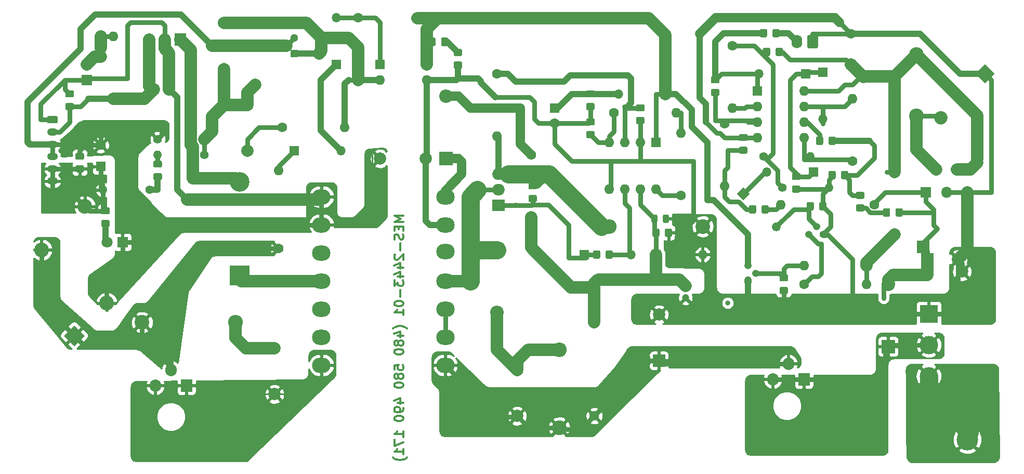
<source format=gbr>
%TF.GenerationSoftware,KiCad,Pcbnew,(5.1.6)-1*%
%TF.CreationDate,2021-01-03T21:45:46+05:30*%
%TF.ProjectId,supplyboard,73757070-6c79-4626-9f61-72642e6b6963,rev?*%
%TF.SameCoordinates,Original*%
%TF.FileFunction,Copper,L2,Bot*%
%TF.FilePolarity,Positive*%
%FSLAX46Y46*%
G04 Gerber Fmt 4.6, Leading zero omitted, Abs format (unit mm)*
G04 Created by KiCad (PCBNEW (5.1.6)-1) date 2021-01-03 21:45:46*
%MOMM*%
%LPD*%
G01*
G04 APERTURE LIST*
%TA.AperFunction,NonConductor*%
%ADD10C,0.300000*%
%TD*%
%TA.AperFunction,ComponentPad*%
%ADD11O,3.200000X3.200000*%
%TD*%
%TA.AperFunction,ComponentPad*%
%ADD12R,3.200000X3.200000*%
%TD*%
%TA.AperFunction,ComponentPad*%
%ADD13C,1.600000*%
%TD*%
%TA.AperFunction,ComponentPad*%
%ADD14R,1.600000X1.600000*%
%TD*%
%TA.AperFunction,ComponentPad*%
%ADD15O,1.600000X1.600000*%
%TD*%
%TA.AperFunction,ComponentPad*%
%ADD16O,1.400000X1.400000*%
%TD*%
%TA.AperFunction,ComponentPad*%
%ADD17C,1.400000*%
%TD*%
%TA.AperFunction,ComponentPad*%
%ADD18O,1.750000X1.200000*%
%TD*%
%TA.AperFunction,ComponentPad*%
%ADD19R,1.200000X1.200000*%
%TD*%
%TA.AperFunction,ComponentPad*%
%ADD20C,1.200000*%
%TD*%
%TA.AperFunction,ComponentPad*%
%ADD21C,0.100000*%
%TD*%
%TA.AperFunction,ComponentPad*%
%ADD22C,3.500000*%
%TD*%
%TA.AperFunction,ComponentPad*%
%ADD23O,1.500000X1.500000*%
%TD*%
%TA.AperFunction,ComponentPad*%
%ADD24R,1.500000X1.500000*%
%TD*%
%TA.AperFunction,ComponentPad*%
%ADD25C,2.000000*%
%TD*%
%TA.AperFunction,ComponentPad*%
%ADD26R,2.000000X2.000000*%
%TD*%
%TA.AperFunction,ComponentPad*%
%ADD27O,3.000000X2.500000*%
%TD*%
%TA.AperFunction,ComponentPad*%
%ADD28O,2.400000X2.400000*%
%TD*%
%TA.AperFunction,ComponentPad*%
%ADD29C,2.400000*%
%TD*%
%TA.AperFunction,ComponentPad*%
%ADD30O,2.200000X2.200000*%
%TD*%
%TA.AperFunction,ComponentPad*%
%ADD31R,2.200000X2.200000*%
%TD*%
%TA.AperFunction,ComponentPad*%
%ADD32C,1.800000*%
%TD*%
%TA.AperFunction,ComponentPad*%
%ADD33R,1.800000X1.800000*%
%TD*%
%TA.AperFunction,ComponentPad*%
%ADD34O,1.905000X2.000000*%
%TD*%
%TA.AperFunction,ComponentPad*%
%ADD35R,1.905000X2.000000*%
%TD*%
%TA.AperFunction,ComponentPad*%
%ADD36C,3.000000*%
%TD*%
%TA.AperFunction,ComponentPad*%
%ADD37R,3.000000X3.000000*%
%TD*%
%TA.AperFunction,ComponentPad*%
%ADD38O,1.800000X1.800000*%
%TD*%
%TA.AperFunction,ComponentPad*%
%ADD39O,1.740000X2.190000*%
%TD*%
%TA.AperFunction,ComponentPad*%
%ADD40O,1.200000X1.200000*%
%TD*%
%TA.AperFunction,ComponentPad*%
%ADD41O,1.600000X1.200000*%
%TD*%
%TA.AperFunction,ComponentPad*%
%ADD42R,2.000000X1.905000*%
%TD*%
%TA.AperFunction,ComponentPad*%
%ADD43O,2.000000X1.905000*%
%TD*%
%TA.AperFunction,ComponentPad*%
%ADD44O,1.200000X1.600000*%
%TD*%
%TA.AperFunction,ComponentPad*%
%ADD45C,1.300000*%
%TD*%
%TA.AperFunction,ComponentPad*%
%ADD46R,1.300000X1.300000*%
%TD*%
%TA.AperFunction,ViaPad*%
%ADD47C,0.800000*%
%TD*%
%TA.AperFunction,Conductor*%
%ADD48C,0.800000*%
%TD*%
%TA.AperFunction,Conductor*%
%ADD49C,2.000000*%
%TD*%
%TA.AperFunction,Conductor*%
%ADD50C,1.000000*%
%TD*%
%TA.AperFunction,Conductor*%
%ADD51C,0.250000*%
%TD*%
%TA.AperFunction,Conductor*%
%ADD52C,1.500000*%
%TD*%
%TA.AperFunction,Conductor*%
%ADD53C,3.000000*%
%TD*%
%TA.AperFunction,Conductor*%
%ADD54C,0.254000*%
%TD*%
G04 APERTURE END LIST*
D10*
X97833571Y-111552142D02*
X96333571Y-111552142D01*
X97405000Y-112052142D01*
X96333571Y-112552142D01*
X97833571Y-112552142D01*
X97047857Y-113266428D02*
X97047857Y-113766428D01*
X97833571Y-113980714D02*
X97833571Y-113266428D01*
X96333571Y-113266428D01*
X96333571Y-113980714D01*
X97762142Y-114552142D02*
X97833571Y-114766428D01*
X97833571Y-115123571D01*
X97762142Y-115266428D01*
X97690714Y-115337857D01*
X97547857Y-115409285D01*
X97405000Y-115409285D01*
X97262142Y-115337857D01*
X97190714Y-115266428D01*
X97119285Y-115123571D01*
X97047857Y-114837857D01*
X96976428Y-114695000D01*
X96905000Y-114623571D01*
X96762142Y-114552142D01*
X96619285Y-114552142D01*
X96476428Y-114623571D01*
X96405000Y-114695000D01*
X96333571Y-114837857D01*
X96333571Y-115195000D01*
X96405000Y-115409285D01*
X97262142Y-116052142D02*
X97262142Y-117195000D01*
X96476428Y-117837857D02*
X96405000Y-117909285D01*
X96333571Y-118052142D01*
X96333571Y-118409285D01*
X96405000Y-118552142D01*
X96476428Y-118623571D01*
X96619285Y-118695000D01*
X96762142Y-118695000D01*
X96976428Y-118623571D01*
X97833571Y-117766428D01*
X97833571Y-118695000D01*
X96833571Y-119980714D02*
X97833571Y-119980714D01*
X96262142Y-119623571D02*
X97333571Y-119266428D01*
X97333571Y-120195000D01*
X96833571Y-121409285D02*
X97833571Y-121409285D01*
X96262142Y-121052142D02*
X97333571Y-120695000D01*
X97333571Y-121623571D01*
X96333571Y-122052142D02*
X96333571Y-122980714D01*
X96905000Y-122480714D01*
X96905000Y-122695000D01*
X96976428Y-122837857D01*
X97047857Y-122909285D01*
X97190714Y-122980714D01*
X97547857Y-122980714D01*
X97690714Y-122909285D01*
X97762142Y-122837857D01*
X97833571Y-122695000D01*
X97833571Y-122266428D01*
X97762142Y-122123571D01*
X97690714Y-122052142D01*
X97262142Y-123623571D02*
X97262142Y-124766428D01*
X96333571Y-125766428D02*
X96333571Y-125909285D01*
X96405000Y-126052142D01*
X96476428Y-126123571D01*
X96619285Y-126195000D01*
X96905000Y-126266428D01*
X97262142Y-126266428D01*
X97547857Y-126195000D01*
X97690714Y-126123571D01*
X97762142Y-126052142D01*
X97833571Y-125909285D01*
X97833571Y-125766428D01*
X97762142Y-125623571D01*
X97690714Y-125552142D01*
X97547857Y-125480714D01*
X97262142Y-125409285D01*
X96905000Y-125409285D01*
X96619285Y-125480714D01*
X96476428Y-125552142D01*
X96405000Y-125623571D01*
X96333571Y-125766428D01*
X97833571Y-127695000D02*
X97833571Y-126837857D01*
X97833571Y-127266428D02*
X96333571Y-127266428D01*
X96547857Y-127123571D01*
X96690714Y-126980714D01*
X96762142Y-126837857D01*
X98405000Y-129909285D02*
X98333571Y-129837857D01*
X98119285Y-129695000D01*
X97976428Y-129623571D01*
X97762142Y-129552142D01*
X97405000Y-129480714D01*
X97119285Y-129480714D01*
X96762142Y-129552142D01*
X96547857Y-129623571D01*
X96405000Y-129695000D01*
X96190714Y-129837857D01*
X96119285Y-129909285D01*
X96833571Y-131123571D02*
X97833571Y-131123571D01*
X96262142Y-130766428D02*
X97333571Y-130409285D01*
X97333571Y-131337857D01*
X96976428Y-132123571D02*
X96905000Y-131980714D01*
X96833571Y-131909285D01*
X96690714Y-131837857D01*
X96619285Y-131837857D01*
X96476428Y-131909285D01*
X96405000Y-131980714D01*
X96333571Y-132123571D01*
X96333571Y-132409285D01*
X96405000Y-132552142D01*
X96476428Y-132623571D01*
X96619285Y-132695000D01*
X96690714Y-132695000D01*
X96833571Y-132623571D01*
X96905000Y-132552142D01*
X96976428Y-132409285D01*
X96976428Y-132123571D01*
X97047857Y-131980714D01*
X97119285Y-131909285D01*
X97262142Y-131837857D01*
X97547857Y-131837857D01*
X97690714Y-131909285D01*
X97762142Y-131980714D01*
X97833571Y-132123571D01*
X97833571Y-132409285D01*
X97762142Y-132552142D01*
X97690714Y-132623571D01*
X97547857Y-132695000D01*
X97262142Y-132695000D01*
X97119285Y-132623571D01*
X97047857Y-132552142D01*
X96976428Y-132409285D01*
X96333571Y-133623571D02*
X96333571Y-133766428D01*
X96405000Y-133909285D01*
X96476428Y-133980714D01*
X96619285Y-134052142D01*
X96905000Y-134123571D01*
X97262142Y-134123571D01*
X97547857Y-134052142D01*
X97690714Y-133980714D01*
X97762142Y-133909285D01*
X97833571Y-133766428D01*
X97833571Y-133623571D01*
X97762142Y-133480714D01*
X97690714Y-133409285D01*
X97547857Y-133337857D01*
X97262142Y-133266428D01*
X96905000Y-133266428D01*
X96619285Y-133337857D01*
X96476428Y-133409285D01*
X96405000Y-133480714D01*
X96333571Y-133623571D01*
X96333571Y-136623571D02*
X96333571Y-135909285D01*
X97047857Y-135837857D01*
X96976428Y-135909285D01*
X96905000Y-136052142D01*
X96905000Y-136409285D01*
X96976428Y-136552142D01*
X97047857Y-136623571D01*
X97190714Y-136695000D01*
X97547857Y-136695000D01*
X97690714Y-136623571D01*
X97762142Y-136552142D01*
X97833571Y-136409285D01*
X97833571Y-136052142D01*
X97762142Y-135909285D01*
X97690714Y-135837857D01*
X96976428Y-137552142D02*
X96905000Y-137409285D01*
X96833571Y-137337857D01*
X96690714Y-137266428D01*
X96619285Y-137266428D01*
X96476428Y-137337857D01*
X96405000Y-137409285D01*
X96333571Y-137552142D01*
X96333571Y-137837857D01*
X96405000Y-137980714D01*
X96476428Y-138052142D01*
X96619285Y-138123571D01*
X96690714Y-138123571D01*
X96833571Y-138052142D01*
X96905000Y-137980714D01*
X96976428Y-137837857D01*
X96976428Y-137552142D01*
X97047857Y-137409285D01*
X97119285Y-137337857D01*
X97262142Y-137266428D01*
X97547857Y-137266428D01*
X97690714Y-137337857D01*
X97762142Y-137409285D01*
X97833571Y-137552142D01*
X97833571Y-137837857D01*
X97762142Y-137980714D01*
X97690714Y-138052142D01*
X97547857Y-138123571D01*
X97262142Y-138123571D01*
X97119285Y-138052142D01*
X97047857Y-137980714D01*
X96976428Y-137837857D01*
X96333571Y-139052142D02*
X96333571Y-139195000D01*
X96405000Y-139337857D01*
X96476428Y-139409285D01*
X96619285Y-139480714D01*
X96905000Y-139552142D01*
X97262142Y-139552142D01*
X97547857Y-139480714D01*
X97690714Y-139409285D01*
X97762142Y-139337857D01*
X97833571Y-139195000D01*
X97833571Y-139052142D01*
X97762142Y-138909285D01*
X97690714Y-138837857D01*
X97547857Y-138766428D01*
X97262142Y-138695000D01*
X96905000Y-138695000D01*
X96619285Y-138766428D01*
X96476428Y-138837857D01*
X96405000Y-138909285D01*
X96333571Y-139052142D01*
X96833571Y-141980714D02*
X97833571Y-141980714D01*
X96262142Y-141623571D02*
X97333571Y-141266428D01*
X97333571Y-142195000D01*
X97833571Y-142837857D02*
X97833571Y-143123571D01*
X97762142Y-143266428D01*
X97690714Y-143337857D01*
X97476428Y-143480714D01*
X97190714Y-143552142D01*
X96619285Y-143552142D01*
X96476428Y-143480714D01*
X96405000Y-143409285D01*
X96333571Y-143266428D01*
X96333571Y-142980714D01*
X96405000Y-142837857D01*
X96476428Y-142766428D01*
X96619285Y-142695000D01*
X96976428Y-142695000D01*
X97119285Y-142766428D01*
X97190714Y-142837857D01*
X97262142Y-142980714D01*
X97262142Y-143266428D01*
X97190714Y-143409285D01*
X97119285Y-143480714D01*
X96976428Y-143552142D01*
X96333571Y-144480714D02*
X96333571Y-144623571D01*
X96405000Y-144766428D01*
X96476428Y-144837857D01*
X96619285Y-144909285D01*
X96905000Y-144980714D01*
X97262142Y-144980714D01*
X97547857Y-144909285D01*
X97690714Y-144837857D01*
X97762142Y-144766428D01*
X97833571Y-144623571D01*
X97833571Y-144480714D01*
X97762142Y-144337857D01*
X97690714Y-144266428D01*
X97547857Y-144195000D01*
X97262142Y-144123571D01*
X96905000Y-144123571D01*
X96619285Y-144195000D01*
X96476428Y-144266428D01*
X96405000Y-144337857D01*
X96333571Y-144480714D01*
X97833571Y-147552142D02*
X97833571Y-146695000D01*
X97833571Y-147123571D02*
X96333571Y-147123571D01*
X96547857Y-146980714D01*
X96690714Y-146837857D01*
X96762142Y-146695000D01*
X96333571Y-148052142D02*
X96333571Y-149052142D01*
X97833571Y-148409285D01*
X97833571Y-150409285D02*
X97833571Y-149552142D01*
X97833571Y-149980714D02*
X96333571Y-149980714D01*
X96547857Y-149837857D01*
X96690714Y-149695000D01*
X96762142Y-149552142D01*
X98405000Y-150909285D02*
X98333571Y-150980714D01*
X98119285Y-151123571D01*
X97976428Y-151195000D01*
X97762142Y-151266428D01*
X97405000Y-151337857D01*
X97119285Y-151337857D01*
X96762142Y-151266428D01*
X96547857Y-151195000D01*
X96405000Y-151123571D01*
X96190714Y-150980714D01*
X96119285Y-150909285D01*
D11*
%TO.P,D8,2*%
%TO.N,Net-(C20-Pad1)*%
X71120000Y-106045000D03*
D12*
%TO.P,D8,1*%
%TO.N,Net-(D8-Pad1)*%
X71120000Y-121285000D03*
%TD*%
D13*
%TO.P,C20,2*%
%TO.N,Earth*%
X63500000Y-108910000D03*
D14*
%TO.P,C20,1*%
%TO.N,Net-(C20-Pad1)*%
X63500000Y-105410000D03*
%TD*%
D15*
%TO.P,R19,2*%
%TO.N,Net-(D11-Pad1)*%
X77470000Y-104140000D03*
D13*
%TO.P,R19,1*%
%TO.N,OPTO_2*%
X77470000Y-116840000D03*
%TD*%
D16*
%TO.P,R25,2*%
%TO.N,Net-(R13-Pad1)*%
X57785000Y-101600000D03*
D17*
%TO.P,R25,1*%
%TO.N,Net-(C12-Pad1)*%
X65405000Y-101600000D03*
%TD*%
D16*
%TO.P,R21,2*%
%TO.N,Net-(C12-Pad1)*%
X65405000Y-99060000D03*
D17*
%TO.P,R21,1*%
%TO.N,Earth*%
X57785000Y-99060000D03*
%TD*%
D16*
%TO.P,R9,2*%
%TO.N,48V*%
X48895000Y-107315000D03*
D17*
%TO.P,R9,1*%
%TO.N,Net-(R13-Pad2)*%
X56515000Y-107315000D03*
%TD*%
D18*
%TO.P,J2,6*%
%TO.N,48V*%
X40640000Y-105885000D03*
%TO.P,J2,5*%
X40640000Y-103885000D03*
%TO.P,J2,4*%
%TO.N,Earth*%
X40640000Y-101885000D03*
%TO.P,J2,3*%
X40640000Y-99885000D03*
%TO.P,J2,2*%
%TO.N,5V*%
X40640000Y-97885000D03*
%TO.P,J2,1*%
%TO.N,Earth*%
%TA.AperFunction,ComponentPad*%
G36*
G01*
X40014999Y-95285000D02*
X41265001Y-95285000D01*
G75*
G02*
X41515000Y-95534999I0J-249999D01*
G01*
X41515000Y-96235001D01*
G75*
G02*
X41265001Y-96485000I-249999J0D01*
G01*
X40014999Y-96485000D01*
G75*
G02*
X39765000Y-96235001I0J249999D01*
G01*
X39765000Y-95534999D01*
G75*
G02*
X40014999Y-95285000I249999J0D01*
G01*
G37*
%TD.AperFunction*%
%TD*%
%TO.P,R35,2*%
%TO.N,Net-(R28-Pad1)*%
%TA.AperFunction,SMDPad,CuDef*%
G36*
G01*
X157538000Y-84385999D02*
X157538000Y-85286001D01*
G75*
G02*
X157288001Y-85536000I-249999J0D01*
G01*
X156637999Y-85536000D01*
G75*
G02*
X156388000Y-85286001I0J249999D01*
G01*
X156388000Y-84385999D01*
G75*
G02*
X156637999Y-84136000I249999J0D01*
G01*
X157288001Y-84136000D01*
G75*
G02*
X157538000Y-84385999I0J-249999D01*
G01*
G37*
%TD.AperFunction*%
%TO.P,R35,1*%
%TO.N,Net-(C8-Pad1)*%
%TA.AperFunction,SMDPad,CuDef*%
G36*
G01*
X159588000Y-84385999D02*
X159588000Y-85286001D01*
G75*
G02*
X159338001Y-85536000I-249999J0D01*
G01*
X158687999Y-85536000D01*
G75*
G02*
X158438000Y-85286001I0J249999D01*
G01*
X158438000Y-84385999D01*
G75*
G02*
X158687999Y-84136000I249999J0D01*
G01*
X159338001Y-84136000D01*
G75*
G02*
X159588000Y-84385999I0J-249999D01*
G01*
G37*
%TD.AperFunction*%
%TD*%
D15*
%TO.P,R31,2*%
%TO.N,Net-(R31-Pad2)*%
X159258000Y-109728000D03*
D13*
%TO.P,R31,1*%
%TO.N,Net-(C4-Pad1)*%
X174498000Y-109728000D03*
%TD*%
D16*
%TO.P,R30,2*%
%TO.N,Earth*%
X167132000Y-106934000D03*
D17*
%TO.P,R30,1*%
%TO.N,Net-(R28-Pad1)*%
X159512000Y-106934000D03*
%TD*%
D16*
%TO.P,R36,2*%
%TO.N,/INPUTB*%
X164084000Y-101854000D03*
D17*
%TO.P,R36,1*%
%TO.N,Net-(R28-Pad1)*%
X156464000Y-101854000D03*
%TD*%
D19*
%TO.P,C18,1*%
%TO.N,TO_FB1*%
X143764000Y-122936000D03*
D20*
%TO.P,C18,2*%
%TO.N,Earth*%
X143764000Y-124936000D03*
%TD*%
%TO.P,C9,2*%
%TO.N,Earth*%
%TA.AperFunction,SMDPad,CuDef*%
G36*
G01*
X140413000Y-114750001D02*
X140413000Y-113849999D01*
G75*
G02*
X140662999Y-113600000I249999J0D01*
G01*
X141313001Y-113600000D01*
G75*
G02*
X141563000Y-113849999I0J-249999D01*
G01*
X141563000Y-114750001D01*
G75*
G02*
X141313001Y-115000000I-249999J0D01*
G01*
X140662999Y-115000000D01*
G75*
G02*
X140413000Y-114750001I0J249999D01*
G01*
G37*
%TD.AperFunction*%
%TO.P,C9,1*%
%TO.N,TO_FB1*%
%TA.AperFunction,SMDPad,CuDef*%
G36*
G01*
X138363000Y-114750001D02*
X138363000Y-113849999D01*
G75*
G02*
X138612999Y-113600000I249999J0D01*
G01*
X139263001Y-113600000D01*
G75*
G02*
X139513000Y-113849999I0J-249999D01*
G01*
X139513000Y-114750001D01*
G75*
G02*
X139263001Y-115000000I-249999J0D01*
G01*
X138612999Y-115000000D01*
G75*
G02*
X138363000Y-114750001I0J249999D01*
G01*
G37*
%TD.AperFunction*%
%TD*%
%TO.P,R10,2*%
%TO.N,Net-(D2-Pad1)*%
%TA.AperFunction,SMDPad,CuDef*%
G36*
G01*
X129852000Y-117405999D02*
X129852000Y-118306001D01*
G75*
G02*
X129602001Y-118556000I-249999J0D01*
G01*
X128951999Y-118556000D01*
G75*
G02*
X128702000Y-118306001I0J249999D01*
G01*
X128702000Y-117405999D01*
G75*
G02*
X128951999Y-117156000I249999J0D01*
G01*
X129602001Y-117156000D01*
G75*
G02*
X129852000Y-117405999I0J-249999D01*
G01*
G37*
%TD.AperFunction*%
%TO.P,R10,1*%
%TO.N,Net-(D2-Pad2)*%
%TA.AperFunction,SMDPad,CuDef*%
G36*
G01*
X131902000Y-117405999D02*
X131902000Y-118306001D01*
G75*
G02*
X131652001Y-118556000I-249999J0D01*
G01*
X131001999Y-118556000D01*
G75*
G02*
X130752000Y-118306001I0J249999D01*
G01*
X130752000Y-117405999D01*
G75*
G02*
X131001999Y-117156000I249999J0D01*
G01*
X131652001Y-117156000D01*
G75*
G02*
X131902000Y-117405999I0J-249999D01*
G01*
G37*
%TD.AperFunction*%
%TD*%
%TO.P,D3,2*%
%TO.N,Net-(D3-Pad2)*%
%TA.AperFunction,ComponentPad*%
G36*
G01*
X186125612Y-94798388D02*
X186125612Y-94798388D01*
G75*
G02*
X186125612Y-96354022I-777817J-777817D01*
G01*
X186125612Y-96354022D01*
G75*
G02*
X184569978Y-96354022I-777817J777817D01*
G01*
X184569978Y-96354022D01*
G75*
G02*
X184569978Y-94798388I777817J777817D01*
G01*
X184569978Y-94798388D01*
G75*
G02*
X186125612Y-94798388I777817J-777817D01*
G01*
G37*
%TD.AperFunction*%
%TA.AperFunction,ComponentPad*%
D21*
%TO.P,D3,1*%
%TO.N,Earth*%
G36*
X192532000Y-86836365D02*
G01*
X194087635Y-88392000D01*
X192532000Y-89947635D01*
X190976365Y-88392000D01*
X192532000Y-86836365D01*
G37*
%TD.AperFunction*%
%TD*%
D22*
%TO.P,,*%
%TO.N,Net-(J1-Pad3)*%
X189675000Y-148005000D03*
%TD*%
D14*
%TO.P,C21,2*%
%TO.N,48V*%
X48514000Y-103505000D03*
D13*
%TO.P,C21,1*%
%TO.N,Earth*%
X48514000Y-100005000D03*
%TD*%
D23*
%TO.P,ZD,2*%
%TO.N,Earth*%
X146558000Y-117856000D03*
D24*
%TO.P,ZD,1*%
%TO.N,TO_FB1*%
X138938000Y-117856000D03*
%TD*%
D25*
%TO.P,C4,2*%
%TO.N,Earth*%
X188806144Y-120618000D03*
D26*
%TO.P,C4,1*%
%TO.N,Net-(C4-Pad1)*%
X182461856Y-116618000D03*
D25*
%TO.P,C4,2*%
%TO.N,Earth*%
X188134000Y-118618000D03*
D26*
%TO.P,C4,1*%
%TO.N,Net-(C4-Pad1)*%
X183134000Y-118618000D03*
%TD*%
D27*
%TO.P,T1,7*%
%TO.N,Earth*%
X84455000Y-113030000D03*
%TO.P,T1,6*%
%TO.N,Net-(D8-Pad1)*%
X84455000Y-122174000D03*
%TO.P,T1,14*%
%TO.N,Net-(C2-Pad2)*%
X84455000Y-135890000D03*
%TO.P,T1,3*%
%TO.N,Net-(D4-Pad1)*%
X104648000Y-122174000D03*
%TO.P,T1,2*%
%TO.N,Earth*%
X104648000Y-113030000D03*
%TO.P,T1,1*%
%TO.N,Net-(D6-Pad1)*%
X104648000Y-108458000D03*
%TO.P,T1,5*%
%TO.N,N/C*%
X104648000Y-126746000D03*
%TO.P,T1,13*%
X84455000Y-131318000D03*
%TO.P,T1,12*%
X84455000Y-126746000D03*
%TO.P,T1,11*%
X104648000Y-131318000D03*
%TO.P,T1,10*%
X84455000Y-117602000D03*
%TO.P,T1,*%
%TO.N,Earth*%
X84455000Y-108458000D03*
%TO.P,T1,8*%
%TO.N,N/C*%
X104648000Y-117348000D03*
%TO.P,T1,4*%
%TO.N,Net-(C1-Pad2)*%
X104648000Y-135890000D03*
%TD*%
D24*
%TO.P,D2,1*%
%TO.N,Net-(D2-Pad1)*%
X127254000Y-117856000D03*
D23*
%TO.P,D2,2*%
%TO.N,Net-(D2-Pad2)*%
X134874000Y-117856000D03*
%TD*%
%TO.P,D7,2*%
%TO.N,Net-(C3-Pad1)*%
X132842000Y-91694000D03*
D24*
%TO.P,D7,1*%
%TO.N,OPTO_POS+*%
X140462000Y-91694000D03*
%TD*%
%TO.P,D10,1*%
%TO.N,/Qin*%
X166116000Y-88138000D03*
D23*
%TO.P,D10,2*%
%TO.N,Net-(D10-Pad2)*%
X166116000Y-95758000D03*
%TD*%
D24*
%TO.P,D9,1*%
%TO.N,/Qin*%
X163322000Y-88392000D03*
D23*
%TO.P,D9,2*%
%TO.N,Net-(D9-Pad2)*%
X155702000Y-88392000D03*
%TD*%
%TO.P,D14,2*%
%TO.N,Net-(D13-Pad1)*%
X156972000Y-104394000D03*
D24*
%TO.P,D14,1*%
%TO.N,/Qin*%
X164592000Y-104394000D03*
%TD*%
%TA.AperFunction,ComponentPad*%
D21*
%TO.P,D13,1*%
%TO.N,Net-(D13-Pad1)*%
G36*
X152101340Y-107950000D02*
G01*
X153162000Y-106889340D01*
X154222660Y-107950000D01*
X153162000Y-109010660D01*
X152101340Y-107950000D01*
G37*
%TD.AperFunction*%
%TO.P,D13,2*%
%TO.N,Net-(D13-Pad2)*%
%TA.AperFunction,ComponentPad*%
G36*
G01*
X158019824Y-112807824D02*
X158019824Y-112807824D01*
G75*
G02*
X159080484Y-112807824I530330J-530330D01*
G01*
X159080484Y-112807824D01*
G75*
G02*
X159080484Y-113868484I-530330J-530330D01*
G01*
X159080484Y-113868484D01*
G75*
G02*
X158019824Y-113868484I-530330J530330D01*
G01*
X158019824Y-113868484D01*
G75*
G02*
X158019824Y-112807824I530330J530330D01*
G01*
G37*
%TD.AperFunction*%
%TD*%
D28*
%TO.P,R4,2*%
%TO.N,Net-(Q4-Pad3)*%
X131318000Y-113284000D03*
D29*
%TO.P,R4,1*%
%TO.N,Earth*%
X146558000Y-113284000D03*
%TD*%
D30*
%TO.P,D4,2*%
%TO.N,Net-(C1-Pad1)*%
X113030000Y-127254000D03*
D31*
%TO.P,D4,1*%
%TO.N,Net-(D4-Pad1)*%
X113030000Y-117094000D03*
%TD*%
D32*
%TO.P,LED1,2*%
%TO.N,Net-(LED1-Pad2)*%
X49530000Y-115824000D03*
D33*
%TO.P,LED1,1*%
%TO.N,Earth*%
X52070000Y-115824000D03*
%TD*%
D32*
%TO.P,LED2,2*%
%TO.N,Net-(LED2-Pad2)*%
X46228000Y-86868000D03*
D33*
%TO.P,LED2,1*%
%TO.N,Earth*%
X46228000Y-89408000D03*
%TD*%
D34*
%TO.P,Q2,3*%
%TO.N,Net-(C2-Pad2)*%
X57404000Y-139192000D03*
%TO.P,Q2,2*%
%TO.N,OPTO_2*%
X59944000Y-136652000D03*
D35*
%TO.P,Q2,1*%
%TO.N,Net-(C2-Pad2)*%
X62484000Y-139192000D03*
%TD*%
D34*
%TO.P,Q1,3*%
%TO.N,358IN*%
X157988000Y-138176000D03*
%TO.P,Q1,2*%
%TO.N,Net-(C1-Pad2)*%
X160528000Y-135636000D03*
D35*
%TO.P,Q1,1*%
%TO.N,358IN*%
X163068000Y-138176000D03*
%TD*%
D30*
%TO.P,D1,2*%
%TO.N,Net-(C4-Pad1)*%
X176784000Y-122682000D03*
D31*
%TO.P,D1,1*%
%TO.N,358IN*%
X176784000Y-132842000D03*
%TD*%
D30*
%TO.P,D6,2*%
%TO.N,Net-(C18-Pad1)*%
X104775000Y-92075000D03*
D31*
%TO.P,D6,1*%
%TO.N,Net-(D6-Pad1)*%
X104775000Y-102235000D03*
%TD*%
D15*
%TO.P,R42,2*%
%TO.N,Net-(C8-Pad1)*%
X177800000Y-104394000D03*
D13*
%TO.P,R42,1*%
%TO.N,Net-(R42-Pad1)*%
X177800000Y-114554000D03*
%TD*%
D36*
%TO.P,J1,3*%
%TO.N,Net-(J1-Pad3)*%
X183388000Y-137668000D03*
%TO.P,J1,2*%
%TO.N,358IN*%
X183388000Y-132588000D03*
D37*
%TO.P,J1,1*%
%TO.N,Earth*%
X183388000Y-127508000D03*
%TD*%
D28*
%TO.P,R2,2*%
%TO.N,Net-(C2-Pad1)*%
X70485000Y-128905000D03*
D29*
%TO.P,R2,1*%
%TO.N,OPTO_2*%
X55245000Y-128905000D03*
%TD*%
%TO.P,L1,2*%
%TO.N,48V*%
X45933068Y-110022932D03*
%TO.P,L1,1*%
%TO.N,OPTO_2*%
X38862000Y-117094000D03*
%TD*%
%TO.P,L2,2*%
%TO.N,Net-(C8-Pad1)*%
X181356000Y-85250000D03*
%TO.P,L2,1*%
%TO.N,Net-(D3-Pad2)*%
X181356000Y-95250000D03*
%TD*%
D38*
%TO.P,U6,5*%
%TO.N,Earth*%
X189680000Y-107696000D03*
%TO.P,U6,4*%
%TO.N,Net-(C8-Pad1)*%
X187980000Y-103996000D03*
%TO.P,U6,3*%
%TO.N,Earth*%
X186280000Y-107696000D03*
%TO.P,U6,2*%
%TO.N,Net-(D3-Pad2)*%
X184580000Y-103996000D03*
D33*
%TO.P,U6,1*%
%TO.N,Net-(C4-Pad1)*%
X182880000Y-107696000D03*
%TD*%
%TO.P,C7,2*%
%TO.N,Earth*%
%TA.AperFunction,SMDPad,CuDef*%
G36*
G01*
X140071500Y-112470250D02*
X140071500Y-111557750D01*
G75*
G02*
X140315250Y-111314000I243750J0D01*
G01*
X140802750Y-111314000D01*
G75*
G02*
X141046500Y-111557750I0J-243750D01*
G01*
X141046500Y-112470250D01*
G75*
G02*
X140802750Y-112714000I-243750J0D01*
G01*
X140315250Y-112714000D01*
G75*
G02*
X140071500Y-112470250I0J243750D01*
G01*
G37*
%TD.AperFunction*%
%TO.P,C7,1*%
%TO.N,TO_FB1*%
%TA.AperFunction,SMDPad,CuDef*%
G36*
G01*
X138196500Y-112470250D02*
X138196500Y-111557750D01*
G75*
G02*
X138440250Y-111314000I243750J0D01*
G01*
X138927750Y-111314000D01*
G75*
G02*
X139171500Y-111557750I0J-243750D01*
G01*
X139171500Y-112470250D01*
G75*
G02*
X138927750Y-112714000I-243750J0D01*
G01*
X138440250Y-112714000D01*
G75*
G02*
X138196500Y-112470250I0J243750D01*
G01*
G37*
%TD.AperFunction*%
%TD*%
D13*
%TO.P,C8,2*%
%TO.N,Earth*%
X170688000Y-81868000D03*
D14*
%TO.P,C8,1*%
%TO.N,Net-(C8-Pad1)*%
X170688000Y-86868000D03*
%TD*%
D15*
%TO.P,R45,2*%
%TO.N,Net-(D10-Pad2)*%
X170942000Y-92456000D03*
D13*
%TO.P,R45,1*%
%TO.N,/INPUTB*%
X170942000Y-102616000D03*
%TD*%
%TO.P,R1,2*%
%TO.N,Net-(C3-Pad1)*%
%TA.AperFunction,SMDPad,CuDef*%
G36*
G01*
X128720001Y-92260000D02*
X127819999Y-92260000D01*
G75*
G02*
X127570000Y-92010001I0J249999D01*
G01*
X127570000Y-91359999D01*
G75*
G02*
X127819999Y-91110000I249999J0D01*
G01*
X128720001Y-91110000D01*
G75*
G02*
X128970000Y-91359999I0J-249999D01*
G01*
X128970000Y-92010001D01*
G75*
G02*
X128720001Y-92260000I-249999J0D01*
G01*
G37*
%TD.AperFunction*%
%TO.P,R1,1*%
%TO.N,Earth*%
%TA.AperFunction,SMDPad,CuDef*%
G36*
G01*
X128720001Y-94310000D02*
X127819999Y-94310000D01*
G75*
G02*
X127570000Y-94060001I0J249999D01*
G01*
X127570000Y-93409999D01*
G75*
G02*
X127819999Y-93160000I249999J0D01*
G01*
X128720001Y-93160000D01*
G75*
G02*
X128970000Y-93409999I0J-249999D01*
G01*
X128970000Y-94060001D01*
G75*
G02*
X128720001Y-94310000I-249999J0D01*
G01*
G37*
%TD.AperFunction*%
%TD*%
D15*
%TO.P,R27,2*%
%TO.N,Net-(R14-Pad2)*%
X142240000Y-94742000D03*
D13*
%TO.P,R27,1*%
%TO.N,Net-(C14-Pad2)*%
X132080000Y-94742000D03*
%TD*%
%TO.P,C3,2*%
%TO.N,Earth*%
X122428000Y-96480000D03*
D14*
%TO.P,C3,1*%
%TO.N,Net-(C3-Pad1)*%
X122428000Y-93980000D03*
%TD*%
%TO.P,C15,2*%
%TO.N,Net-(C15-Pad2)*%
%TA.AperFunction,SMDPad,CuDef*%
G36*
G01*
X136848001Y-94537000D02*
X135947999Y-94537000D01*
G75*
G02*
X135698000Y-94287001I0J249999D01*
G01*
X135698000Y-93636999D01*
G75*
G02*
X135947999Y-93387000I249999J0D01*
G01*
X136848001Y-93387000D01*
G75*
G02*
X137098000Y-93636999I0J-249999D01*
G01*
X137098000Y-94287001D01*
G75*
G02*
X136848001Y-94537000I-249999J0D01*
G01*
G37*
%TD.AperFunction*%
%TO.P,C15,1*%
%TO.N,Earth*%
%TA.AperFunction,SMDPad,CuDef*%
G36*
G01*
X136848001Y-96587000D02*
X135947999Y-96587000D01*
G75*
G02*
X135698000Y-96337001I0J249999D01*
G01*
X135698000Y-95686999D01*
G75*
G02*
X135947999Y-95437000I249999J0D01*
G01*
X136848001Y-95437000D01*
G75*
G02*
X137098000Y-95686999I0J-249999D01*
G01*
X137098000Y-96337001D01*
G75*
G02*
X136848001Y-96587000I-249999J0D01*
G01*
G37*
%TD.AperFunction*%
%TD*%
D15*
%TO.P,R46,2*%
%TO.N,Net-(Q5-Pad2)*%
X163068000Y-119634000D03*
D13*
%TO.P,R46,1*%
%TO.N,Net-(R42-Pad1)*%
X173228000Y-119634000D03*
%TD*%
D15*
%TO.P,R47,2*%
%TO.N,Net-(R42-Pad1)*%
X173228000Y-122682000D03*
D13*
%TO.P,R47,1*%
%TO.N,Net-(Q3-Pad3)*%
X163068000Y-122682000D03*
%TD*%
%TO.P,C6,2*%
%TO.N,48V*%
%TA.AperFunction,SMDPad,CuDef*%
G36*
G01*
X44634999Y-103320000D02*
X45535001Y-103320000D01*
G75*
G02*
X45785000Y-103569999I0J-249999D01*
G01*
X45785000Y-104220001D01*
G75*
G02*
X45535001Y-104470000I-249999J0D01*
G01*
X44634999Y-104470000D01*
G75*
G02*
X44385000Y-104220001I0J249999D01*
G01*
X44385000Y-103569999D01*
G75*
G02*
X44634999Y-103320000I249999J0D01*
G01*
G37*
%TD.AperFunction*%
%TO.P,C6,1*%
%TO.N,Earth*%
%TA.AperFunction,SMDPad,CuDef*%
G36*
G01*
X44634999Y-101270000D02*
X45535001Y-101270000D01*
G75*
G02*
X45785000Y-101519999I0J-249999D01*
G01*
X45785000Y-102170001D01*
G75*
G02*
X45535001Y-102420000I-249999J0D01*
G01*
X44634999Y-102420000D01*
G75*
G02*
X44385000Y-102170001I0J249999D01*
G01*
X44385000Y-101519999D01*
G75*
G02*
X44634999Y-101270000I249999J0D01*
G01*
G37*
%TD.AperFunction*%
%TD*%
D15*
%TO.P,R12,2*%
%TO.N,Net-(LED2-Pad2)*%
X50546000Y-82296000D03*
D13*
%TO.P,R12,1*%
%TO.N,5V*%
X50546000Y-92456000D03*
%TD*%
%TO.P,C16,2*%
%TO.N,Earth*%
X59650000Y-90932000D03*
D14*
%TO.P,C16,1*%
%TO.N,5V*%
X57150000Y-90932000D03*
%TD*%
D25*
%TO.P,C12,2*%
%TO.N,Net-(C12-Pad2)*%
X68580000Y-80130000D03*
%TO.P,C12,1*%
%TO.N,Net-(C12-Pad1)*%
X68580000Y-87630000D03*
%TD*%
%TO.P,R7,2*%
%TO.N,Net-(C11-Pad2)*%
%TA.AperFunction,SMDPad,CuDef*%
G36*
G01*
X103955000Y-83635001D02*
X103955000Y-82734999D01*
G75*
G02*
X104204999Y-82485000I249999J0D01*
G01*
X104855001Y-82485000D01*
G75*
G02*
X105105000Y-82734999I0J-249999D01*
G01*
X105105000Y-83635001D01*
G75*
G02*
X104855001Y-83885000I-249999J0D01*
G01*
X104204999Y-83885000D01*
G75*
G02*
X103955000Y-83635001I0J249999D01*
G01*
G37*
%TD.AperFunction*%
%TO.P,R7,1*%
%TO.N,OPTO_POS+*%
%TA.AperFunction,SMDPad,CuDef*%
G36*
G01*
X101905000Y-83635001D02*
X101905000Y-82734999D01*
G75*
G02*
X102154999Y-82485000I249999J0D01*
G01*
X102805001Y-82485000D01*
G75*
G02*
X103055000Y-82734999I0J-249999D01*
G01*
X103055000Y-83635001D01*
G75*
G02*
X102805001Y-83885000I-249999J0D01*
G01*
X102154999Y-83885000D01*
G75*
G02*
X101905000Y-83635001I0J249999D01*
G01*
G37*
%TD.AperFunction*%
%TD*%
D15*
%TO.P,R14,2*%
%TO.N,Net-(R14-Pad2)*%
X143002000Y-98044000D03*
D13*
%TO.P,R14,1*%
%TO.N,Net-(R14-Pad1)*%
X143002000Y-108204000D03*
%TD*%
D15*
%TO.P,R29,2*%
%TO.N,Net-(R29-Pad2)*%
X150114000Y-106680000D03*
D13*
%TO.P,R29,1*%
%TO.N,Net-(R29-Pad1)*%
X150114000Y-96520000D03*
%TD*%
D15*
%TO.P,R28,2*%
%TO.N,Net-(R28-Pad2)*%
X151384000Y-93980000D03*
D13*
%TO.P,R28,1*%
%TO.N,Net-(R28-Pad1)*%
X151384000Y-83820000D03*
%TD*%
D15*
%TO.P,R20,2*%
%TO.N,Net-(C12-Pad2)*%
X88265000Y-97155000D03*
D13*
%TO.P,R20,1*%
%TO.N,Net-(C13-Pad1)*%
X78105000Y-97155000D03*
%TD*%
D15*
%TO.P,R18,2*%
%TO.N,Net-(Q4-Pad3)*%
X113030000Y-98552000D03*
D13*
%TO.P,R18,1*%
%TO.N,Net-(C15-Pad2)*%
X113030000Y-88392000D03*
%TD*%
D15*
%TO.P,R5,2*%
%TO.N,TO_FB1*%
X118618000Y-111760000D03*
D13*
%TO.P,R5,1*%
%TO.N,Net-(C18-Pad1)*%
X118618000Y-101600000D03*
%TD*%
D15*
%TO.P,R16,2*%
%TO.N,Net-(C12-Pad2)*%
X90424000Y-89408000D03*
D13*
%TO.P,R16,1*%
%TO.N,Net-(D5-Pad2)*%
X90424000Y-79248000D03*
%TD*%
D15*
%TO.P,R17,2*%
%TO.N,Net-(C12-Pad1)*%
X73660000Y-90170000D03*
D13*
%TO.P,R17,1*%
%TO.N,Net-(C12-Pad2)*%
X73660000Y-80010000D03*
%TD*%
%TO.P,R8,2*%
%TO.N,48V*%
%TA.AperFunction,SMDPad,CuDef*%
G36*
G01*
X49726001Y-111310000D02*
X48825999Y-111310000D01*
G75*
G02*
X48576000Y-111060001I0J249999D01*
G01*
X48576000Y-110409999D01*
G75*
G02*
X48825999Y-110160000I249999J0D01*
G01*
X49726001Y-110160000D01*
G75*
G02*
X49976000Y-110409999I0J-249999D01*
G01*
X49976000Y-111060001D01*
G75*
G02*
X49726001Y-111310000I-249999J0D01*
G01*
G37*
%TD.AperFunction*%
%TO.P,R8,1*%
%TO.N,Net-(LED1-Pad2)*%
%TA.AperFunction,SMDPad,CuDef*%
G36*
G01*
X49726001Y-113360000D02*
X48825999Y-113360000D01*
G75*
G02*
X48576000Y-113110001I0J249999D01*
G01*
X48576000Y-112459999D01*
G75*
G02*
X48825999Y-112210000I249999J0D01*
G01*
X49726001Y-112210000D01*
G75*
G02*
X49976000Y-112459999I0J-249999D01*
G01*
X49976000Y-113110001D01*
G75*
G02*
X49726001Y-113360000I-249999J0D01*
G01*
G37*
%TD.AperFunction*%
%TD*%
D29*
%TO.P,C19,2*%
%TO.N,Earth*%
X49499301Y-125760699D03*
%TA.AperFunction,ComponentPad*%
D21*
%TO.P,C19,1*%
%TO.N,OPTO_2*%
G36*
X44196000Y-132761056D02*
G01*
X42498944Y-131064000D01*
X44196000Y-129366944D01*
X45893056Y-131064000D01*
X44196000Y-132761056D01*
G37*
%TD.AperFunction*%
%TD*%
%TO.P,R15,2*%
%TO.N,Net-(Q4-Pad3)*%
%TA.AperFunction,SMDPad,CuDef*%
G36*
G01*
X119322001Y-107246000D02*
X118421999Y-107246000D01*
G75*
G02*
X118172000Y-106996001I0J249999D01*
G01*
X118172000Y-106345999D01*
G75*
G02*
X118421999Y-106096000I249999J0D01*
G01*
X119322001Y-106096000D01*
G75*
G02*
X119572000Y-106345999I0J-249999D01*
G01*
X119572000Y-106996001D01*
G75*
G02*
X119322001Y-107246000I-249999J0D01*
G01*
G37*
%TD.AperFunction*%
%TO.P,R15,1*%
%TO.N,Net-(D2-Pad1)*%
%TA.AperFunction,SMDPad,CuDef*%
G36*
G01*
X119322001Y-109296000D02*
X118421999Y-109296000D01*
G75*
G02*
X118172000Y-109046001I0J249999D01*
G01*
X118172000Y-108395999D01*
G75*
G02*
X118421999Y-108146000I249999J0D01*
G01*
X119322001Y-108146000D01*
G75*
G02*
X119572000Y-108395999I0J-249999D01*
G01*
X119572000Y-109046001D01*
G75*
G02*
X119322001Y-109296000I-249999J0D01*
G01*
G37*
%TD.AperFunction*%
%TD*%
%TO.P,R11,2*%
%TO.N,Earth*%
%TA.AperFunction,SMDPad,CuDef*%
G36*
G01*
X165550000Y-110432001D02*
X165550000Y-109531999D01*
G75*
G02*
X165799999Y-109282000I249999J0D01*
G01*
X166450001Y-109282000D01*
G75*
G02*
X166700000Y-109531999I0J-249999D01*
G01*
X166700000Y-110432001D01*
G75*
G02*
X166450001Y-110682000I-249999J0D01*
G01*
X165799999Y-110682000D01*
G75*
G02*
X165550000Y-110432001I0J249999D01*
G01*
G37*
%TD.AperFunction*%
%TO.P,R11,1*%
%TO.N,Net-(D13-Pad2)*%
%TA.AperFunction,SMDPad,CuDef*%
G36*
G01*
X163500000Y-110432001D02*
X163500000Y-109531999D01*
G75*
G02*
X163749999Y-109282000I249999J0D01*
G01*
X164400001Y-109282000D01*
G75*
G02*
X164650000Y-109531999I0J-249999D01*
G01*
X164650000Y-110432001D01*
G75*
G02*
X164400001Y-110682000I-249999J0D01*
G01*
X163749999Y-110682000D01*
G75*
G02*
X163500000Y-110432001I0J249999D01*
G01*
G37*
%TD.AperFunction*%
%TD*%
%TO.P,R13,2*%
%TO.N,Net-(R13-Pad2)*%
%TA.AperFunction,SMDPad,CuDef*%
G36*
G01*
X57334999Y-104590000D02*
X58235001Y-104590000D01*
G75*
G02*
X58485000Y-104839999I0J-249999D01*
G01*
X58485000Y-105490001D01*
G75*
G02*
X58235001Y-105740000I-249999J0D01*
G01*
X57334999Y-105740000D01*
G75*
G02*
X57085000Y-105490001I0J249999D01*
G01*
X57085000Y-104839999D01*
G75*
G02*
X57334999Y-104590000I249999J0D01*
G01*
G37*
%TD.AperFunction*%
%TO.P,R13,1*%
%TO.N,Net-(R13-Pad1)*%
%TA.AperFunction,SMDPad,CuDef*%
G36*
G01*
X57334999Y-102540000D02*
X58235001Y-102540000D01*
G75*
G02*
X58485000Y-102789999I0J-249999D01*
G01*
X58485000Y-103440001D01*
G75*
G02*
X58235001Y-103690000I-249999J0D01*
G01*
X57334999Y-103690000D01*
G75*
G02*
X57085000Y-103440001I0J249999D01*
G01*
X57085000Y-102789999D01*
G75*
G02*
X57334999Y-102540000I249999J0D01*
G01*
G37*
%TD.AperFunction*%
%TD*%
%TO.P,R32,2*%
%TO.N,Net-(R31-Pad2)*%
%TA.AperFunction,SMDPad,CuDef*%
G36*
G01*
X156152000Y-110940001D02*
X156152000Y-110039999D01*
G75*
G02*
X156401999Y-109790000I249999J0D01*
G01*
X157052001Y-109790000D01*
G75*
G02*
X157302000Y-110039999I0J-249999D01*
G01*
X157302000Y-110940001D01*
G75*
G02*
X157052001Y-111190000I-249999J0D01*
G01*
X156401999Y-111190000D01*
G75*
G02*
X156152000Y-110940001I0J249999D01*
G01*
G37*
%TD.AperFunction*%
%TO.P,R32,1*%
%TO.N,Net-(R29-Pad2)*%
%TA.AperFunction,SMDPad,CuDef*%
G36*
G01*
X154102000Y-110940001D02*
X154102000Y-110039999D01*
G75*
G02*
X154351999Y-109790000I249999J0D01*
G01*
X155002001Y-109790000D01*
G75*
G02*
X155252000Y-110039999I0J-249999D01*
G01*
X155252000Y-110940001D01*
G75*
G02*
X155002001Y-111190000I-249999J0D01*
G01*
X154351999Y-111190000D01*
G75*
G02*
X154102000Y-110940001I0J249999D01*
G01*
G37*
%TD.AperFunction*%
%TD*%
%TO.P,R33,2*%
%TO.N,Net-(R29-Pad2)*%
%TA.AperFunction,SMDPad,CuDef*%
G36*
G01*
X152711999Y-100272000D02*
X153612001Y-100272000D01*
G75*
G02*
X153862000Y-100521999I0J-249999D01*
G01*
X153862000Y-101172001D01*
G75*
G02*
X153612001Y-101422000I-249999J0D01*
G01*
X152711999Y-101422000D01*
G75*
G02*
X152462000Y-101172001I0J249999D01*
G01*
X152462000Y-100521999D01*
G75*
G02*
X152711999Y-100272000I249999J0D01*
G01*
G37*
%TD.AperFunction*%
%TO.P,R33,1*%
%TO.N,Earth*%
%TA.AperFunction,SMDPad,CuDef*%
G36*
G01*
X152711999Y-98222000D02*
X153612001Y-98222000D01*
G75*
G02*
X153862000Y-98471999I0J-249999D01*
G01*
X153862000Y-99122001D01*
G75*
G02*
X153612001Y-99372000I-249999J0D01*
G01*
X152711999Y-99372000D01*
G75*
G02*
X152462000Y-99122001I0J249999D01*
G01*
X152462000Y-98471999D01*
G75*
G02*
X152711999Y-98222000I249999J0D01*
G01*
G37*
%TD.AperFunction*%
%TD*%
%TO.P,R37,2*%
%TO.N,Net-(R37-Pad2)*%
%TA.AperFunction,SMDPad,CuDef*%
G36*
G01*
X167074000Y-99764001D02*
X167074000Y-98863999D01*
G75*
G02*
X167323999Y-98614000I249999J0D01*
G01*
X167974001Y-98614000D01*
G75*
G02*
X168224000Y-98863999I0J-249999D01*
G01*
X168224000Y-99764001D01*
G75*
G02*
X167974001Y-100014000I-249999J0D01*
G01*
X167323999Y-100014000D01*
G75*
G02*
X167074000Y-99764001I0J249999D01*
G01*
G37*
%TD.AperFunction*%
%TO.P,R37,1*%
%TO.N,Net-(R37-Pad1)*%
%TA.AperFunction,SMDPad,CuDef*%
G36*
G01*
X165024000Y-99764001D02*
X165024000Y-98863999D01*
G75*
G02*
X165273999Y-98614000I249999J0D01*
G01*
X165924001Y-98614000D01*
G75*
G02*
X166174000Y-98863999I0J-249999D01*
G01*
X166174000Y-99764001D01*
G75*
G02*
X165924001Y-100014000I-249999J0D01*
G01*
X165273999Y-100014000D01*
G75*
G02*
X165024000Y-99764001I0J249999D01*
G01*
G37*
%TD.AperFunction*%
%TD*%
%TO.P,R38,2*%
%TO.N,Net-(R38-Pad2)*%
%TA.AperFunction,SMDPad,CuDef*%
G36*
G01*
X171761999Y-109679000D02*
X172662001Y-109679000D01*
G75*
G02*
X172912000Y-109928999I0J-249999D01*
G01*
X172912000Y-110579001D01*
G75*
G02*
X172662001Y-110829000I-249999J0D01*
G01*
X171761999Y-110829000D01*
G75*
G02*
X171512000Y-110579001I0J249999D01*
G01*
X171512000Y-109928999D01*
G75*
G02*
X171761999Y-109679000I249999J0D01*
G01*
G37*
%TD.AperFunction*%
%TO.P,R38,1*%
%TO.N,Net-(R37-Pad2)*%
%TA.AperFunction,SMDPad,CuDef*%
G36*
G01*
X171761999Y-107629000D02*
X172662001Y-107629000D01*
G75*
G02*
X172912000Y-107878999I0J-249999D01*
G01*
X172912000Y-108529001D01*
G75*
G02*
X172662001Y-108779000I-249999J0D01*
G01*
X171761999Y-108779000D01*
G75*
G02*
X171512000Y-108529001I0J249999D01*
G01*
X171512000Y-107878999D01*
G75*
G02*
X171761999Y-107629000I249999J0D01*
G01*
G37*
%TD.AperFunction*%
%TD*%
%TO.P,R39,2*%
%TO.N,Net-(R37-Pad2)*%
%TA.AperFunction,SMDPad,CuDef*%
G36*
G01*
X169106000Y-105352001D02*
X169106000Y-104451999D01*
G75*
G02*
X169355999Y-104202000I249999J0D01*
G01*
X170006001Y-104202000D01*
G75*
G02*
X170256000Y-104451999I0J-249999D01*
G01*
X170256000Y-105352001D01*
G75*
G02*
X170006001Y-105602000I-249999J0D01*
G01*
X169355999Y-105602000D01*
G75*
G02*
X169106000Y-105352001I0J249999D01*
G01*
G37*
%TD.AperFunction*%
%TO.P,R39,1*%
%TO.N,Earth*%
%TA.AperFunction,SMDPad,CuDef*%
G36*
G01*
X167056000Y-105352001D02*
X167056000Y-104451999D01*
G75*
G02*
X167305999Y-104202000I249999J0D01*
G01*
X167956001Y-104202000D01*
G75*
G02*
X168206000Y-104451999I0J-249999D01*
G01*
X168206000Y-105352001D01*
G75*
G02*
X167956001Y-105602000I-249999J0D01*
G01*
X167305999Y-105602000D01*
G75*
G02*
X167056000Y-105352001I0J249999D01*
G01*
G37*
%TD.AperFunction*%
%TD*%
%TO.P,R40,2*%
%TO.N,Earth*%
%TA.AperFunction,SMDPad,CuDef*%
G36*
G01*
X159315999Y-123132000D02*
X160216001Y-123132000D01*
G75*
G02*
X160466000Y-123381999I0J-249999D01*
G01*
X160466000Y-124032001D01*
G75*
G02*
X160216001Y-124282000I-249999J0D01*
G01*
X159315999Y-124282000D01*
G75*
G02*
X159066000Y-124032001I0J249999D01*
G01*
X159066000Y-123381999D01*
G75*
G02*
X159315999Y-123132000I249999J0D01*
G01*
G37*
%TD.AperFunction*%
%TO.P,R40,1*%
%TO.N,Net-(Q5-Pad2)*%
%TA.AperFunction,SMDPad,CuDef*%
G36*
G01*
X159315999Y-121082000D02*
X160216001Y-121082000D01*
G75*
G02*
X160466000Y-121331999I0J-249999D01*
G01*
X160466000Y-121982001D01*
G75*
G02*
X160216001Y-122232000I-249999J0D01*
G01*
X159315999Y-122232000D01*
G75*
G02*
X159066000Y-121982001I0J249999D01*
G01*
X159066000Y-121331999D01*
G75*
G02*
X159315999Y-121082000I249999J0D01*
G01*
G37*
%TD.AperFunction*%
%TD*%
%TO.P,R41,2*%
%TO.N,Net-(R38-Pad2)*%
%TA.AperFunction,SMDPad,CuDef*%
G36*
G01*
X177087000Y-110547999D02*
X177087000Y-111448001D01*
G75*
G02*
X176837001Y-111698000I-249999J0D01*
G01*
X176186999Y-111698000D01*
G75*
G02*
X175937000Y-111448001I0J249999D01*
G01*
X175937000Y-110547999D01*
G75*
G02*
X176186999Y-110298000I249999J0D01*
G01*
X176837001Y-110298000D01*
G75*
G02*
X177087000Y-110547999I0J-249999D01*
G01*
G37*
%TD.AperFunction*%
%TO.P,R41,1*%
%TO.N,Net-(C4-Pad1)*%
%TA.AperFunction,SMDPad,CuDef*%
G36*
G01*
X179137000Y-110547999D02*
X179137000Y-111448001D01*
G75*
G02*
X178887001Y-111698000I-249999J0D01*
G01*
X178236999Y-111698000D01*
G75*
G02*
X177987000Y-111448001I0J249999D01*
G01*
X177987000Y-110547999D01*
G75*
G02*
X178236999Y-110298000I249999J0D01*
G01*
X178887001Y-110298000D01*
G75*
G02*
X179137000Y-110547999I0J-249999D01*
G01*
G37*
%TD.AperFunction*%
%TD*%
%TO.P,R44,2*%
%TO.N,Net-(D9-Pad2)*%
%TA.AperFunction,SMDPad,CuDef*%
G36*
G01*
X149040001Y-89974000D02*
X148139999Y-89974000D01*
G75*
G02*
X147890000Y-89724001I0J249999D01*
G01*
X147890000Y-89073999D01*
G75*
G02*
X148139999Y-88824000I249999J0D01*
G01*
X149040001Y-88824000D01*
G75*
G02*
X149290000Y-89073999I0J-249999D01*
G01*
X149290000Y-89724001D01*
G75*
G02*
X149040001Y-89974000I-249999J0D01*
G01*
G37*
%TD.AperFunction*%
%TO.P,R44,1*%
%TO.N,Net-(R29-Pad1)*%
%TA.AperFunction,SMDPad,CuDef*%
G36*
G01*
X149040001Y-92024000D02*
X148139999Y-92024000D01*
G75*
G02*
X147890000Y-91774001I0J249999D01*
G01*
X147890000Y-91123999D01*
G75*
G02*
X148139999Y-90874000I249999J0D01*
G01*
X149040001Y-90874000D01*
G75*
G02*
X149290000Y-91123999I0J-249999D01*
G01*
X149290000Y-91774001D01*
G75*
G02*
X149040001Y-92024000I-249999J0D01*
G01*
G37*
%TD.AperFunction*%
%TD*%
%TO.P,R48,2*%
%TO.N,Earth*%
%TA.AperFunction,SMDPad,CuDef*%
G36*
G01*
X161347999Y-106613000D02*
X162248001Y-106613000D01*
G75*
G02*
X162498000Y-106862999I0J-249999D01*
G01*
X162498000Y-107513001D01*
G75*
G02*
X162248001Y-107763000I-249999J0D01*
G01*
X161347999Y-107763000D01*
G75*
G02*
X161098000Y-107513001I0J249999D01*
G01*
X161098000Y-106862999D01*
G75*
G02*
X161347999Y-106613000I249999J0D01*
G01*
G37*
%TD.AperFunction*%
%TO.P,R48,1*%
%TO.N,/Qin*%
%TA.AperFunction,SMDPad,CuDef*%
G36*
G01*
X161347999Y-104563000D02*
X162248001Y-104563000D01*
G75*
G02*
X162498000Y-104812999I0J-249999D01*
G01*
X162498000Y-105463001D01*
G75*
G02*
X162248001Y-105713000I-249999J0D01*
G01*
X161347999Y-105713000D01*
G75*
G02*
X161098000Y-105463001I0J249999D01*
G01*
X161098000Y-104812999D01*
G75*
G02*
X161347999Y-104563000I249999J0D01*
G01*
G37*
%TD.AperFunction*%
%TD*%
%TO.P,R49,2*%
%TO.N,Net-(J3-Pad2)*%
%TA.AperFunction,SMDPad,CuDef*%
G36*
G01*
X157930000Y-82238001D02*
X157930000Y-81337999D01*
G75*
G02*
X158179999Y-81088000I249999J0D01*
G01*
X158830001Y-81088000D01*
G75*
G02*
X159080000Y-81337999I0J-249999D01*
G01*
X159080000Y-82238001D01*
G75*
G02*
X158830001Y-82488000I-249999J0D01*
G01*
X158179999Y-82488000D01*
G75*
G02*
X157930000Y-82238001I0J249999D01*
G01*
G37*
%TD.AperFunction*%
%TO.P,R49,1*%
%TO.N,Net-(D9-Pad2)*%
%TA.AperFunction,SMDPad,CuDef*%
G36*
G01*
X155880000Y-82238001D02*
X155880000Y-81337999D01*
G75*
G02*
X156129999Y-81088000I249999J0D01*
G01*
X156780001Y-81088000D01*
G75*
G02*
X157030000Y-81337999I0J-249999D01*
G01*
X157030000Y-82238001D01*
G75*
G02*
X156780001Y-82488000I-249999J0D01*
G01*
X156129999Y-82488000D01*
G75*
G02*
X155880000Y-82238001I0J249999D01*
G01*
G37*
%TD.AperFunction*%
%TD*%
D25*
%TO.P,C1,2*%
%TO.N,Net-(C1-Pad2)*%
X116332000Y-144152000D03*
%TO.P,C1,1*%
%TO.N,Net-(C1-Pad1)*%
X116332000Y-136652000D03*
%TD*%
%TO.P,C2,1*%
%TO.N,Net-(C2-Pad1)*%
X76835000Y-133096000D03*
%TO.P,C2,2*%
%TO.N,Net-(C2-Pad2)*%
X76835000Y-140596000D03*
%TD*%
%TO.P,C5,2*%
%TO.N,Earth*%
X139446000Y-127628000D03*
D26*
%TO.P,C5,1*%
%TO.N,Net-(C1-Pad2)*%
X139446000Y-135128000D03*
%TD*%
D25*
%TO.P,C10,1*%
%TO.N,Earth*%
X93980000Y-102235000D03*
%TO.P,C10,2*%
X101480000Y-102235000D03*
%TD*%
%TO.P,C11,1*%
%TO.N,Earth*%
%TA.AperFunction,SMDPad,CuDef*%
G36*
G01*
X107130001Y-87570000D02*
X106229999Y-87570000D01*
G75*
G02*
X105980000Y-87320001I0J249999D01*
G01*
X105980000Y-86669999D01*
G75*
G02*
X106229999Y-86420000I249999J0D01*
G01*
X107130001Y-86420000D01*
G75*
G02*
X107380000Y-86669999I0J-249999D01*
G01*
X107380000Y-87320001D01*
G75*
G02*
X107130001Y-87570000I-249999J0D01*
G01*
G37*
%TD.AperFunction*%
%TO.P,C11,2*%
%TO.N,Net-(C11-Pad2)*%
%TA.AperFunction,SMDPad,CuDef*%
G36*
G01*
X107130001Y-85520000D02*
X106229999Y-85520000D01*
G75*
G02*
X105980000Y-85270001I0J249999D01*
G01*
X105980000Y-84619999D01*
G75*
G02*
X106229999Y-84370000I249999J0D01*
G01*
X107130001Y-84370000D01*
G75*
G02*
X107380000Y-84619999I0J-249999D01*
G01*
X107380000Y-85270001D01*
G75*
G02*
X107130001Y-85520000I-249999J0D01*
G01*
G37*
%TD.AperFunction*%
%TD*%
%TO.P,C13,2*%
%TO.N,Net-(C12-Pad1)*%
X72390000Y-93465000D03*
%TO.P,C13,1*%
%TO.N,Net-(C13-Pad1)*%
X72390000Y-100965000D03*
%TD*%
%TO.P,C14,1*%
%TO.N,Earth*%
%TA.AperFunction,SMDPad,CuDef*%
G36*
G01*
X127819999Y-95682000D02*
X128720001Y-95682000D01*
G75*
G02*
X128970000Y-95931999I0J-249999D01*
G01*
X128970000Y-96582001D01*
G75*
G02*
X128720001Y-96832000I-249999J0D01*
G01*
X127819999Y-96832000D01*
G75*
G02*
X127570000Y-96582001I0J249999D01*
G01*
X127570000Y-95931999D01*
G75*
G02*
X127819999Y-95682000I249999J0D01*
G01*
G37*
%TD.AperFunction*%
%TO.P,C14,2*%
%TO.N,Net-(C14-Pad2)*%
%TA.AperFunction,SMDPad,CuDef*%
G36*
G01*
X127819999Y-97732000D02*
X128720001Y-97732000D01*
G75*
G02*
X128970000Y-97981999I0J-249999D01*
G01*
X128970000Y-98632001D01*
G75*
G02*
X128720001Y-98882000I-249999J0D01*
G01*
X127819999Y-98882000D01*
G75*
G02*
X127570000Y-98632001I0J249999D01*
G01*
X127570000Y-97981999D01*
G75*
G02*
X127819999Y-97732000I249999J0D01*
G01*
G37*
%TD.AperFunction*%
%TD*%
%TO.P,C17,2*%
%TO.N,Earth*%
%TA.AperFunction,SMDPad,CuDef*%
G36*
G01*
X43884001Y-92260000D02*
X42983999Y-92260000D01*
G75*
G02*
X42734000Y-92010001I0J249999D01*
G01*
X42734000Y-91359999D01*
G75*
G02*
X42983999Y-91110000I249999J0D01*
G01*
X43884001Y-91110000D01*
G75*
G02*
X44134000Y-91359999I0J-249999D01*
G01*
X44134000Y-92010001D01*
G75*
G02*
X43884001Y-92260000I-249999J0D01*
G01*
G37*
%TD.AperFunction*%
%TO.P,C17,1*%
%TO.N,5V*%
%TA.AperFunction,SMDPad,CuDef*%
G36*
G01*
X43884001Y-94310000D02*
X42983999Y-94310000D01*
G75*
G02*
X42734000Y-94060001I0J249999D01*
G01*
X42734000Y-93409999D01*
G75*
G02*
X42983999Y-93160000I249999J0D01*
G01*
X43884001Y-93160000D01*
G75*
G02*
X44134000Y-93409999I0J-249999D01*
G01*
X44134000Y-94060001D01*
G75*
G02*
X43884001Y-94310000I-249999J0D01*
G01*
G37*
%TD.AperFunction*%
%TD*%
D23*
%TO.P,D5,2*%
%TO.N,Net-(D5-Pad2)*%
X86868000Y-79248000D03*
D24*
%TO.P,D5,1*%
%TO.N,Net-(D11-Pad2)*%
X86868000Y-86868000D03*
%TD*%
%TO.P,D11,1*%
%TO.N,Net-(D11-Pad1)*%
X80010000Y-100965000D03*
D23*
%TO.P,D11,2*%
%TO.N,Net-(D11-Pad2)*%
X87630000Y-100965000D03*
%TD*%
%TO.P,J3,1*%
%TO.N,Earth*%
%TA.AperFunction,ComponentPad*%
G36*
G01*
X165335000Y-82339999D02*
X165335000Y-84030001D01*
G75*
G02*
X165085001Y-84280000I-249999J0D01*
G01*
X163844999Y-84280000D01*
G75*
G02*
X163595000Y-84030001I0J249999D01*
G01*
X163595000Y-82339999D01*
G75*
G02*
X163844999Y-82090000I249999J0D01*
G01*
X165085001Y-82090000D01*
G75*
G02*
X165335000Y-82339999I0J-249999D01*
G01*
G37*
%TD.AperFunction*%
D39*
%TO.P,J3,2*%
%TO.N,Net-(J3-Pad2)*%
X161925000Y-83185000D03*
%TD*%
D40*
%TO.P,Q3,3*%
%TO.N,Net-(Q3-Pad3)*%
X163830000Y-114554000D03*
%TO.P,Q3,2*%
%TO.N,Net-(D13-Pad2)*%
X165100000Y-113284000D03*
D41*
%TO.P,Q3,1*%
%TO.N,Earth*%
X166370000Y-114554000D03*
%TD*%
D42*
%TO.P,Q4,1*%
%TO.N,Net-(D2-Pad1)*%
X113284000Y-109855000D03*
D43*
%TO.P,Q4,2*%
%TO.N,Net-(D4-Pad1)*%
X113284000Y-107315000D03*
%TO.P,Q4,3*%
%TO.N,Net-(Q4-Pad3)*%
X113284000Y-104775000D03*
%TD*%
D44*
%TO.P,Q5,1*%
%TO.N,Earth*%
X153924000Y-122174000D03*
D40*
%TO.P,Q5,2*%
%TO.N,Net-(Q5-Pad2)*%
X155194000Y-120904000D03*
%TO.P,Q5,3*%
%TO.N,OPTO_POS+*%
X153924000Y-119634000D03*
%TD*%
D13*
%TO.P,R3,1*%
%TO.N,Net-(C1-Pad2)*%
X128905000Y-144145000D03*
D15*
%TO.P,R3,2*%
%TO.N,TO_FB1*%
X128905000Y-128905000D03*
%TD*%
D28*
%TO.P,R6,2*%
%TO.N,Net-(C1-Pad1)*%
X123190000Y-133350000D03*
D29*
%TO.P,R6,1*%
%TO.N,Net-(C1-Pad2)*%
X123190000Y-146050000D03*
%TD*%
D14*
%TO.P,U1,1*%
%TO.N,Net-(D5-Pad2)*%
X93980000Y-86868000D03*
D15*
%TO.P,U1,3*%
%TO.N,Earth*%
X101600000Y-89408000D03*
%TO.P,U1,2*%
%TO.N,Net-(C12-Pad2)*%
X93980000Y-89408000D03*
%TO.P,U1,4*%
%TO.N,OPTO_POS+*%
X101600000Y-86868000D03*
%TD*%
D14*
%TO.P,U2,1*%
%TO.N,OPTO_POS+*%
X138938000Y-99568000D03*
D15*
%TO.P,U2,5*%
%TO.N,Earth*%
X131318000Y-107188000D03*
%TO.P,U2,2*%
X136398000Y-99568000D03*
%TO.P,U2,6*%
%TO.N,Net-(D2-Pad2)*%
X133858000Y-107188000D03*
%TO.P,U2,3*%
%TO.N,Net-(C15-Pad2)*%
X133858000Y-99568000D03*
%TO.P,U2,7*%
%TO.N,TO_FB1*%
X136398000Y-107188000D03*
%TO.P,U2,4*%
%TO.N,Net-(C14-Pad2)*%
X131318000Y-99568000D03*
%TO.P,U2,8*%
%TO.N,Net-(R14-Pad1)*%
X138938000Y-107188000D03*
%TD*%
D45*
%TO.P,U3,2*%
%TO.N,Earth*%
X78740000Y-83820000D03*
%TO.P,U3,3*%
X80010000Y-82550000D03*
D46*
%TO.P,U3,1*%
%TO.N,Net-(C12-Pad2)*%
X80010000Y-85090000D03*
%TD*%
D35*
%TO.P,U4,1*%
%TO.N,Net-(C20-Pad1)*%
X61468000Y-82804000D03*
D34*
%TO.P,U4,2*%
%TO.N,Earth*%
X58928000Y-82804000D03*
%TO.P,U4,3*%
%TO.N,5V*%
X56388000Y-82804000D03*
%TD*%
D15*
%TO.P,U5,8*%
%TO.N,Net-(C8-Pad1)*%
X163068000Y-91186000D03*
%TO.P,U5,4*%
%TO.N,Earth*%
X155448000Y-98806000D03*
%TO.P,U5,7*%
%TO.N,Net-(D10-Pad2)*%
X163068000Y-93726000D03*
%TO.P,U5,3*%
%TO.N,Net-(R29-Pad1)*%
X155448000Y-96266000D03*
%TO.P,U5,6*%
%TO.N,Net-(R37-Pad1)*%
X163068000Y-96266000D03*
%TO.P,U5,2*%
%TO.N,Net-(R28-Pad2)*%
X155448000Y-93726000D03*
%TO.P,U5,5*%
%TO.N,/INPUTB*%
X163068000Y-98806000D03*
D14*
%TO.P,U5,1*%
%TO.N,Net-(D9-Pad2)*%
X155448000Y-91186000D03*
%TD*%
D47*
%TO.N,*%
X150622000Y-125730000D03*
%TD*%
D48*
%TO.N,*%
X104648000Y-126746000D02*
X104648000Y-131318000D01*
%TO.N,Net-(C1-Pad2)*%
X128905000Y-144145000D02*
X126746000Y-146304000D01*
X123444000Y-146304000D02*
X123190000Y-146050000D01*
X126746000Y-146304000D02*
X123444000Y-146304000D01*
X118230000Y-146050000D02*
X116332000Y-144152000D01*
X123190000Y-146050000D02*
X118230000Y-146050000D01*
X104648000Y-135890000D02*
X113030000Y-144272000D01*
X116212000Y-144272000D02*
X116332000Y-144152000D01*
X113030000Y-144272000D02*
X116212000Y-144272000D01*
X139954000Y-135636000D02*
X139446000Y-135128000D01*
X160528000Y-135636000D02*
X139954000Y-135636000D01*
X137922000Y-135128000D02*
X128905000Y-144145000D01*
X139446000Y-135128000D02*
X137922000Y-135128000D01*
%TO.N,Net-(C1-Pad1)*%
X113030000Y-130048000D02*
X113030000Y-127254000D01*
D49*
X113030000Y-133350000D02*
X116332000Y-136652000D01*
X113030000Y-127254000D02*
X113030000Y-133350000D01*
X116332000Y-136652000D02*
X116332000Y-135128000D01*
X118110000Y-133350000D02*
X123190000Y-133350000D01*
X116332000Y-135128000D02*
X118110000Y-133350000D01*
D50*
%TO.N,Net-(C2-Pad1)*%
X72136000Y-133096000D02*
X71755000Y-132715000D01*
D48*
X70485000Y-131445000D02*
X71755000Y-132715000D01*
D49*
X72136000Y-133096000D02*
X70485000Y-131445000D01*
X76835000Y-133096000D02*
X72136000Y-133096000D01*
X70485000Y-128905000D02*
X70485000Y-131445000D01*
D51*
%TO.N,Net-(C2-Pad2)*%
X84455000Y-135890000D02*
X84455000Y-138557000D01*
X82416000Y-140596000D02*
X76835000Y-140596000D01*
X84455000Y-138557000D02*
X82416000Y-140596000D01*
X76835000Y-140596000D02*
X73286000Y-140596000D01*
X71882000Y-139192000D02*
X62484000Y-139192000D01*
X73286000Y-140596000D02*
X71882000Y-139192000D01*
X57404000Y-139192000D02*
X62484000Y-139192000D01*
%TO.N,Earth*%
X84455000Y-108458000D02*
X84455000Y-111454999D01*
X92710000Y-111760000D02*
X92710000Y-101600000D01*
X84455000Y-113030000D02*
X91440000Y-113030000D01*
X91440000Y-113030000D02*
X92710000Y-111760000D01*
D48*
X58928000Y-80518000D02*
X58928000Y-82804000D01*
X38735000Y-95885000D02*
X38735000Y-93345000D01*
X58420000Y-80010000D02*
X58928000Y-80518000D01*
X58420000Y-80010000D02*
X53340000Y-80010000D01*
X53340000Y-80010000D02*
X52832000Y-80518000D01*
X52832000Y-80518000D02*
X52832000Y-89154000D01*
X46482000Y-89154000D02*
X46228000Y-89408000D01*
X52832000Y-89154000D02*
X46482000Y-89154000D01*
X42672000Y-89408000D02*
X38735000Y-93345000D01*
X46228000Y-89408000D02*
X42672000Y-89408000D01*
X45664000Y-96576000D02*
X48514000Y-96576000D01*
X42672000Y-90923000D02*
X43434000Y-91685000D01*
X42672000Y-89408000D02*
X42672000Y-90923000D01*
X84455000Y-108458000D02*
X84455000Y-113030000D01*
X48514000Y-96576000D02*
X53904000Y-96576000D01*
X53904000Y-96576000D02*
X53848000Y-96632000D01*
X53848000Y-96632000D02*
X53848000Y-106934000D01*
X56388000Y-109474000D02*
X56388000Y-112776000D01*
X53848000Y-106934000D02*
X56388000Y-109474000D01*
X183388000Y-127508000D02*
X184456144Y-127508000D01*
X186280000Y-107696000D02*
X189680000Y-107696000D01*
X193548000Y-89408000D02*
X192532000Y-88392000D01*
X189680000Y-107696000D02*
X193548000Y-107696000D01*
X193548000Y-107696000D02*
X193548000Y-89408000D01*
X164465000Y-83185000D02*
X164465000Y-81915000D01*
X136398000Y-99568000D02*
X136398000Y-95767000D01*
X128270000Y-93735000D02*
X128270000Y-96257000D01*
X136398000Y-99568000D02*
X136398000Y-102616000D01*
X136398000Y-102616000D02*
X131572000Y-102616000D01*
X131572000Y-106934000D02*
X131318000Y-107188000D01*
X131572000Y-102616000D02*
X131572000Y-106934000D01*
X131572000Y-102616000D02*
X125222000Y-102616000D01*
X122428000Y-99822000D02*
X122428000Y-96480000D01*
X125222000Y-102616000D02*
X122428000Y-99822000D01*
X128047000Y-96480000D02*
X128270000Y-96257000D01*
X122428000Y-96480000D02*
X128047000Y-96480000D01*
X112776000Y-92202000D02*
X118364000Y-92202000D01*
X118364000Y-92202000D02*
X119126000Y-92964000D01*
X119126000Y-92964000D02*
X119126000Y-95758000D01*
X119848000Y-96480000D02*
X122428000Y-96480000D01*
X119126000Y-95758000D02*
X119848000Y-96480000D01*
X144526000Y-113284000D02*
X144018000Y-113284000D01*
X144018000Y-113284000D02*
X142367000Y-114935000D01*
X183388000Y-127508000D02*
X187960000Y-127508000D01*
X188134000Y-127334000D02*
X188134000Y-118618000D01*
X187960000Y-127508000D02*
X188134000Y-127334000D01*
X188806144Y-119290144D02*
X188134000Y-118618000D01*
X188806144Y-120618000D02*
X188806144Y-119290144D01*
X170942000Y-118618000D02*
X170942000Y-127508000D01*
X183388000Y-127508000D02*
X170942000Y-127508000D01*
X148590000Y-127508000D02*
X145422000Y-127508000D01*
X159766000Y-127254000D02*
X160020000Y-127508000D01*
X159766000Y-123707000D02*
X159766000Y-127254000D01*
X160020000Y-127508000D02*
X156718000Y-127508000D01*
X152146000Y-127254000D02*
X151892000Y-127508000D01*
X151892000Y-127508000D02*
X148590000Y-127508000D01*
X142367000Y-115951000D02*
X142367000Y-114935000D01*
X144526000Y-118110000D02*
X142367000Y-115951000D01*
X168148000Y-127254000D02*
X167894000Y-127508000D01*
X170942000Y-127508000D02*
X167894000Y-127508000D01*
X167894000Y-127508000D02*
X160020000Y-127508000D01*
X155439000Y-98797000D02*
X155448000Y-98806000D01*
X153162000Y-98797000D02*
X155439000Y-98797000D01*
X136398000Y-102616000D02*
X145034000Y-102616000D01*
X145034000Y-112268000D02*
X144018000Y-113284000D01*
X145034000Y-102616000D02*
X145034000Y-112268000D01*
X170641000Y-81915000D02*
X170688000Y-81868000D01*
X164465000Y-81915000D02*
X170641000Y-81915000D01*
X167631000Y-104902000D02*
X167631000Y-105147000D01*
X167132000Y-105646000D02*
X167132000Y-106934000D01*
X167631000Y-105147000D02*
X167132000Y-105646000D01*
X166125000Y-107941000D02*
X167132000Y-106934000D01*
X166125000Y-109982000D02*
X166125000Y-107941000D01*
X166878000Y-107188000D02*
X167132000Y-106934000D01*
X161798000Y-107188000D02*
X166878000Y-107188000D01*
X166370000Y-114554000D02*
X166370000Y-114300000D01*
X166370000Y-114300000D02*
X167386000Y-113284000D01*
X167386000Y-111243000D02*
X166125000Y-109982000D01*
X167386000Y-113284000D02*
X167386000Y-111243000D01*
X166878000Y-114554000D02*
X170942000Y-118618000D01*
X166370000Y-114554000D02*
X166878000Y-114554000D01*
X156718000Y-127508000D02*
X153924000Y-127508000D01*
X153924000Y-127508000D02*
X151892000Y-127508000D01*
X38735000Y-95885000D02*
X40640000Y-95885000D01*
X40640000Y-101885000D02*
X40640000Y-99885000D01*
X45156000Y-96576000D02*
X48514000Y-96576000D01*
X42926000Y-99305000D02*
X42926000Y-98806000D01*
X42926000Y-98806000D02*
X45156000Y-96576000D01*
X40640000Y-99885000D02*
X42346000Y-99885000D01*
X42346000Y-99885000D02*
X42926000Y-99305000D01*
X48514000Y-100076000D02*
X48260000Y-100076000D01*
X48514000Y-96576000D02*
X48570000Y-96520000D01*
X48570000Y-96520000D02*
X58420000Y-96520000D01*
X48514000Y-100005000D02*
X48514000Y-96576000D01*
X57785000Y-99060000D02*
X58420000Y-98425000D01*
X58420000Y-98425000D02*
X58420000Y-96520000D01*
X60706000Y-113030000D02*
X56388000Y-117348000D01*
X84455000Y-113030000D02*
X60706000Y-113030000D01*
X49499301Y-125760699D02*
X49499301Y-122585699D01*
X52070000Y-120015000D02*
X52070000Y-115824000D01*
X49499301Y-122585699D02*
X52070000Y-120015000D01*
X56134000Y-115824000D02*
X56388000Y-116078000D01*
X52070000Y-115824000D02*
X56134000Y-115824000D01*
X56388000Y-112776000D02*
X56388000Y-116078000D01*
X56388000Y-116078000D02*
X56388000Y-117348000D01*
X45085000Y-101845000D02*
X45085000Y-100965000D01*
X46045000Y-100005000D02*
X48514000Y-100005000D01*
X45085000Y-100965000D02*
X46045000Y-100005000D01*
X153162000Y-98797000D02*
X150123000Y-98797000D01*
X150123000Y-98797000D02*
X149370000Y-98044000D01*
X168830000Y-80010000D02*
X170688000Y-81868000D01*
X148844000Y-98044000D02*
X147066000Y-96266000D01*
X149370000Y-98044000D02*
X148844000Y-98044000D01*
D49*
X58928000Y-84282001D02*
X58928000Y-82804000D01*
X59650000Y-85004001D02*
X58928000Y-84282001D01*
X59650000Y-90932000D02*
X59650000Y-85004001D01*
D50*
X36893000Y-99885000D02*
X36576000Y-99568000D01*
X40640000Y-99885000D02*
X36893000Y-99885000D01*
X36576000Y-99441000D02*
X36576000Y-98679000D01*
X36893000Y-99758000D02*
X36576000Y-99441000D01*
X36893000Y-99885000D02*
X36893000Y-99758000D01*
D48*
X36576000Y-99568000D02*
X36576000Y-98679000D01*
X36576000Y-98679000D02*
X36576000Y-92964000D01*
D50*
X36576000Y-99568000D02*
X36576000Y-92964000D01*
X61595000Y-78740000D02*
X66675000Y-83820000D01*
X36576000Y-92964000D02*
X45212000Y-84328000D01*
X45212000Y-84328000D02*
X45212000Y-81153000D01*
X47625000Y-78740000D02*
X61595000Y-78740000D01*
X59650000Y-90932000D02*
X60960000Y-92242000D01*
X60960000Y-92242000D02*
X60960000Y-107315000D01*
X62555000Y-108910000D02*
X63500000Y-108910000D01*
X60960000Y-107315000D02*
X62555000Y-108910000D01*
X63500000Y-108910000D02*
X84003000Y-108910000D01*
X101600000Y-102115000D02*
X101480000Y-102235000D01*
X101600000Y-89408000D02*
X101600000Y-102115000D01*
X104648000Y-113030000D02*
X102108000Y-113030000D01*
X101480000Y-112402000D02*
X102108000Y-113030000D01*
X101480000Y-102235000D02*
X101480000Y-112402000D01*
X101600000Y-89408000D02*
X106426000Y-89408000D01*
X106680000Y-89154000D02*
X106426000Y-89408000D01*
X106680000Y-86995000D02*
X106680000Y-89154000D01*
X109982000Y-89154000D02*
X110426500Y-89598500D01*
X106680000Y-89154000D02*
X109982000Y-89154000D01*
X110426500Y-89852500D02*
X112776000Y-92202000D01*
X110426500Y-89598500D02*
X110426500Y-89852500D01*
X181944000Y-81868000D02*
X188468000Y-88392000D01*
X170688000Y-81868000D02*
X181944000Y-81868000D01*
X188468000Y-88392000D02*
X192532000Y-88392000D01*
X153924000Y-122174000D02*
X153924000Y-127508000D01*
D49*
X189680000Y-117072000D02*
X188134000Y-118618000D01*
X189680000Y-107696000D02*
X189680000Y-117072000D01*
X84003000Y-108910000D02*
X62555000Y-108910000D01*
X84455000Y-108458000D02*
X84003000Y-108910000D01*
D50*
X45212000Y-81153000D02*
X47625000Y-78740000D01*
D49*
X66675000Y-83820000D02*
X78740000Y-83820000D01*
D48*
X78740000Y-83820000D02*
X80010000Y-82550000D01*
D52*
X148722808Y-79237990D02*
X146050000Y-81910798D01*
X168830000Y-80010000D02*
X168057990Y-79237990D01*
X168057990Y-79237990D02*
X148722808Y-79237990D01*
D50*
X147066000Y-93298930D02*
X147066000Y-96266000D01*
X146050000Y-92282930D02*
X147066000Y-93298930D01*
X146050000Y-81910798D02*
X146050000Y-92282930D01*
D48*
%TO.N,Net-(C3-Pad1)*%
X128279000Y-91694000D02*
X128270000Y-91685000D01*
X132842000Y-91694000D02*
X128279000Y-91694000D01*
X128270000Y-91685000D02*
X125231000Y-91685000D01*
D50*
X122936000Y-93980000D02*
X125231000Y-91685000D01*
X122428000Y-93980000D02*
X122936000Y-93980000D01*
X132833000Y-91685000D02*
X132842000Y-91694000D01*
X125231000Y-91685000D02*
X132833000Y-91685000D01*
D48*
%TO.N,Net-(C4-Pad1)*%
X184747856Y-113618856D02*
X184159000Y-113030000D01*
X182880000Y-107696000D02*
X182880000Y-109220000D01*
X182880000Y-109220000D02*
X184159000Y-110499000D01*
X176022000Y-124968000D02*
X176022000Y-122682000D01*
X176022000Y-122682000D02*
X177546000Y-121158000D01*
X183134000Y-117290144D02*
X182461856Y-116618000D01*
X183134000Y-121158000D02*
X183134000Y-117290144D01*
X182461856Y-115904856D02*
X184747856Y-113618856D01*
X182461856Y-116618000D02*
X182461856Y-115904856D01*
X178562000Y-110998000D02*
X184150000Y-110998000D01*
X184159000Y-110499000D02*
X184159000Y-110989000D01*
X184150000Y-110998000D02*
X184159000Y-110989000D01*
X184159000Y-110989000D02*
X184159000Y-113030000D01*
X176276000Y-107696000D02*
X174752000Y-109220000D01*
X182880000Y-107696000D02*
X176276000Y-107696000D01*
D49*
X176784000Y-121920000D02*
X177546000Y-121158000D01*
X176784000Y-122682000D02*
X176784000Y-121920000D01*
X177546000Y-121158000D02*
X183134000Y-121158000D01*
X183134000Y-118618000D02*
X183134000Y-121158000D01*
D51*
%TO.N,48V*%
X43180000Y-107856000D02*
X40800000Y-107856000D01*
D48*
X48514000Y-106934000D02*
X48895000Y-107315000D01*
X48514000Y-103505000D02*
X48514000Y-106934000D01*
X46645136Y-110735000D02*
X45933068Y-110022932D01*
X49276000Y-110735000D02*
X46645136Y-110735000D01*
X48895000Y-110354000D02*
X49276000Y-110735000D01*
X48895000Y-107315000D02*
X48895000Y-110354000D01*
X40640000Y-105885000D02*
X40640000Y-103885000D01*
X43170000Y-103885000D02*
X43180000Y-103895000D01*
X40640000Y-103885000D02*
X43170000Y-103885000D01*
X40480000Y-106045000D02*
X40640000Y-105885000D01*
X43766136Y-107856000D02*
X45933068Y-110022932D01*
X43180000Y-107856000D02*
X43766136Y-107856000D01*
X40640000Y-107127000D02*
X41369000Y-107856000D01*
X40640000Y-105885000D02*
X40640000Y-107127000D01*
X40546000Y-107856000D02*
X41369000Y-107856000D01*
X41369000Y-107856000D02*
X43180000Y-107856000D01*
X45075000Y-103885000D02*
X45085000Y-103895000D01*
X43170000Y-103885000D02*
X45075000Y-103885000D01*
%TO.N,TO_FB1*%
X143764000Y-122936000D02*
X143764000Y-122428000D01*
X136398000Y-109728000D02*
X138684000Y-112014000D01*
X136398000Y-107188000D02*
X136398000Y-109728000D01*
X138684000Y-114046000D02*
X138938000Y-114300000D01*
X138684000Y-112014000D02*
X138684000Y-114046000D01*
X138938000Y-114300000D02*
X138938000Y-117856000D01*
X124968000Y-122936000D02*
X118364000Y-116332000D01*
X128905000Y-128905000D02*
X128905000Y-123317000D01*
X128905000Y-123317000D02*
X129286000Y-122936000D01*
X118364000Y-112776000D02*
X118618000Y-112522000D01*
X118364000Y-112776000D02*
X118364000Y-116332000D01*
D49*
X128905000Y-123190000D02*
X128651000Y-122936000D01*
X128905000Y-128905000D02*
X128905000Y-123190000D01*
D48*
X129286000Y-122936000D02*
X128651000Y-122936000D01*
X128651000Y-122936000D02*
X124968000Y-122936000D01*
D49*
X118618000Y-111760000D02*
X118618000Y-116713000D01*
X125095000Y-123190000D02*
X128905000Y-123190000D01*
X118618000Y-116713000D02*
X125095000Y-123190000D01*
X128905000Y-123190000D02*
X128905000Y-122555000D01*
X128905000Y-122555000D02*
X129540000Y-121920000D01*
X142748000Y-121920000D02*
X143764000Y-122936000D01*
X138938000Y-121793000D02*
X139065000Y-121920000D01*
X138938000Y-117856000D02*
X138938000Y-121793000D01*
X129540000Y-121920000D02*
X139065000Y-121920000D01*
X139065000Y-121920000D02*
X142748000Y-121920000D01*
D48*
%TO.N,Net-(C8-Pad1)*%
X172466000Y-88646000D02*
X170688000Y-86868000D01*
X181356000Y-85250000D02*
X178084010Y-88521990D01*
X177960000Y-88646000D02*
X178084010Y-88521990D01*
X172466000Y-88646000D02*
X177960000Y-88646000D01*
X172457000Y-88646000D02*
X170942000Y-90161000D01*
X172466000Y-88646000D02*
X172457000Y-88646000D01*
X169681000Y-90161000D02*
X170942000Y-90161000D01*
X163068000Y-91186000D02*
X168656000Y-91186000D01*
X168656000Y-91186000D02*
X169681000Y-90161000D01*
X176530000Y-104394000D02*
X177860020Y-104394000D01*
X177860020Y-88745980D02*
X177960000Y-88646000D01*
X177860020Y-104394000D02*
X177860020Y-88745980D01*
X159013000Y-84836000D02*
X159512000Y-84836000D01*
X159512000Y-84836000D02*
X160782000Y-86106000D01*
X169926000Y-86106000D02*
X170688000Y-86868000D01*
X160782000Y-86106000D02*
X169926000Y-86106000D01*
D50*
X191229000Y-95123000D02*
X191262000Y-95123000D01*
X181356000Y-85250000D02*
X191229000Y-95123000D01*
D49*
X190136000Y-103996000D02*
X191262000Y-102870000D01*
X187980000Y-103996000D02*
X190136000Y-103996000D01*
X191262000Y-102362000D02*
X191262000Y-95156000D01*
X191262000Y-95156000D02*
X191229000Y-95123000D01*
D48*
X191262000Y-102362000D02*
X191262000Y-95123000D01*
X191262000Y-102870000D02*
X191262000Y-102362000D01*
D49*
X181356000Y-85250000D02*
X191262000Y-95156000D01*
X177800000Y-88806000D02*
X181356000Y-85250000D01*
X177800000Y-104394000D02*
X177800000Y-88806000D01*
X170688000Y-86868000D02*
X172720000Y-88900000D01*
X172814000Y-88806000D02*
X177800000Y-88806000D01*
X172720000Y-88900000D02*
X172814000Y-88806000D01*
D50*
%TO.N,Net-(C11-Pad2)*%
X104920000Y-83185000D02*
X106680000Y-84945000D01*
X104530000Y-83185000D02*
X104920000Y-83185000D01*
D48*
%TO.N,Net-(C12-Pad2)*%
X68700000Y-80010000D02*
X68580000Y-80130000D01*
X73660000Y-80010000D02*
X68700000Y-80010000D01*
X90424000Y-89408000D02*
X88900000Y-89408000D01*
X88900000Y-89408000D02*
X88646000Y-89408000D01*
D50*
X88265000Y-90043000D02*
X88900000Y-89408000D01*
X88265000Y-97155000D02*
X88265000Y-90043000D01*
X90424000Y-89408000D02*
X93980000Y-89408000D01*
X84074000Y-85090000D02*
X80010000Y-85090000D01*
D49*
X81598002Y-80130000D02*
X68580000Y-80130000D01*
X90424000Y-84074000D02*
X88900000Y-82550000D01*
X90424000Y-89408000D02*
X90424000Y-84074000D01*
X88900000Y-82550000D02*
X84455000Y-82550000D01*
X84455000Y-82550000D02*
X82035000Y-80130000D01*
X82035000Y-80130000D02*
X81598002Y-80130000D01*
X84455000Y-84709000D02*
X84074000Y-85090000D01*
X84455000Y-82550000D02*
X84455000Y-84709000D01*
D48*
%TO.N,Net-(C12-Pad1)*%
X68072000Y-93472000D02*
X68580000Y-93472000D01*
X66675000Y-94869000D02*
X68072000Y-93472000D01*
X65405000Y-101600000D02*
X65405000Y-99060000D01*
D49*
X68580000Y-87630000D02*
X68580000Y-93472000D01*
X72383000Y-93472000D02*
X72390000Y-93465000D01*
X68580000Y-93472000D02*
X72383000Y-93472000D01*
X72390000Y-91440000D02*
X73660000Y-90170000D01*
X72390000Y-93465000D02*
X72390000Y-91440000D01*
X66675000Y-97790000D02*
X66675000Y-97155000D01*
X65405000Y-99060000D02*
X66675000Y-97790000D01*
D48*
X66675000Y-97155000D02*
X66675000Y-94869000D01*
D49*
X66675000Y-95377000D02*
X68580000Y-93472000D01*
X66675000Y-97790000D02*
X66675000Y-95377000D01*
D48*
%TO.N,Net-(C13-Pad1)*%
X72390000Y-100965000D02*
X72390000Y-99060000D01*
X74295000Y-97155000D02*
X78105000Y-97155000D01*
X72390000Y-99060000D02*
X74295000Y-97155000D01*
%TO.N,Net-(C14-Pad2)*%
X129531000Y-99568000D02*
X128270000Y-98307000D01*
X131318000Y-99568000D02*
X129531000Y-99568000D01*
X131318000Y-99568000D02*
X131318000Y-98552000D01*
X132080000Y-97790000D02*
X132080000Y-94742000D01*
X131318000Y-98552000D02*
X132080000Y-97790000D01*
%TO.N,Net-(C15-Pad2)*%
X133858000Y-99568000D02*
X133858000Y-93726000D01*
X133858000Y-93726000D02*
X133824000Y-93726000D01*
X134094000Y-93962000D02*
X133858000Y-93726000D01*
X136398000Y-93962000D02*
X134094000Y-93962000D01*
D50*
X114808000Y-88392000D02*
X116078000Y-89662000D01*
X113030000Y-88392000D02*
X114808000Y-88392000D01*
X116078000Y-89662000D02*
X123952000Y-89662000D01*
X123952000Y-89662000D02*
X124968000Y-88646000D01*
X134366000Y-88646000D02*
X134874000Y-89154000D01*
X124968000Y-88646000D02*
X134366000Y-88646000D01*
X134874000Y-93182000D02*
X134874000Y-89154000D01*
X134094000Y-93962000D02*
X134874000Y-93182000D01*
D49*
%TO.N,5V*%
X56388000Y-82804000D02*
X56388000Y-90464000D01*
D48*
X50292000Y-92710000D02*
X50546000Y-92456000D01*
X43434000Y-93735000D02*
X45203000Y-93735000D01*
D50*
X46482000Y-92456000D02*
X50546000Y-92456000D01*
D48*
X45203000Y-93735000D02*
X46482000Y-92456000D01*
X43434000Y-96266000D02*
X43434000Y-93735000D01*
X40640000Y-97885000D02*
X41815000Y-97885000D01*
X41815000Y-97885000D02*
X43434000Y-96266000D01*
D49*
X55626000Y-92456000D02*
X57150000Y-90932000D01*
X50546000Y-92456000D02*
X55626000Y-92456000D01*
D48*
%TO.N,Net-(C18-Pad1)*%
X108712000Y-93980000D02*
X106680000Y-91948000D01*
D52*
X106807000Y-92075000D02*
X108712000Y-93980000D01*
X104775000Y-92075000D02*
X106807000Y-92075000D01*
X109220000Y-93980000D02*
X116840000Y-93980000D01*
D48*
X109220000Y-93980000D02*
X108712000Y-93980000D01*
D52*
X116840000Y-99822000D02*
X118618000Y-101600000D01*
X116840000Y-93980000D02*
X116840000Y-99822000D01*
D48*
%TO.N,OPTO_2*%
X59944000Y-136144000D02*
X56388000Y-132588000D01*
X59944000Y-136652000D02*
X59944000Y-136144000D01*
X45720000Y-132588000D02*
X44196000Y-131064000D01*
X44196000Y-131064000D02*
X39116000Y-125984000D01*
X39116000Y-125984000D02*
X39116000Y-121920000D01*
X55245000Y-132080000D02*
X55753000Y-132588000D01*
X55245000Y-128905000D02*
X55245000Y-132080000D01*
X56388000Y-132588000D02*
X55753000Y-132588000D01*
X55753000Y-132588000D02*
X45720000Y-132588000D01*
X59944000Y-123571000D02*
X59944000Y-131064000D01*
X66675000Y-116840000D02*
X59944000Y-123571000D01*
X77470000Y-116840000D02*
X66675000Y-116840000D01*
X59944000Y-136652000D02*
X59944000Y-131064000D01*
X59944000Y-131064000D02*
X59944000Y-130556000D01*
X38862000Y-121666000D02*
X39116000Y-121920000D01*
X38862000Y-117094000D02*
X38862000Y-121666000D01*
D49*
%TO.N,Net-(C20-Pad1)*%
X70485000Y-105410000D02*
X71120000Y-106045000D01*
X63500000Y-105410000D02*
X70485000Y-105410000D01*
X63204992Y-84540992D02*
X61468000Y-82804000D01*
X63204992Y-99971274D02*
X63204992Y-84540992D01*
X63500000Y-100266282D02*
X63204992Y-99971274D01*
X63500000Y-105410000D02*
X63500000Y-100266282D01*
D48*
%TO.N,358IN*%
X183388000Y-132588000D02*
X176276000Y-132588000D01*
X157988000Y-138176000D02*
X163068000Y-138176000D01*
X163068000Y-138176000D02*
X176276000Y-138176000D01*
X176276000Y-134874000D02*
X176022000Y-135128000D01*
X176276000Y-132588000D02*
X176276000Y-134874000D01*
X176276000Y-135382000D02*
X176022000Y-135128000D01*
X176276000Y-138176000D02*
X176276000Y-135382000D01*
%TO.N,Net-(D2-Pad1)*%
X115960000Y-109855000D02*
X116078000Y-109737000D01*
X113284000Y-109855000D02*
X115960000Y-109855000D01*
X115960000Y-109855000D02*
X118754000Y-109855000D01*
X124714000Y-113030000D02*
X124714000Y-118364000D01*
X118872000Y-109737000D02*
X121421000Y-109737000D01*
X121421000Y-109737000D02*
X124714000Y-113030000D01*
X124714000Y-118364000D02*
X127499000Y-118364000D01*
X129277000Y-117856000D02*
X127254000Y-117856000D01*
X118872000Y-108721000D02*
X118872000Y-109737000D01*
%TO.N,Net-(D2-Pad2)*%
X134620000Y-110236000D02*
X134620000Y-117602000D01*
X133858000Y-107188000D02*
X133858000Y-109474000D01*
X133858000Y-109474000D02*
X134620000Y-110236000D01*
X131327000Y-117856000D02*
X134874000Y-117856000D01*
%TO.N,Net-(D3-Pad2)*%
X185021590Y-95250000D02*
X185347795Y-95576205D01*
X181356000Y-95250000D02*
X185021590Y-95250000D01*
D49*
X181356000Y-95250000D02*
X181356000Y-100772000D01*
X184580000Y-103996000D02*
X181356000Y-100772000D01*
D48*
%TO.N,Net-(D4-Pad1)*%
X109855000Y-107315000D02*
X113284000Y-107315000D01*
D53*
X108712000Y-108458000D02*
X109855000Y-107315000D01*
D48*
X113030000Y-117094000D02*
X112014000Y-117094000D01*
D53*
X113030000Y-117094000D02*
X109728000Y-117094000D01*
X108712000Y-122174000D02*
X108712000Y-118110000D01*
X109728000Y-117094000D02*
X108712000Y-118110000D01*
X108712000Y-118110000D02*
X108712000Y-108458000D01*
D49*
X104648000Y-122174000D02*
X108712000Y-122174000D01*
D48*
%TO.N,Net-(D5-Pad2)*%
X93980000Y-86868000D02*
X93980000Y-80010000D01*
X93218000Y-79248000D02*
X90424000Y-79248000D01*
X93980000Y-80010000D02*
X93218000Y-79248000D01*
X90424000Y-79248000D02*
X86868000Y-79248000D01*
D50*
%TO.N,Net-(D11-Pad2)*%
X87630000Y-100965000D02*
X84328000Y-97663000D01*
X86868000Y-86868000D02*
X84328000Y-89408000D01*
X84328000Y-89408000D02*
X84328000Y-97663000D01*
%TO.N,Net-(D6-Pad1)*%
X107315000Y-102743000D02*
X106680000Y-102108000D01*
D52*
X104775000Y-102235000D02*
X106807000Y-102235000D01*
X104648000Y-107442000D02*
X107315000Y-104775000D01*
X104648000Y-108458000D02*
X104648000Y-107442000D01*
X107315000Y-102743000D02*
X106807000Y-102235000D01*
X107315000Y-104775000D02*
X107315000Y-102743000D01*
D48*
%TO.N,OPTO_POS+*%
X101600000Y-81915000D02*
X102235000Y-81280000D01*
X101600000Y-86868000D02*
X101600000Y-81915000D01*
X140462000Y-91694000D02*
X138938000Y-91694000D01*
X138938000Y-99568000D02*
X138938000Y-91694000D01*
D49*
X101600000Y-81139374D02*
X103359384Y-79379990D01*
X101600000Y-86868000D02*
X101600000Y-81139374D01*
X140462000Y-82042000D02*
X140462000Y-91694000D01*
X100052394Y-79375000D02*
X137795000Y-79375000D01*
X137795000Y-79375000D02*
X140462000Y-82042000D01*
D50*
X142212000Y-91694000D02*
X144780000Y-94262000D01*
X140462000Y-91694000D02*
X142212000Y-91694000D01*
X144780000Y-97028000D02*
X147320000Y-99568000D01*
X144780000Y-94262000D02*
X144780000Y-97028000D01*
X153924000Y-119634000D02*
X153924000Y-114554000D01*
X148336000Y-108966000D02*
X153924000Y-114554000D01*
X148336000Y-108966000D02*
X147320000Y-108966000D01*
X147320000Y-99568000D02*
X147320000Y-108966000D01*
D49*
%TO.N,Net-(D8-Pad1)*%
X71374000Y-122174000D02*
X84455000Y-122174000D01*
D50*
X71120000Y-121920000D02*
X71374000Y-122174000D01*
X71120000Y-121285000D02*
X71120000Y-121920000D01*
D48*
%TO.N,/Qin*%
X163576000Y-88138000D02*
X163322000Y-88392000D01*
X166116000Y-88138000D02*
X163576000Y-88138000D01*
X160782000Y-89408000D02*
X160782000Y-103632000D01*
X163322000Y-88392000D02*
X161798000Y-88392000D01*
X160782000Y-103632000D02*
X162306000Y-105156000D01*
X161798000Y-88392000D02*
X160782000Y-89408000D01*
X163848000Y-105138000D02*
X164592000Y-104394000D01*
X161798000Y-105138000D02*
X163848000Y-105138000D01*
%TO.N,Net-(D9-Pad2)*%
X148590000Y-89399000D02*
X148590000Y-85589000D01*
X155448000Y-88646000D02*
X155702000Y-88392000D01*
X155448000Y-91186000D02*
X155448000Y-88646000D01*
X149597000Y-88392000D02*
X148590000Y-89399000D01*
X155702000Y-88392000D02*
X149597000Y-88392000D01*
D50*
X156455000Y-81788000D02*
X149987000Y-81788000D01*
X148590000Y-83185000D02*
X148590000Y-89399000D01*
X149987000Y-81788000D02*
X148590000Y-83185000D01*
D48*
%TO.N,Net-(D10-Pad2)*%
X169672000Y-93726000D02*
X170942000Y-92456000D01*
X166116000Y-96520000D02*
X166116000Y-93726000D01*
X163068000Y-93726000D02*
X166116000Y-93726000D01*
X166116000Y-93726000D02*
X169672000Y-93726000D01*
%TO.N,Net-(D11-Pad1)*%
X77470000Y-103505000D02*
X80010000Y-100965000D01*
X77470000Y-104140000D02*
X77470000Y-103505000D01*
%TO.N,Net-(D13-Pad1)*%
X156718000Y-104394000D02*
X153162000Y-107950000D01*
X156972000Y-104394000D02*
X156718000Y-104394000D01*
%TO.N,Net-(D13-Pad2)*%
X158550154Y-113338154D02*
X161398308Y-110490000D01*
X163567000Y-110490000D02*
X164075000Y-109982000D01*
X161398308Y-110490000D02*
X163567000Y-110490000D01*
X165100000Y-113284000D02*
X163830000Y-112014000D01*
X163830000Y-110227000D02*
X164075000Y-109982000D01*
X163830000Y-112014000D02*
X163830000Y-110227000D01*
D53*
%TO.N,Net-(J1-Pad3)*%
X183388000Y-140208000D02*
X189992000Y-146812000D01*
X183388000Y-137668000D02*
X183388000Y-140208000D01*
D50*
%TO.N,Net-(J3-Pad2)*%
X160528000Y-81788000D02*
X161925000Y-83185000D01*
X158505000Y-81788000D02*
X160528000Y-81788000D01*
%TO.N,Net-(LED1-Pad2)*%
X49276000Y-115570000D02*
X49530000Y-115824000D01*
X49276000Y-112785000D02*
X49276000Y-115570000D01*
D48*
%TO.N,Net-(LED2-Pad2)*%
X50546000Y-82296000D02*
X48514000Y-82296000D01*
D49*
X47498000Y-85598000D02*
X48514000Y-85598000D01*
X46228000Y-86868000D02*
X47498000Y-85598000D01*
X48514000Y-82296000D02*
X48514000Y-84201000D01*
D48*
X48514000Y-85598000D02*
X48514000Y-84201000D01*
%TO.N,Net-(Q3-Pad3)*%
X165354000Y-121412000D02*
X164338000Y-121412000D01*
X164338000Y-121412000D02*
X163068000Y-122682000D01*
X165862000Y-120904000D02*
X165354000Y-121412000D01*
X165862000Y-116078000D02*
X165862000Y-120904000D01*
X165354000Y-116078000D02*
X163830000Y-114554000D01*
X165862000Y-116078000D02*
X165354000Y-116078000D01*
%TO.N,Net-(Q4-Pad3)*%
X113284000Y-104775000D02*
X113665000Y-104775000D01*
X130556000Y-113284000D02*
X131318000Y-113284000D01*
X131318000Y-113284000D02*
X130048000Y-113284000D01*
X113284000Y-104775000D02*
X114935000Y-104775000D01*
D53*
X121539000Y-104775000D02*
X130048000Y-113284000D01*
X114935000Y-104775000D02*
X121539000Y-104775000D01*
D48*
X119643000Y-106671000D02*
X121539000Y-104775000D01*
X118872000Y-106671000D02*
X119643000Y-106671000D01*
D50*
X113284000Y-98806000D02*
X113030000Y-98552000D01*
X113284000Y-104775000D02*
X113284000Y-98806000D01*
D48*
%TO.N,Net-(Q5-Pad2)*%
X159267000Y-121158000D02*
X159766000Y-121657000D01*
X160274000Y-119634000D02*
X159766000Y-120142000D01*
X163068000Y-119634000D02*
X160274000Y-119634000D01*
X155194000Y-120904000D02*
X159766000Y-120904000D01*
X159766000Y-121657000D02*
X159766000Y-120904000D01*
X159766000Y-120904000D02*
X159766000Y-120142000D01*
D50*
%TO.N,Net-(R13-Pad2)*%
X57785000Y-105165000D02*
X57785000Y-107315000D01*
X56515000Y-107315000D02*
X57785000Y-107315000D01*
D48*
%TO.N,Net-(R13-Pad1)*%
X57785000Y-101600000D02*
X57785000Y-103115000D01*
%TO.N,Net-(R14-Pad1)*%
X138938000Y-107188000D02*
X139954000Y-108204000D01*
X139954000Y-108204000D02*
X143002000Y-108204000D01*
%TO.N,Net-(R14-Pad2)*%
X142240000Y-94742000D02*
X143002000Y-94742000D01*
X143002000Y-94742000D02*
X143002000Y-98044000D01*
%TO.N,Net-(R28-Pad2)*%
X155448000Y-93726000D02*
X153670000Y-93726000D01*
X153416000Y-93980000D02*
X153670000Y-93726000D01*
X151384000Y-93980000D02*
X153416000Y-93980000D01*
%TO.N,Net-(R28-Pad1)*%
X151384000Y-83820000D02*
X154940000Y-83820000D01*
X157988000Y-101346000D02*
X156972000Y-102362000D01*
X157988000Y-86868000D02*
X157988000Y-101346000D01*
X159512000Y-106934000D02*
X158750000Y-106172000D01*
X158750000Y-104173998D02*
X156464000Y-101887998D01*
X156464000Y-101887998D02*
X156464000Y-101854000D01*
X158750000Y-106172000D02*
X158750000Y-104173998D01*
X156210000Y-84836000D02*
X156083000Y-84963000D01*
X156963000Y-84836000D02*
X156210000Y-84836000D01*
X154940000Y-83820000D02*
X156083000Y-84963000D01*
X156083000Y-84963000D02*
X157988000Y-86868000D01*
%TO.N,Net-(R29-Pad2)*%
X153162000Y-100847000D02*
X150613000Y-100847000D01*
X150613000Y-100847000D02*
X150613000Y-103632000D01*
X150114000Y-104131000D02*
X150613000Y-103632000D01*
X150114000Y-106680000D02*
X150114000Y-104131000D01*
X150114000Y-106680000D02*
X150114000Y-108458000D01*
X150114000Y-108458000D02*
X150876000Y-109220000D01*
X150876000Y-109220000D02*
X152400000Y-109220000D01*
X153670000Y-110490000D02*
X154677000Y-110490000D01*
X152400000Y-109220000D02*
X153670000Y-110490000D01*
%TO.N,Net-(R29-Pad1)*%
X155448000Y-96266000D02*
X153924000Y-96266000D01*
X155194000Y-96012000D02*
X155448000Y-96266000D01*
X148590000Y-96012000D02*
X148590000Y-91449000D01*
X150114000Y-96266000D02*
X149860000Y-96012000D01*
X150114000Y-96520000D02*
X150114000Y-96266000D01*
X148590000Y-96012000D02*
X149860000Y-96012000D01*
X149860000Y-96012000D02*
X155194000Y-96012000D01*
%TO.N,Net-(R31-Pad2)*%
X158496000Y-110490000D02*
X159258000Y-109728000D01*
X156727000Y-110490000D02*
X158496000Y-110490000D01*
%TO.N,/INPUTB*%
X167132000Y-102362000D02*
X163068000Y-102362000D01*
X163068000Y-102362000D02*
X163068000Y-98806000D01*
X170688000Y-102362000D02*
X170942000Y-102616000D01*
X167132000Y-102362000D02*
X170688000Y-102362000D01*
X163576000Y-102362000D02*
X164084000Y-101854000D01*
X163068000Y-102362000D02*
X163576000Y-102362000D01*
%TO.N,Net-(R37-Pad1)*%
X163068000Y-96266000D02*
X163576000Y-96266000D01*
X165599000Y-98289000D02*
X165599000Y-99314000D01*
X163576000Y-96266000D02*
X165599000Y-98289000D01*
%TO.N,Net-(R37-Pad2)*%
X170434000Y-107705000D02*
X170942000Y-108213000D01*
X170434000Y-105655000D02*
X169681000Y-104902000D01*
X170434000Y-107705000D02*
X170434000Y-105655000D01*
X174498000Y-102108000D02*
X174498000Y-100076000D01*
X174498000Y-100076000D02*
X173736000Y-99314000D01*
X169681000Y-104902000D02*
X171704000Y-104902000D01*
X171704000Y-104902000D02*
X174498000Y-102108000D01*
X172203000Y-108213000D02*
X172212000Y-108204000D01*
X170942000Y-108213000D02*
X172203000Y-108213000D01*
D50*
X167649000Y-99314000D02*
X173736000Y-99314000D01*
D48*
%TO.N,Net-(R38-Pad2)*%
X173127226Y-110254000D02*
X172212000Y-110254000D01*
X173871226Y-110998000D02*
X173127226Y-110254000D01*
X176512000Y-110998000D02*
X173871226Y-110998000D01*
%TO.N,Net-(R42-Pad1)*%
X173228000Y-122682000D02*
X173228000Y-119634000D01*
D49*
X173228000Y-119126000D02*
X177800000Y-114554000D01*
X173228000Y-119634000D02*
X173228000Y-119126000D01*
%TD*%
D54*
%TO.N,Net-(J1-Pad3)*%
G36*
X182231962Y-135860786D02*
G01*
X182075952Y-136176347D01*
X183388000Y-137488395D01*
X184700048Y-136176347D01*
X184544038Y-135860786D01*
X184351966Y-135763000D01*
X193819631Y-135763000D01*
X193995196Y-135780204D01*
X194158106Y-135829360D01*
X194308377Y-135909207D01*
X194440284Y-136016702D01*
X194548816Y-136147761D01*
X194629843Y-136297395D01*
X194680279Y-136459914D01*
X194698865Y-136635333D01*
X194810019Y-150751854D01*
X194793864Y-150929294D01*
X194745026Y-151094079D01*
X194664828Y-151246093D01*
X194556383Y-151379432D01*
X194423903Y-151488923D01*
X194272526Y-151570314D01*
X194108127Y-151620450D01*
X193930828Y-151638000D01*
X180703369Y-151638000D01*
X180527804Y-151620796D01*
X180364894Y-151571640D01*
X180214623Y-151491793D01*
X180082716Y-151384298D01*
X179974184Y-151253239D01*
X179893157Y-151103605D01*
X179842721Y-150941086D01*
X179824135Y-150765667D01*
X179815545Y-149674609D01*
X188184997Y-149674609D01*
X188371073Y-150015766D01*
X188788409Y-150231513D01*
X189239815Y-150361696D01*
X189707946Y-150401313D01*
X190174811Y-150348842D01*
X190622468Y-150206297D01*
X190978927Y-150015766D01*
X191165003Y-149674609D01*
X189675000Y-148184605D01*
X188184997Y-149674609D01*
X179815545Y-149674609D01*
X179802658Y-148037946D01*
X187278687Y-148037946D01*
X187331158Y-148504811D01*
X187473703Y-148952468D01*
X187664234Y-149308927D01*
X188005391Y-149495003D01*
X189495395Y-148005000D01*
X189854605Y-148005000D01*
X191344609Y-149495003D01*
X191685766Y-149308927D01*
X191901513Y-148891591D01*
X192031696Y-148440185D01*
X192071313Y-147972054D01*
X192018842Y-147505189D01*
X191876297Y-147057532D01*
X191685766Y-146701073D01*
X191344609Y-146514997D01*
X189854605Y-148005000D01*
X189495395Y-148005000D01*
X188005391Y-146514997D01*
X187664234Y-146701073D01*
X187448487Y-147118409D01*
X187318304Y-147569815D01*
X187278687Y-148037946D01*
X179802658Y-148037946D01*
X179789253Y-146335391D01*
X188184997Y-146335391D01*
X189675000Y-147825395D01*
X191165003Y-146335391D01*
X190978927Y-145994234D01*
X190561591Y-145778487D01*
X190110185Y-145648304D01*
X189642054Y-145608687D01*
X189175189Y-145661158D01*
X188727532Y-145803703D01*
X188371073Y-145994234D01*
X188184997Y-146335391D01*
X179789253Y-146335391D01*
X179732750Y-139159653D01*
X182075952Y-139159653D01*
X182231962Y-139475214D01*
X182606745Y-139666020D01*
X183011551Y-139780044D01*
X183430824Y-139812902D01*
X183848451Y-139763334D01*
X184248383Y-139633243D01*
X184544038Y-139475214D01*
X184700048Y-139159653D01*
X183388000Y-137847605D01*
X182075952Y-139159653D01*
X179732750Y-139159653D01*
X179721341Y-137710824D01*
X181243098Y-137710824D01*
X181292666Y-138128451D01*
X181422757Y-138528383D01*
X181580786Y-138824038D01*
X181896347Y-138980048D01*
X183208395Y-137668000D01*
X183567605Y-137668000D01*
X184879653Y-138980048D01*
X185195214Y-138824038D01*
X185386020Y-138449255D01*
X185500044Y-138044449D01*
X185532902Y-137625176D01*
X185483334Y-137207549D01*
X185353243Y-136807617D01*
X185195214Y-136511962D01*
X184879653Y-136355952D01*
X183567605Y-137668000D01*
X183208395Y-137668000D01*
X181896347Y-136355952D01*
X181580786Y-136511962D01*
X181389980Y-136886745D01*
X181275956Y-137291551D01*
X181243098Y-137710824D01*
X179721341Y-137710824D01*
X179712981Y-136649146D01*
X179729136Y-136471706D01*
X179777974Y-136306921D01*
X179858172Y-136154907D01*
X179966617Y-136021568D01*
X180099097Y-135912077D01*
X180250474Y-135830686D01*
X180414873Y-135780550D01*
X180592172Y-135763000D01*
X182414909Y-135763000D01*
X182231962Y-135860786D01*
G37*
X182231962Y-135860786D02*
X182075952Y-136176347D01*
X183388000Y-137488395D01*
X184700048Y-136176347D01*
X184544038Y-135860786D01*
X184351966Y-135763000D01*
X193819631Y-135763000D01*
X193995196Y-135780204D01*
X194158106Y-135829360D01*
X194308377Y-135909207D01*
X194440284Y-136016702D01*
X194548816Y-136147761D01*
X194629843Y-136297395D01*
X194680279Y-136459914D01*
X194698865Y-136635333D01*
X194810019Y-150751854D01*
X194793864Y-150929294D01*
X194745026Y-151094079D01*
X194664828Y-151246093D01*
X194556383Y-151379432D01*
X194423903Y-151488923D01*
X194272526Y-151570314D01*
X194108127Y-151620450D01*
X193930828Y-151638000D01*
X180703369Y-151638000D01*
X180527804Y-151620796D01*
X180364894Y-151571640D01*
X180214623Y-151491793D01*
X180082716Y-151384298D01*
X179974184Y-151253239D01*
X179893157Y-151103605D01*
X179842721Y-150941086D01*
X179824135Y-150765667D01*
X179815545Y-149674609D01*
X188184997Y-149674609D01*
X188371073Y-150015766D01*
X188788409Y-150231513D01*
X189239815Y-150361696D01*
X189707946Y-150401313D01*
X190174811Y-150348842D01*
X190622468Y-150206297D01*
X190978927Y-150015766D01*
X191165003Y-149674609D01*
X189675000Y-148184605D01*
X188184997Y-149674609D01*
X179815545Y-149674609D01*
X179802658Y-148037946D01*
X187278687Y-148037946D01*
X187331158Y-148504811D01*
X187473703Y-148952468D01*
X187664234Y-149308927D01*
X188005391Y-149495003D01*
X189495395Y-148005000D01*
X189854605Y-148005000D01*
X191344609Y-149495003D01*
X191685766Y-149308927D01*
X191901513Y-148891591D01*
X192031696Y-148440185D01*
X192071313Y-147972054D01*
X192018842Y-147505189D01*
X191876297Y-147057532D01*
X191685766Y-146701073D01*
X191344609Y-146514997D01*
X189854605Y-148005000D01*
X189495395Y-148005000D01*
X188005391Y-146514997D01*
X187664234Y-146701073D01*
X187448487Y-147118409D01*
X187318304Y-147569815D01*
X187278687Y-148037946D01*
X179802658Y-148037946D01*
X179789253Y-146335391D01*
X188184997Y-146335391D01*
X189675000Y-147825395D01*
X191165003Y-146335391D01*
X190978927Y-145994234D01*
X190561591Y-145778487D01*
X190110185Y-145648304D01*
X189642054Y-145608687D01*
X189175189Y-145661158D01*
X188727532Y-145803703D01*
X188371073Y-145994234D01*
X188184997Y-146335391D01*
X179789253Y-146335391D01*
X179732750Y-139159653D01*
X182075952Y-139159653D01*
X182231962Y-139475214D01*
X182606745Y-139666020D01*
X183011551Y-139780044D01*
X183430824Y-139812902D01*
X183848451Y-139763334D01*
X184248383Y-139633243D01*
X184544038Y-139475214D01*
X184700048Y-139159653D01*
X183388000Y-137847605D01*
X182075952Y-139159653D01*
X179732750Y-139159653D01*
X179721341Y-137710824D01*
X181243098Y-137710824D01*
X181292666Y-138128451D01*
X181422757Y-138528383D01*
X181580786Y-138824038D01*
X181896347Y-138980048D01*
X183208395Y-137668000D01*
X183567605Y-137668000D01*
X184879653Y-138980048D01*
X185195214Y-138824038D01*
X185386020Y-138449255D01*
X185500044Y-138044449D01*
X185532902Y-137625176D01*
X185483334Y-137207549D01*
X185353243Y-136807617D01*
X185195214Y-136511962D01*
X184879653Y-136355952D01*
X183567605Y-137668000D01*
X183208395Y-137668000D01*
X181896347Y-136355952D01*
X181580786Y-136511962D01*
X181389980Y-136886745D01*
X181275956Y-137291551D01*
X181243098Y-137710824D01*
X179721341Y-137710824D01*
X179712981Y-136649146D01*
X179729136Y-136471706D01*
X179777974Y-136306921D01*
X179858172Y-136154907D01*
X179966617Y-136021568D01*
X180099097Y-135912077D01*
X180250474Y-135830686D01*
X180414873Y-135780550D01*
X180592172Y-135763000D01*
X182414909Y-135763000D01*
X182231962Y-135860786D01*
%TO.N,358IN*%
G36*
X182231962Y-130780786D02*
G01*
X182075952Y-131096347D01*
X183388000Y-132408395D01*
X184700048Y-131096347D01*
X184544038Y-130780786D01*
X184351966Y-130683000D01*
X184921766Y-130683000D01*
X185098189Y-130700376D01*
X185261850Y-130750022D01*
X185412672Y-130830638D01*
X185544870Y-130939130D01*
X185653362Y-131071328D01*
X185733978Y-131222150D01*
X185783624Y-131385811D01*
X185801000Y-131562234D01*
X185801000Y-133867766D01*
X185783624Y-134044189D01*
X185733978Y-134207850D01*
X185653362Y-134358672D01*
X185544870Y-134490870D01*
X185412672Y-134599362D01*
X185261850Y-134679978D01*
X185098189Y-134729624D01*
X184921766Y-134747000D01*
X177784000Y-134747000D01*
X177771552Y-134747612D01*
X177576462Y-134766827D01*
X177552044Y-134771683D01*
X177364451Y-134828588D01*
X177341450Y-134838116D01*
X177168563Y-134930526D01*
X177147862Y-134944358D01*
X176996325Y-135068721D01*
X176978721Y-135086325D01*
X176854358Y-135237862D01*
X176840526Y-135258563D01*
X176748116Y-135431450D01*
X176738588Y-135454451D01*
X176681683Y-135642044D01*
X176676827Y-135666462D01*
X176657612Y-135861552D01*
X176657000Y-135874000D01*
X176657000Y-149615766D01*
X176639624Y-149792189D01*
X176589978Y-149955850D01*
X176509362Y-150106672D01*
X176400870Y-150238870D01*
X176268672Y-150347362D01*
X176117850Y-150427978D01*
X175954189Y-150477624D01*
X175777766Y-150495000D01*
X154422234Y-150495000D01*
X154245811Y-150477624D01*
X154082150Y-150427978D01*
X153931328Y-150347362D01*
X153799130Y-150238870D01*
X153690638Y-150106672D01*
X153610022Y-149955850D01*
X153560376Y-149792189D01*
X153543000Y-149615766D01*
X153543000Y-142259098D01*
X157889000Y-142259098D01*
X157889000Y-142728902D01*
X157980654Y-143189679D01*
X158160440Y-143623721D01*
X158421450Y-144014349D01*
X158753651Y-144346550D01*
X159144279Y-144607560D01*
X159578321Y-144787346D01*
X160039098Y-144879000D01*
X160508902Y-144879000D01*
X160969679Y-144787346D01*
X161403721Y-144607560D01*
X161794349Y-144346550D01*
X162126550Y-144014349D01*
X162387560Y-143623721D01*
X162567346Y-143189679D01*
X162659000Y-142728902D01*
X162659000Y-142259098D01*
X162567346Y-141798321D01*
X162387560Y-141364279D01*
X162126550Y-140973651D01*
X161794349Y-140641450D01*
X161403721Y-140380440D01*
X160969679Y-140200654D01*
X160508902Y-140109000D01*
X160039098Y-140109000D01*
X159578321Y-140200654D01*
X159144279Y-140380440D01*
X158753651Y-140641450D01*
X158421450Y-140973651D01*
X158160440Y-141364279D01*
X157980654Y-141798321D01*
X157889000Y-142259098D01*
X153543000Y-142259098D01*
X153543000Y-138549863D01*
X156435622Y-138549863D01*
X156529121Y-138846446D01*
X156678684Y-139119089D01*
X156878563Y-139357315D01*
X157121077Y-139551969D01*
X157396906Y-139695571D01*
X157615020Y-139766563D01*
X157861000Y-139646594D01*
X157861000Y-138303000D01*
X158115000Y-138303000D01*
X158115000Y-139646594D01*
X158360980Y-139766563D01*
X158579094Y-139695571D01*
X158854923Y-139551969D01*
X159097437Y-139357315D01*
X159249565Y-139176000D01*
X161477428Y-139176000D01*
X161489688Y-139300482D01*
X161525998Y-139420180D01*
X161584963Y-139530494D01*
X161664315Y-139627185D01*
X161761006Y-139706537D01*
X161871320Y-139765502D01*
X161991018Y-139801812D01*
X162115500Y-139814072D01*
X162782250Y-139811000D01*
X162941000Y-139652250D01*
X162941000Y-138303000D01*
X163195000Y-138303000D01*
X163195000Y-139652250D01*
X163353750Y-139811000D01*
X164020500Y-139814072D01*
X164144982Y-139801812D01*
X164264680Y-139765502D01*
X164374994Y-139706537D01*
X164471685Y-139627185D01*
X164551037Y-139530494D01*
X164610002Y-139420180D01*
X164646312Y-139300482D01*
X164658572Y-139176000D01*
X164655500Y-138461750D01*
X164496750Y-138303000D01*
X163195000Y-138303000D01*
X162941000Y-138303000D01*
X161639250Y-138303000D01*
X161480500Y-138461750D01*
X161477428Y-139176000D01*
X159249565Y-139176000D01*
X159297316Y-139119089D01*
X159446879Y-138846446D01*
X159540378Y-138549863D01*
X159413570Y-138303000D01*
X158115000Y-138303000D01*
X157861000Y-138303000D01*
X156562430Y-138303000D01*
X156435622Y-138549863D01*
X153543000Y-138549863D01*
X153543000Y-138420234D01*
X153560376Y-138243811D01*
X153610022Y-138080150D01*
X153690638Y-137929328D01*
X153799130Y-137797130D01*
X153931328Y-137688638D01*
X154082150Y-137608022D01*
X154245811Y-137558376D01*
X154422234Y-137541000D01*
X156517947Y-137541000D01*
X156435622Y-137802137D01*
X156562430Y-138049000D01*
X157861000Y-138049000D01*
X157861000Y-138029000D01*
X158115000Y-138029000D01*
X158115000Y-138049000D01*
X159413570Y-138049000D01*
X159540378Y-137802137D01*
X159458053Y-137541000D01*
X161478998Y-137541000D01*
X161480500Y-137890250D01*
X161639250Y-138049000D01*
X162941000Y-138049000D01*
X162941000Y-138029000D01*
X163195000Y-138029000D01*
X163195000Y-138049000D01*
X164496750Y-138049000D01*
X164655500Y-137890250D01*
X164657002Y-137541000D01*
X173752000Y-137541000D01*
X173764448Y-137540388D01*
X173959538Y-137521173D01*
X173983956Y-137516317D01*
X174171549Y-137459412D01*
X174194550Y-137449884D01*
X174367437Y-137357474D01*
X174388138Y-137343642D01*
X174539675Y-137219279D01*
X174557279Y-137201675D01*
X174681642Y-137050138D01*
X174695474Y-137029437D01*
X174787884Y-136856550D01*
X174797412Y-136833549D01*
X174854317Y-136645956D01*
X174859173Y-136621538D01*
X174878388Y-136426448D01*
X174879000Y-136414000D01*
X174879000Y-133942000D01*
X175045928Y-133942000D01*
X175058188Y-134066482D01*
X175094498Y-134186180D01*
X175153463Y-134296494D01*
X175232815Y-134393185D01*
X175329506Y-134472537D01*
X175439820Y-134531502D01*
X175559518Y-134567812D01*
X175684000Y-134580072D01*
X176498250Y-134577000D01*
X176657000Y-134418250D01*
X176657000Y-132969000D01*
X176911000Y-132969000D01*
X176911000Y-134418250D01*
X177069750Y-134577000D01*
X177884000Y-134580072D01*
X178008482Y-134567812D01*
X178128180Y-134531502D01*
X178238494Y-134472537D01*
X178335185Y-134393185D01*
X178414537Y-134296494D01*
X178473502Y-134186180D01*
X178505816Y-134079653D01*
X182075952Y-134079653D01*
X182231962Y-134395214D01*
X182606745Y-134586020D01*
X183011551Y-134700044D01*
X183430824Y-134732902D01*
X183848451Y-134683334D01*
X184248383Y-134553243D01*
X184544038Y-134395214D01*
X184700048Y-134079653D01*
X183388000Y-132767605D01*
X182075952Y-134079653D01*
X178505816Y-134079653D01*
X178509812Y-134066482D01*
X178522072Y-133942000D01*
X178519000Y-133127750D01*
X178360250Y-132969000D01*
X176911000Y-132969000D01*
X176657000Y-132969000D01*
X175207750Y-132969000D01*
X175049000Y-133127750D01*
X175045928Y-133942000D01*
X174879000Y-133942000D01*
X174879000Y-131742000D01*
X175045928Y-131742000D01*
X175049000Y-132556250D01*
X175207750Y-132715000D01*
X176657000Y-132715000D01*
X176657000Y-131265750D01*
X176911000Y-131265750D01*
X176911000Y-132715000D01*
X178360250Y-132715000D01*
X178444426Y-132630824D01*
X181243098Y-132630824D01*
X181292666Y-133048451D01*
X181422757Y-133448383D01*
X181580786Y-133744038D01*
X181896347Y-133900048D01*
X183208395Y-132588000D01*
X183567605Y-132588000D01*
X184879653Y-133900048D01*
X185195214Y-133744038D01*
X185386020Y-133369255D01*
X185500044Y-132964449D01*
X185532902Y-132545176D01*
X185483334Y-132127549D01*
X185353243Y-131727617D01*
X185195214Y-131431962D01*
X184879653Y-131275952D01*
X183567605Y-132588000D01*
X183208395Y-132588000D01*
X181896347Y-131275952D01*
X181580786Y-131431962D01*
X181389980Y-131806745D01*
X181275956Y-132211551D01*
X181243098Y-132630824D01*
X178444426Y-132630824D01*
X178519000Y-132556250D01*
X178522072Y-131742000D01*
X178509812Y-131617518D01*
X178473502Y-131497820D01*
X178414537Y-131387506D01*
X178335185Y-131290815D01*
X178238494Y-131211463D01*
X178128180Y-131152498D01*
X178008482Y-131116188D01*
X177884000Y-131103928D01*
X177069750Y-131107000D01*
X176911000Y-131265750D01*
X176657000Y-131265750D01*
X176498250Y-131107000D01*
X175684000Y-131103928D01*
X175559518Y-131116188D01*
X175439820Y-131152498D01*
X175329506Y-131211463D01*
X175232815Y-131290815D01*
X175153463Y-131387506D01*
X175094498Y-131497820D01*
X175058188Y-131617518D01*
X175045928Y-131742000D01*
X174879000Y-131742000D01*
X174879000Y-131562234D01*
X174896376Y-131385811D01*
X174946022Y-131222150D01*
X175026638Y-131071328D01*
X175135130Y-130939130D01*
X175267328Y-130830638D01*
X175418150Y-130750022D01*
X175581811Y-130700376D01*
X175758234Y-130683000D01*
X182414909Y-130683000D01*
X182231962Y-130780786D01*
G37*
X182231962Y-130780786D02*
X182075952Y-131096347D01*
X183388000Y-132408395D01*
X184700048Y-131096347D01*
X184544038Y-130780786D01*
X184351966Y-130683000D01*
X184921766Y-130683000D01*
X185098189Y-130700376D01*
X185261850Y-130750022D01*
X185412672Y-130830638D01*
X185544870Y-130939130D01*
X185653362Y-131071328D01*
X185733978Y-131222150D01*
X185783624Y-131385811D01*
X185801000Y-131562234D01*
X185801000Y-133867766D01*
X185783624Y-134044189D01*
X185733978Y-134207850D01*
X185653362Y-134358672D01*
X185544870Y-134490870D01*
X185412672Y-134599362D01*
X185261850Y-134679978D01*
X185098189Y-134729624D01*
X184921766Y-134747000D01*
X177784000Y-134747000D01*
X177771552Y-134747612D01*
X177576462Y-134766827D01*
X177552044Y-134771683D01*
X177364451Y-134828588D01*
X177341450Y-134838116D01*
X177168563Y-134930526D01*
X177147862Y-134944358D01*
X176996325Y-135068721D01*
X176978721Y-135086325D01*
X176854358Y-135237862D01*
X176840526Y-135258563D01*
X176748116Y-135431450D01*
X176738588Y-135454451D01*
X176681683Y-135642044D01*
X176676827Y-135666462D01*
X176657612Y-135861552D01*
X176657000Y-135874000D01*
X176657000Y-149615766D01*
X176639624Y-149792189D01*
X176589978Y-149955850D01*
X176509362Y-150106672D01*
X176400870Y-150238870D01*
X176268672Y-150347362D01*
X176117850Y-150427978D01*
X175954189Y-150477624D01*
X175777766Y-150495000D01*
X154422234Y-150495000D01*
X154245811Y-150477624D01*
X154082150Y-150427978D01*
X153931328Y-150347362D01*
X153799130Y-150238870D01*
X153690638Y-150106672D01*
X153610022Y-149955850D01*
X153560376Y-149792189D01*
X153543000Y-149615766D01*
X153543000Y-142259098D01*
X157889000Y-142259098D01*
X157889000Y-142728902D01*
X157980654Y-143189679D01*
X158160440Y-143623721D01*
X158421450Y-144014349D01*
X158753651Y-144346550D01*
X159144279Y-144607560D01*
X159578321Y-144787346D01*
X160039098Y-144879000D01*
X160508902Y-144879000D01*
X160969679Y-144787346D01*
X161403721Y-144607560D01*
X161794349Y-144346550D01*
X162126550Y-144014349D01*
X162387560Y-143623721D01*
X162567346Y-143189679D01*
X162659000Y-142728902D01*
X162659000Y-142259098D01*
X162567346Y-141798321D01*
X162387560Y-141364279D01*
X162126550Y-140973651D01*
X161794349Y-140641450D01*
X161403721Y-140380440D01*
X160969679Y-140200654D01*
X160508902Y-140109000D01*
X160039098Y-140109000D01*
X159578321Y-140200654D01*
X159144279Y-140380440D01*
X158753651Y-140641450D01*
X158421450Y-140973651D01*
X158160440Y-141364279D01*
X157980654Y-141798321D01*
X157889000Y-142259098D01*
X153543000Y-142259098D01*
X153543000Y-138549863D01*
X156435622Y-138549863D01*
X156529121Y-138846446D01*
X156678684Y-139119089D01*
X156878563Y-139357315D01*
X157121077Y-139551969D01*
X157396906Y-139695571D01*
X157615020Y-139766563D01*
X157861000Y-139646594D01*
X157861000Y-138303000D01*
X158115000Y-138303000D01*
X158115000Y-139646594D01*
X158360980Y-139766563D01*
X158579094Y-139695571D01*
X158854923Y-139551969D01*
X159097437Y-139357315D01*
X159249565Y-139176000D01*
X161477428Y-139176000D01*
X161489688Y-139300482D01*
X161525998Y-139420180D01*
X161584963Y-139530494D01*
X161664315Y-139627185D01*
X161761006Y-139706537D01*
X161871320Y-139765502D01*
X161991018Y-139801812D01*
X162115500Y-139814072D01*
X162782250Y-139811000D01*
X162941000Y-139652250D01*
X162941000Y-138303000D01*
X163195000Y-138303000D01*
X163195000Y-139652250D01*
X163353750Y-139811000D01*
X164020500Y-139814072D01*
X164144982Y-139801812D01*
X164264680Y-139765502D01*
X164374994Y-139706537D01*
X164471685Y-139627185D01*
X164551037Y-139530494D01*
X164610002Y-139420180D01*
X164646312Y-139300482D01*
X164658572Y-139176000D01*
X164655500Y-138461750D01*
X164496750Y-138303000D01*
X163195000Y-138303000D01*
X162941000Y-138303000D01*
X161639250Y-138303000D01*
X161480500Y-138461750D01*
X161477428Y-139176000D01*
X159249565Y-139176000D01*
X159297316Y-139119089D01*
X159446879Y-138846446D01*
X159540378Y-138549863D01*
X159413570Y-138303000D01*
X158115000Y-138303000D01*
X157861000Y-138303000D01*
X156562430Y-138303000D01*
X156435622Y-138549863D01*
X153543000Y-138549863D01*
X153543000Y-138420234D01*
X153560376Y-138243811D01*
X153610022Y-138080150D01*
X153690638Y-137929328D01*
X153799130Y-137797130D01*
X153931328Y-137688638D01*
X154082150Y-137608022D01*
X154245811Y-137558376D01*
X154422234Y-137541000D01*
X156517947Y-137541000D01*
X156435622Y-137802137D01*
X156562430Y-138049000D01*
X157861000Y-138049000D01*
X157861000Y-138029000D01*
X158115000Y-138029000D01*
X158115000Y-138049000D01*
X159413570Y-138049000D01*
X159540378Y-137802137D01*
X159458053Y-137541000D01*
X161478998Y-137541000D01*
X161480500Y-137890250D01*
X161639250Y-138049000D01*
X162941000Y-138049000D01*
X162941000Y-138029000D01*
X163195000Y-138029000D01*
X163195000Y-138049000D01*
X164496750Y-138049000D01*
X164655500Y-137890250D01*
X164657002Y-137541000D01*
X173752000Y-137541000D01*
X173764448Y-137540388D01*
X173959538Y-137521173D01*
X173983956Y-137516317D01*
X174171549Y-137459412D01*
X174194550Y-137449884D01*
X174367437Y-137357474D01*
X174388138Y-137343642D01*
X174539675Y-137219279D01*
X174557279Y-137201675D01*
X174681642Y-137050138D01*
X174695474Y-137029437D01*
X174787884Y-136856550D01*
X174797412Y-136833549D01*
X174854317Y-136645956D01*
X174859173Y-136621538D01*
X174878388Y-136426448D01*
X174879000Y-136414000D01*
X174879000Y-133942000D01*
X175045928Y-133942000D01*
X175058188Y-134066482D01*
X175094498Y-134186180D01*
X175153463Y-134296494D01*
X175232815Y-134393185D01*
X175329506Y-134472537D01*
X175439820Y-134531502D01*
X175559518Y-134567812D01*
X175684000Y-134580072D01*
X176498250Y-134577000D01*
X176657000Y-134418250D01*
X176657000Y-132969000D01*
X176911000Y-132969000D01*
X176911000Y-134418250D01*
X177069750Y-134577000D01*
X177884000Y-134580072D01*
X178008482Y-134567812D01*
X178128180Y-134531502D01*
X178238494Y-134472537D01*
X178335185Y-134393185D01*
X178414537Y-134296494D01*
X178473502Y-134186180D01*
X178505816Y-134079653D01*
X182075952Y-134079653D01*
X182231962Y-134395214D01*
X182606745Y-134586020D01*
X183011551Y-134700044D01*
X183430824Y-134732902D01*
X183848451Y-134683334D01*
X184248383Y-134553243D01*
X184544038Y-134395214D01*
X184700048Y-134079653D01*
X183388000Y-132767605D01*
X182075952Y-134079653D01*
X178505816Y-134079653D01*
X178509812Y-134066482D01*
X178522072Y-133942000D01*
X178519000Y-133127750D01*
X178360250Y-132969000D01*
X176911000Y-132969000D01*
X176657000Y-132969000D01*
X175207750Y-132969000D01*
X175049000Y-133127750D01*
X175045928Y-133942000D01*
X174879000Y-133942000D01*
X174879000Y-131742000D01*
X175045928Y-131742000D01*
X175049000Y-132556250D01*
X175207750Y-132715000D01*
X176657000Y-132715000D01*
X176657000Y-131265750D01*
X176911000Y-131265750D01*
X176911000Y-132715000D01*
X178360250Y-132715000D01*
X178444426Y-132630824D01*
X181243098Y-132630824D01*
X181292666Y-133048451D01*
X181422757Y-133448383D01*
X181580786Y-133744038D01*
X181896347Y-133900048D01*
X183208395Y-132588000D01*
X183567605Y-132588000D01*
X184879653Y-133900048D01*
X185195214Y-133744038D01*
X185386020Y-133369255D01*
X185500044Y-132964449D01*
X185532902Y-132545176D01*
X185483334Y-132127549D01*
X185353243Y-131727617D01*
X185195214Y-131431962D01*
X184879653Y-131275952D01*
X183567605Y-132588000D01*
X183208395Y-132588000D01*
X181896347Y-131275952D01*
X181580786Y-131431962D01*
X181389980Y-131806745D01*
X181275956Y-132211551D01*
X181243098Y-132630824D01*
X178444426Y-132630824D01*
X178519000Y-132556250D01*
X178522072Y-131742000D01*
X178509812Y-131617518D01*
X178473502Y-131497820D01*
X178414537Y-131387506D01*
X178335185Y-131290815D01*
X178238494Y-131211463D01*
X178128180Y-131152498D01*
X178008482Y-131116188D01*
X177884000Y-131103928D01*
X177069750Y-131107000D01*
X176911000Y-131265750D01*
X176657000Y-131265750D01*
X176498250Y-131107000D01*
X175684000Y-131103928D01*
X175559518Y-131116188D01*
X175439820Y-131152498D01*
X175329506Y-131211463D01*
X175232815Y-131290815D01*
X175153463Y-131387506D01*
X175094498Y-131497820D01*
X175058188Y-131617518D01*
X175045928Y-131742000D01*
X174879000Y-131742000D01*
X174879000Y-131562234D01*
X174896376Y-131385811D01*
X174946022Y-131222150D01*
X175026638Y-131071328D01*
X175135130Y-130939130D01*
X175267328Y-130830638D01*
X175418150Y-130750022D01*
X175581811Y-130700376D01*
X175758234Y-130683000D01*
X182414909Y-130683000D01*
X182231962Y-130780786D01*
%TO.N,Net-(C1-Pad2)*%
G36*
X160925188Y-132859414D02*
G01*
X161088999Y-132909162D01*
X161239944Y-132989945D01*
X161372199Y-133098646D01*
X161484664Y-133235948D01*
X162304712Y-134466020D01*
X162379560Y-134602416D01*
X162428148Y-134744429D01*
X162452540Y-134898095D01*
X162496291Y-135510606D01*
X162488393Y-135682240D01*
X162442898Y-135840115D01*
X162361951Y-135983092D01*
X162249988Y-136103338D01*
X162113139Y-136194266D01*
X162010346Y-136232008D01*
X162080378Y-136009863D01*
X161953570Y-135763000D01*
X160655000Y-135763000D01*
X160655000Y-135783000D01*
X160401000Y-135783000D01*
X160401000Y-135763000D01*
X159102430Y-135763000D01*
X158975622Y-136009863D01*
X159057947Y-136271000D01*
X141066195Y-136271000D01*
X141071812Y-136252482D01*
X141084072Y-136128000D01*
X141081000Y-135413750D01*
X140929387Y-135262137D01*
X158975622Y-135262137D01*
X159102430Y-135509000D01*
X160401000Y-135509000D01*
X160401000Y-134165406D01*
X160655000Y-134165406D01*
X160655000Y-135509000D01*
X161953570Y-135509000D01*
X162080378Y-135262137D01*
X161986879Y-134965554D01*
X161837316Y-134692911D01*
X161637437Y-134454685D01*
X161394923Y-134260031D01*
X161119094Y-134116429D01*
X160900980Y-134045437D01*
X160655000Y-134165406D01*
X160401000Y-134165406D01*
X160155020Y-134045437D01*
X159936906Y-134116429D01*
X159661077Y-134260031D01*
X159418563Y-134454685D01*
X159218684Y-134692911D01*
X159069121Y-134965554D01*
X158975622Y-135262137D01*
X140929387Y-135262137D01*
X140922250Y-135255000D01*
X139573000Y-135255000D01*
X139573000Y-136604250D01*
X139628568Y-136659818D01*
X135807111Y-140365472D01*
X135806411Y-140366156D01*
X135795450Y-140376950D01*
X135794758Y-140377636D01*
X128985496Y-147186898D01*
X128848458Y-147299363D01*
X128697637Y-147379978D01*
X128533976Y-147429624D01*
X128357552Y-147447000D01*
X124238282Y-147447000D01*
X124288374Y-147327980D01*
X123190000Y-146229605D01*
X122091626Y-147327980D01*
X122141718Y-147447000D01*
X104638234Y-147447000D01*
X104461811Y-147429624D01*
X104298150Y-147379978D01*
X104147328Y-147299362D01*
X104015130Y-147190870D01*
X103906638Y-147058672D01*
X103826022Y-146907850D01*
X103776376Y-146744189D01*
X103759000Y-146567766D01*
X103759000Y-146104684D01*
X121346933Y-146104684D01*
X121393015Y-146463198D01*
X121508154Y-146805833D01*
X121627164Y-147028486D01*
X121912020Y-147148374D01*
X123010395Y-146050000D01*
X123369605Y-146050000D01*
X124467980Y-147148374D01*
X124752836Y-147028486D01*
X124913699Y-146704790D01*
X125008322Y-146355931D01*
X125033067Y-145995316D01*
X124986985Y-145636802D01*
X124871846Y-145294167D01*
X124788215Y-145137702D01*
X128091903Y-145137702D01*
X128163486Y-145381671D01*
X128418996Y-145502571D01*
X128693184Y-145571300D01*
X128975512Y-145585217D01*
X129255130Y-145543787D01*
X129521292Y-145448603D01*
X129646514Y-145381671D01*
X129718097Y-145137702D01*
X128905000Y-144324605D01*
X128091903Y-145137702D01*
X124788215Y-145137702D01*
X124752836Y-145071514D01*
X124467980Y-144951626D01*
X123369605Y-146050000D01*
X123010395Y-146050000D01*
X121912020Y-144951626D01*
X121627164Y-145071514D01*
X121466301Y-145395210D01*
X121371678Y-145744069D01*
X121346933Y-146104684D01*
X103759000Y-146104684D01*
X103759000Y-145287413D01*
X115376192Y-145287413D01*
X115471956Y-145551814D01*
X115761571Y-145692704D01*
X116073108Y-145774384D01*
X116394595Y-145793718D01*
X116713675Y-145749961D01*
X117018088Y-145644795D01*
X117192044Y-145551814D01*
X117287808Y-145287413D01*
X116332000Y-144331605D01*
X115376192Y-145287413D01*
X103759000Y-145287413D01*
X103759000Y-144214595D01*
X114690282Y-144214595D01*
X114734039Y-144533675D01*
X114839205Y-144838088D01*
X114932186Y-145012044D01*
X115196587Y-145107808D01*
X116152395Y-144152000D01*
X116511605Y-144152000D01*
X117467413Y-145107808D01*
X117731814Y-145012044D01*
X117848579Y-144772020D01*
X122091626Y-144772020D01*
X123190000Y-145870395D01*
X124288374Y-144772020D01*
X124168486Y-144487164D01*
X123844790Y-144326301D01*
X123495931Y-144231678D01*
X123260340Y-144215512D01*
X127464783Y-144215512D01*
X127506213Y-144495130D01*
X127601397Y-144761292D01*
X127668329Y-144886514D01*
X127912298Y-144958097D01*
X128725395Y-144145000D01*
X129084605Y-144145000D01*
X129897702Y-144958097D01*
X130141671Y-144886514D01*
X130262571Y-144631004D01*
X130331300Y-144356816D01*
X130345217Y-144074488D01*
X130303787Y-143794870D01*
X130208603Y-143528708D01*
X130141671Y-143403486D01*
X129897702Y-143331903D01*
X129084605Y-144145000D01*
X128725395Y-144145000D01*
X127912298Y-143331903D01*
X127668329Y-143403486D01*
X127547429Y-143658996D01*
X127478700Y-143933184D01*
X127464783Y-144215512D01*
X123260340Y-144215512D01*
X123135316Y-144206933D01*
X122776802Y-144253015D01*
X122434167Y-144368154D01*
X122211514Y-144487164D01*
X122091626Y-144772020D01*
X117848579Y-144772020D01*
X117872704Y-144722429D01*
X117954384Y-144410892D01*
X117973718Y-144089405D01*
X117929961Y-143770325D01*
X117824795Y-143465912D01*
X117731814Y-143291956D01*
X117467413Y-143196192D01*
X116511605Y-144152000D01*
X116152395Y-144152000D01*
X115196587Y-143196192D01*
X114932186Y-143291956D01*
X114791296Y-143581571D01*
X114709616Y-143893108D01*
X114690282Y-144214595D01*
X103759000Y-144214595D01*
X103759000Y-143016587D01*
X115376192Y-143016587D01*
X116332000Y-143972395D01*
X117152097Y-143152298D01*
X128091903Y-143152298D01*
X128905000Y-143965395D01*
X129718097Y-143152298D01*
X129646514Y-142908329D01*
X129391004Y-142787429D01*
X129116816Y-142718700D01*
X128834488Y-142704783D01*
X128554870Y-142746213D01*
X128288708Y-142841397D01*
X128163486Y-142908329D01*
X128091903Y-143152298D01*
X117152097Y-143152298D01*
X117287808Y-143016587D01*
X117192044Y-142752186D01*
X116902429Y-142611296D01*
X116590892Y-142529616D01*
X116269405Y-142510282D01*
X115950325Y-142554039D01*
X115645912Y-142659205D01*
X115471956Y-142752186D01*
X115376192Y-143016587D01*
X103759000Y-143016587D01*
X103759000Y-140368214D01*
X103758388Y-140355766D01*
X103739173Y-140160675D01*
X103734317Y-140136257D01*
X103677412Y-139948664D01*
X103667884Y-139925663D01*
X103575474Y-139752776D01*
X103561642Y-139732075D01*
X103437279Y-139580539D01*
X103428910Y-139571304D01*
X102749102Y-138891496D01*
X102636637Y-138754458D01*
X102556022Y-138603637D01*
X102506376Y-138439976D01*
X102489000Y-138263552D01*
X102489000Y-136309645D01*
X102560305Y-136309645D01*
X102589777Y-136450611D01*
X102733891Y-136792606D01*
X102941956Y-137099914D01*
X103205976Y-137360726D01*
X103515805Y-137565019D01*
X103859536Y-137704942D01*
X104223960Y-137775118D01*
X104521000Y-137620385D01*
X104521000Y-136017000D01*
X104775000Y-136017000D01*
X104775000Y-137620385D01*
X105072040Y-137775118D01*
X105436464Y-137704942D01*
X105780195Y-137565019D01*
X106090024Y-137360726D01*
X106354044Y-137099914D01*
X106562109Y-136792606D01*
X106706223Y-136450611D01*
X106735695Y-136309645D01*
X106619572Y-136017000D01*
X104775000Y-136017000D01*
X104521000Y-136017000D01*
X102676428Y-136017000D01*
X102560305Y-136309645D01*
X102489000Y-136309645D01*
X102489000Y-135470355D01*
X102560305Y-135470355D01*
X102676428Y-135763000D01*
X104521000Y-135763000D01*
X104521000Y-134159615D01*
X104223960Y-134004882D01*
X103859536Y-134075058D01*
X103515805Y-134214981D01*
X103205976Y-134419274D01*
X102941956Y-134680086D01*
X102733891Y-134987394D01*
X102589777Y-135329389D01*
X102560305Y-135470355D01*
X102489000Y-135470355D01*
X102489000Y-134610234D01*
X102506376Y-134433811D01*
X102556022Y-134270150D01*
X102636638Y-134119328D01*
X102745130Y-133987130D01*
X102877328Y-133878638D01*
X103028150Y-133798022D01*
X103191811Y-133748376D01*
X103368234Y-133731000D01*
X105002125Y-133731000D01*
X105173839Y-133747451D01*
X105333463Y-133794485D01*
X105481248Y-133870969D01*
X105616608Y-133977903D01*
X106048817Y-134392103D01*
X105780195Y-134214981D01*
X105436464Y-134075058D01*
X105072040Y-134004882D01*
X104775000Y-134159615D01*
X104775000Y-135763000D01*
X106619572Y-135763000D01*
X106735695Y-135470355D01*
X106706223Y-135329389D01*
X106562109Y-134987394D01*
X106362771Y-134692976D01*
X111128029Y-139259681D01*
X111137174Y-139267643D01*
X111286845Y-139385883D01*
X111307199Y-139399018D01*
X111476598Y-139486688D01*
X111499076Y-139495720D01*
X111682040Y-139549631D01*
X111705823Y-139554230D01*
X111895694Y-139572421D01*
X111907806Y-139573000D01*
X128843630Y-139573000D01*
X128856830Y-139572312D01*
X129063574Y-139550707D01*
X129089403Y-139545249D01*
X129287213Y-139481368D01*
X129311355Y-139470688D01*
X129491684Y-139367292D01*
X129513097Y-139351852D01*
X129668154Y-139213407D01*
X129677542Y-139204102D01*
X131879353Y-136782110D01*
X131884332Y-136776291D01*
X131959899Y-136682366D01*
X131964517Y-136676257D01*
X132353602Y-136128000D01*
X137807928Y-136128000D01*
X137820188Y-136252482D01*
X137856498Y-136372180D01*
X137915463Y-136482494D01*
X137994815Y-136579185D01*
X138091506Y-136658537D01*
X138201820Y-136717502D01*
X138321518Y-136753812D01*
X138446000Y-136766072D01*
X139160250Y-136763000D01*
X139319000Y-136604250D01*
X139319000Y-135255000D01*
X137969750Y-135255000D01*
X137811000Y-135413750D01*
X137807928Y-136128000D01*
X132353602Y-136128000D01*
X133772956Y-134128000D01*
X137807928Y-134128000D01*
X137811000Y-134842250D01*
X137969750Y-135001000D01*
X139319000Y-135001000D01*
X139319000Y-133651750D01*
X139573000Y-133651750D01*
X139573000Y-135001000D01*
X140922250Y-135001000D01*
X141081000Y-134842250D01*
X141084072Y-134128000D01*
X141071812Y-134003518D01*
X141035502Y-133883820D01*
X140976537Y-133773506D01*
X140897185Y-133676815D01*
X140800494Y-133597463D01*
X140690180Y-133538498D01*
X140570482Y-133502188D01*
X140446000Y-133489928D01*
X139731750Y-133493000D01*
X139573000Y-133651750D01*
X139319000Y-133651750D01*
X139160250Y-133493000D01*
X138446000Y-133489928D01*
X138321518Y-133502188D01*
X138201820Y-133538498D01*
X138091506Y-133597463D01*
X137994815Y-133676815D01*
X137915463Y-133773506D01*
X137856498Y-133883820D01*
X137820188Y-134003518D01*
X137807928Y-134128000D01*
X133772956Y-134128000D01*
X134421110Y-133214693D01*
X134533702Y-133084374D01*
X134664178Y-132981530D01*
X134811788Y-132905281D01*
X134971171Y-132858398D01*
X135142613Y-132842000D01*
X160748571Y-132842000D01*
X160925188Y-132859414D01*
G37*
X160925188Y-132859414D02*
X161088999Y-132909162D01*
X161239944Y-132989945D01*
X161372199Y-133098646D01*
X161484664Y-133235948D01*
X162304712Y-134466020D01*
X162379560Y-134602416D01*
X162428148Y-134744429D01*
X162452540Y-134898095D01*
X162496291Y-135510606D01*
X162488393Y-135682240D01*
X162442898Y-135840115D01*
X162361951Y-135983092D01*
X162249988Y-136103338D01*
X162113139Y-136194266D01*
X162010346Y-136232008D01*
X162080378Y-136009863D01*
X161953570Y-135763000D01*
X160655000Y-135763000D01*
X160655000Y-135783000D01*
X160401000Y-135783000D01*
X160401000Y-135763000D01*
X159102430Y-135763000D01*
X158975622Y-136009863D01*
X159057947Y-136271000D01*
X141066195Y-136271000D01*
X141071812Y-136252482D01*
X141084072Y-136128000D01*
X141081000Y-135413750D01*
X140929387Y-135262137D01*
X158975622Y-135262137D01*
X159102430Y-135509000D01*
X160401000Y-135509000D01*
X160401000Y-134165406D01*
X160655000Y-134165406D01*
X160655000Y-135509000D01*
X161953570Y-135509000D01*
X162080378Y-135262137D01*
X161986879Y-134965554D01*
X161837316Y-134692911D01*
X161637437Y-134454685D01*
X161394923Y-134260031D01*
X161119094Y-134116429D01*
X160900980Y-134045437D01*
X160655000Y-134165406D01*
X160401000Y-134165406D01*
X160155020Y-134045437D01*
X159936906Y-134116429D01*
X159661077Y-134260031D01*
X159418563Y-134454685D01*
X159218684Y-134692911D01*
X159069121Y-134965554D01*
X158975622Y-135262137D01*
X140929387Y-135262137D01*
X140922250Y-135255000D01*
X139573000Y-135255000D01*
X139573000Y-136604250D01*
X139628568Y-136659818D01*
X135807111Y-140365472D01*
X135806411Y-140366156D01*
X135795450Y-140376950D01*
X135794758Y-140377636D01*
X128985496Y-147186898D01*
X128848458Y-147299363D01*
X128697637Y-147379978D01*
X128533976Y-147429624D01*
X128357552Y-147447000D01*
X124238282Y-147447000D01*
X124288374Y-147327980D01*
X123190000Y-146229605D01*
X122091626Y-147327980D01*
X122141718Y-147447000D01*
X104638234Y-147447000D01*
X104461811Y-147429624D01*
X104298150Y-147379978D01*
X104147328Y-147299362D01*
X104015130Y-147190870D01*
X103906638Y-147058672D01*
X103826022Y-146907850D01*
X103776376Y-146744189D01*
X103759000Y-146567766D01*
X103759000Y-146104684D01*
X121346933Y-146104684D01*
X121393015Y-146463198D01*
X121508154Y-146805833D01*
X121627164Y-147028486D01*
X121912020Y-147148374D01*
X123010395Y-146050000D01*
X123369605Y-146050000D01*
X124467980Y-147148374D01*
X124752836Y-147028486D01*
X124913699Y-146704790D01*
X125008322Y-146355931D01*
X125033067Y-145995316D01*
X124986985Y-145636802D01*
X124871846Y-145294167D01*
X124788215Y-145137702D01*
X128091903Y-145137702D01*
X128163486Y-145381671D01*
X128418996Y-145502571D01*
X128693184Y-145571300D01*
X128975512Y-145585217D01*
X129255130Y-145543787D01*
X129521292Y-145448603D01*
X129646514Y-145381671D01*
X129718097Y-145137702D01*
X128905000Y-144324605D01*
X128091903Y-145137702D01*
X124788215Y-145137702D01*
X124752836Y-145071514D01*
X124467980Y-144951626D01*
X123369605Y-146050000D01*
X123010395Y-146050000D01*
X121912020Y-144951626D01*
X121627164Y-145071514D01*
X121466301Y-145395210D01*
X121371678Y-145744069D01*
X121346933Y-146104684D01*
X103759000Y-146104684D01*
X103759000Y-145287413D01*
X115376192Y-145287413D01*
X115471956Y-145551814D01*
X115761571Y-145692704D01*
X116073108Y-145774384D01*
X116394595Y-145793718D01*
X116713675Y-145749961D01*
X117018088Y-145644795D01*
X117192044Y-145551814D01*
X117287808Y-145287413D01*
X116332000Y-144331605D01*
X115376192Y-145287413D01*
X103759000Y-145287413D01*
X103759000Y-144214595D01*
X114690282Y-144214595D01*
X114734039Y-144533675D01*
X114839205Y-144838088D01*
X114932186Y-145012044D01*
X115196587Y-145107808D01*
X116152395Y-144152000D01*
X116511605Y-144152000D01*
X117467413Y-145107808D01*
X117731814Y-145012044D01*
X117848579Y-144772020D01*
X122091626Y-144772020D01*
X123190000Y-145870395D01*
X124288374Y-144772020D01*
X124168486Y-144487164D01*
X123844790Y-144326301D01*
X123495931Y-144231678D01*
X123260340Y-144215512D01*
X127464783Y-144215512D01*
X127506213Y-144495130D01*
X127601397Y-144761292D01*
X127668329Y-144886514D01*
X127912298Y-144958097D01*
X128725395Y-144145000D01*
X129084605Y-144145000D01*
X129897702Y-144958097D01*
X130141671Y-144886514D01*
X130262571Y-144631004D01*
X130331300Y-144356816D01*
X130345217Y-144074488D01*
X130303787Y-143794870D01*
X130208603Y-143528708D01*
X130141671Y-143403486D01*
X129897702Y-143331903D01*
X129084605Y-144145000D01*
X128725395Y-144145000D01*
X127912298Y-143331903D01*
X127668329Y-143403486D01*
X127547429Y-143658996D01*
X127478700Y-143933184D01*
X127464783Y-144215512D01*
X123260340Y-144215512D01*
X123135316Y-144206933D01*
X122776802Y-144253015D01*
X122434167Y-144368154D01*
X122211514Y-144487164D01*
X122091626Y-144772020D01*
X117848579Y-144772020D01*
X117872704Y-144722429D01*
X117954384Y-144410892D01*
X117973718Y-144089405D01*
X117929961Y-143770325D01*
X117824795Y-143465912D01*
X117731814Y-143291956D01*
X117467413Y-143196192D01*
X116511605Y-144152000D01*
X116152395Y-144152000D01*
X115196587Y-143196192D01*
X114932186Y-143291956D01*
X114791296Y-143581571D01*
X114709616Y-143893108D01*
X114690282Y-144214595D01*
X103759000Y-144214595D01*
X103759000Y-143016587D01*
X115376192Y-143016587D01*
X116332000Y-143972395D01*
X117152097Y-143152298D01*
X128091903Y-143152298D01*
X128905000Y-143965395D01*
X129718097Y-143152298D01*
X129646514Y-142908329D01*
X129391004Y-142787429D01*
X129116816Y-142718700D01*
X128834488Y-142704783D01*
X128554870Y-142746213D01*
X128288708Y-142841397D01*
X128163486Y-142908329D01*
X128091903Y-143152298D01*
X117152097Y-143152298D01*
X117287808Y-143016587D01*
X117192044Y-142752186D01*
X116902429Y-142611296D01*
X116590892Y-142529616D01*
X116269405Y-142510282D01*
X115950325Y-142554039D01*
X115645912Y-142659205D01*
X115471956Y-142752186D01*
X115376192Y-143016587D01*
X103759000Y-143016587D01*
X103759000Y-140368214D01*
X103758388Y-140355766D01*
X103739173Y-140160675D01*
X103734317Y-140136257D01*
X103677412Y-139948664D01*
X103667884Y-139925663D01*
X103575474Y-139752776D01*
X103561642Y-139732075D01*
X103437279Y-139580539D01*
X103428910Y-139571304D01*
X102749102Y-138891496D01*
X102636637Y-138754458D01*
X102556022Y-138603637D01*
X102506376Y-138439976D01*
X102489000Y-138263552D01*
X102489000Y-136309645D01*
X102560305Y-136309645D01*
X102589777Y-136450611D01*
X102733891Y-136792606D01*
X102941956Y-137099914D01*
X103205976Y-137360726D01*
X103515805Y-137565019D01*
X103859536Y-137704942D01*
X104223960Y-137775118D01*
X104521000Y-137620385D01*
X104521000Y-136017000D01*
X104775000Y-136017000D01*
X104775000Y-137620385D01*
X105072040Y-137775118D01*
X105436464Y-137704942D01*
X105780195Y-137565019D01*
X106090024Y-137360726D01*
X106354044Y-137099914D01*
X106562109Y-136792606D01*
X106706223Y-136450611D01*
X106735695Y-136309645D01*
X106619572Y-136017000D01*
X104775000Y-136017000D01*
X104521000Y-136017000D01*
X102676428Y-136017000D01*
X102560305Y-136309645D01*
X102489000Y-136309645D01*
X102489000Y-135470355D01*
X102560305Y-135470355D01*
X102676428Y-135763000D01*
X104521000Y-135763000D01*
X104521000Y-134159615D01*
X104223960Y-134004882D01*
X103859536Y-134075058D01*
X103515805Y-134214981D01*
X103205976Y-134419274D01*
X102941956Y-134680086D01*
X102733891Y-134987394D01*
X102589777Y-135329389D01*
X102560305Y-135470355D01*
X102489000Y-135470355D01*
X102489000Y-134610234D01*
X102506376Y-134433811D01*
X102556022Y-134270150D01*
X102636638Y-134119328D01*
X102745130Y-133987130D01*
X102877328Y-133878638D01*
X103028150Y-133798022D01*
X103191811Y-133748376D01*
X103368234Y-133731000D01*
X105002125Y-133731000D01*
X105173839Y-133747451D01*
X105333463Y-133794485D01*
X105481248Y-133870969D01*
X105616608Y-133977903D01*
X106048817Y-134392103D01*
X105780195Y-134214981D01*
X105436464Y-134075058D01*
X105072040Y-134004882D01*
X104775000Y-134159615D01*
X104775000Y-135763000D01*
X106619572Y-135763000D01*
X106735695Y-135470355D01*
X106706223Y-135329389D01*
X106562109Y-134987394D01*
X106362771Y-134692976D01*
X111128029Y-139259681D01*
X111137174Y-139267643D01*
X111286845Y-139385883D01*
X111307199Y-139399018D01*
X111476598Y-139486688D01*
X111499076Y-139495720D01*
X111682040Y-139549631D01*
X111705823Y-139554230D01*
X111895694Y-139572421D01*
X111907806Y-139573000D01*
X128843630Y-139573000D01*
X128856830Y-139572312D01*
X129063574Y-139550707D01*
X129089403Y-139545249D01*
X129287213Y-139481368D01*
X129311355Y-139470688D01*
X129491684Y-139367292D01*
X129513097Y-139351852D01*
X129668154Y-139213407D01*
X129677542Y-139204102D01*
X131879353Y-136782110D01*
X131884332Y-136776291D01*
X131959899Y-136682366D01*
X131964517Y-136676257D01*
X132353602Y-136128000D01*
X137807928Y-136128000D01*
X137820188Y-136252482D01*
X137856498Y-136372180D01*
X137915463Y-136482494D01*
X137994815Y-136579185D01*
X138091506Y-136658537D01*
X138201820Y-136717502D01*
X138321518Y-136753812D01*
X138446000Y-136766072D01*
X139160250Y-136763000D01*
X139319000Y-136604250D01*
X139319000Y-135255000D01*
X137969750Y-135255000D01*
X137811000Y-135413750D01*
X137807928Y-136128000D01*
X132353602Y-136128000D01*
X133772956Y-134128000D01*
X137807928Y-134128000D01*
X137811000Y-134842250D01*
X137969750Y-135001000D01*
X139319000Y-135001000D01*
X139319000Y-133651750D01*
X139573000Y-133651750D01*
X139573000Y-135001000D01*
X140922250Y-135001000D01*
X141081000Y-134842250D01*
X141084072Y-134128000D01*
X141071812Y-134003518D01*
X141035502Y-133883820D01*
X140976537Y-133773506D01*
X140897185Y-133676815D01*
X140800494Y-133597463D01*
X140690180Y-133538498D01*
X140570482Y-133502188D01*
X140446000Y-133489928D01*
X139731750Y-133493000D01*
X139573000Y-133651750D01*
X139319000Y-133651750D01*
X139160250Y-133493000D01*
X138446000Y-133489928D01*
X138321518Y-133502188D01*
X138201820Y-133538498D01*
X138091506Y-133597463D01*
X137994815Y-133676815D01*
X137915463Y-133773506D01*
X137856498Y-133883820D01*
X137820188Y-134003518D01*
X137807928Y-134128000D01*
X133772956Y-134128000D01*
X134421110Y-133214693D01*
X134533702Y-133084374D01*
X134664178Y-132981530D01*
X134811788Y-132905281D01*
X134971171Y-132858398D01*
X135142613Y-132842000D01*
X160748571Y-132842000D01*
X160925188Y-132859414D01*
%TO.N,Net-(C2-Pad2)*%
G36*
X86038189Y-133494376D02*
G01*
X86201850Y-133544022D01*
X86352672Y-133624638D01*
X86484870Y-133733130D01*
X86593362Y-133865328D01*
X86673978Y-134016150D01*
X86723624Y-134179811D01*
X86741000Y-134356234D01*
X86741000Y-137236911D01*
X86722828Y-137417291D01*
X86670940Y-137584308D01*
X86586785Y-137737611D01*
X86469592Y-137875946D01*
X72596775Y-151261998D01*
X72461139Y-151369810D01*
X72312858Y-151446952D01*
X72152585Y-151494401D01*
X71980110Y-151511000D01*
X54346234Y-151511000D01*
X54169811Y-151493624D01*
X54006150Y-151443978D01*
X53855328Y-151363362D01*
X53723130Y-151254870D01*
X53614638Y-151122672D01*
X53534022Y-150971850D01*
X53484376Y-150808189D01*
X53467000Y-150631766D01*
X53467000Y-144037098D01*
X57559000Y-144037098D01*
X57559000Y-144506902D01*
X57650654Y-144967679D01*
X57830440Y-145401721D01*
X58091450Y-145792349D01*
X58423651Y-146124550D01*
X58814279Y-146385560D01*
X59248321Y-146565346D01*
X59709098Y-146657000D01*
X60178902Y-146657000D01*
X60639679Y-146565346D01*
X61073721Y-146385560D01*
X61464349Y-146124550D01*
X61796550Y-145792349D01*
X62057560Y-145401721D01*
X62237346Y-144967679D01*
X62329000Y-144506902D01*
X62329000Y-144037098D01*
X62237346Y-143576321D01*
X62057560Y-143142279D01*
X61796550Y-142751651D01*
X61464349Y-142419450D01*
X61073721Y-142158440D01*
X60639679Y-141978654D01*
X60178902Y-141887000D01*
X59709098Y-141887000D01*
X59248321Y-141978654D01*
X58814279Y-142158440D01*
X58423651Y-142419450D01*
X58091450Y-142751651D01*
X57830440Y-143142279D01*
X57650654Y-143576321D01*
X57559000Y-144037098D01*
X53467000Y-144037098D01*
X53467000Y-141731413D01*
X75879192Y-141731413D01*
X75974956Y-141995814D01*
X76264571Y-142136704D01*
X76576108Y-142218384D01*
X76897595Y-142237718D01*
X77216675Y-142193961D01*
X77521088Y-142088795D01*
X77695044Y-141995814D01*
X77790808Y-141731413D01*
X76835000Y-140775605D01*
X75879192Y-141731413D01*
X53467000Y-141731413D01*
X53467000Y-139565863D01*
X55851622Y-139565863D01*
X55945121Y-139862446D01*
X56094684Y-140135089D01*
X56294563Y-140373315D01*
X56537077Y-140567969D01*
X56812906Y-140711571D01*
X57031020Y-140782563D01*
X57277000Y-140662594D01*
X57277000Y-139319000D01*
X57531000Y-139319000D01*
X57531000Y-140662594D01*
X57776980Y-140782563D01*
X57995094Y-140711571D01*
X58270923Y-140567969D01*
X58513437Y-140373315D01*
X58665565Y-140192000D01*
X60893428Y-140192000D01*
X60905688Y-140316482D01*
X60941998Y-140436180D01*
X61000963Y-140546494D01*
X61080315Y-140643185D01*
X61177006Y-140722537D01*
X61287320Y-140781502D01*
X61407018Y-140817812D01*
X61531500Y-140830072D01*
X62198250Y-140827000D01*
X62357000Y-140668250D01*
X62357000Y-139319000D01*
X62611000Y-139319000D01*
X62611000Y-140668250D01*
X62769750Y-140827000D01*
X63436500Y-140830072D01*
X63560982Y-140817812D01*
X63680680Y-140781502D01*
X63790994Y-140722537D01*
X63868907Y-140658595D01*
X75193282Y-140658595D01*
X75237039Y-140977675D01*
X75342205Y-141282088D01*
X75435186Y-141456044D01*
X75699587Y-141551808D01*
X76655395Y-140596000D01*
X77014605Y-140596000D01*
X77970413Y-141551808D01*
X78234814Y-141456044D01*
X78375704Y-141166429D01*
X78457384Y-140854892D01*
X78476718Y-140533405D01*
X78432961Y-140214325D01*
X78327795Y-139909912D01*
X78234814Y-139735956D01*
X77970413Y-139640192D01*
X77014605Y-140596000D01*
X76655395Y-140596000D01*
X75699587Y-139640192D01*
X75435186Y-139735956D01*
X75294296Y-140025571D01*
X75212616Y-140337108D01*
X75193282Y-140658595D01*
X63868907Y-140658595D01*
X63887685Y-140643185D01*
X63967037Y-140546494D01*
X64026002Y-140436180D01*
X64062312Y-140316482D01*
X64074572Y-140192000D01*
X64071500Y-139477750D01*
X64054337Y-139460587D01*
X75879192Y-139460587D01*
X76835000Y-140416395D01*
X77790808Y-139460587D01*
X77695044Y-139196186D01*
X77405429Y-139055296D01*
X77093892Y-138973616D01*
X76772405Y-138954282D01*
X76453325Y-138998039D01*
X76148912Y-139103205D01*
X75974956Y-139196186D01*
X75879192Y-139460587D01*
X64054337Y-139460587D01*
X63912750Y-139319000D01*
X62611000Y-139319000D01*
X62357000Y-139319000D01*
X61055250Y-139319000D01*
X60896500Y-139477750D01*
X60893428Y-140192000D01*
X58665565Y-140192000D01*
X58713316Y-140135089D01*
X58862879Y-139862446D01*
X58956378Y-139565863D01*
X58829570Y-139319000D01*
X57531000Y-139319000D01*
X57277000Y-139319000D01*
X55978430Y-139319000D01*
X55851622Y-139565863D01*
X53467000Y-139565863D01*
X53467000Y-139427468D01*
X53484184Y-139252011D01*
X53533284Y-139089185D01*
X53613043Y-138938977D01*
X53720425Y-138807105D01*
X53851356Y-138698566D01*
X54000852Y-138617496D01*
X54163244Y-138566969D01*
X54338549Y-138548246D01*
X55941138Y-138534188D01*
X55851622Y-138818137D01*
X55978430Y-139065000D01*
X57277000Y-139065000D01*
X57277000Y-139045000D01*
X57531000Y-139045000D01*
X57531000Y-139065000D01*
X58829570Y-139065000D01*
X58956378Y-138818137D01*
X58862879Y-138521554D01*
X58855784Y-138508621D01*
X60894713Y-138490736D01*
X60896500Y-138906250D01*
X61055250Y-139065000D01*
X62357000Y-139065000D01*
X62357000Y-139045000D01*
X62611000Y-139045000D01*
X62611000Y-139065000D01*
X63912750Y-139065000D01*
X64071500Y-138906250D01*
X64073407Y-138462852D01*
X81305886Y-138311690D01*
X81318259Y-138310977D01*
X81512099Y-138290274D01*
X81536343Y-138285258D01*
X81722484Y-138227341D01*
X81745294Y-138217716D01*
X81916661Y-138124786D01*
X81937172Y-138110918D01*
X82087253Y-137986505D01*
X82104681Y-137968923D01*
X82227773Y-137817757D01*
X82241461Y-137797126D01*
X82332885Y-137624950D01*
X82342309Y-137602056D01*
X82398591Y-137415414D01*
X82403394Y-137391127D01*
X82422395Y-137197112D01*
X82423000Y-137184733D01*
X82423000Y-136512840D01*
X82540891Y-136792606D01*
X82748956Y-137099914D01*
X83012976Y-137360726D01*
X83322805Y-137565019D01*
X83666536Y-137704942D01*
X84030960Y-137775118D01*
X84328000Y-137620385D01*
X84328000Y-136017000D01*
X84582000Y-136017000D01*
X84582000Y-137620385D01*
X84879040Y-137775118D01*
X85243464Y-137704942D01*
X85587195Y-137565019D01*
X85897024Y-137360726D01*
X86161044Y-137099914D01*
X86369109Y-136792606D01*
X86513223Y-136450611D01*
X86542695Y-136309645D01*
X86426572Y-136017000D01*
X84582000Y-136017000D01*
X84328000Y-136017000D01*
X84308000Y-136017000D01*
X84308000Y-135763000D01*
X84328000Y-135763000D01*
X84328000Y-134159615D01*
X84582000Y-134159615D01*
X84582000Y-135763000D01*
X86426572Y-135763000D01*
X86542695Y-135470355D01*
X86513223Y-135329389D01*
X86369109Y-134987394D01*
X86161044Y-134680086D01*
X85897024Y-134419274D01*
X85587195Y-134214981D01*
X85243464Y-134075058D01*
X84879040Y-134004882D01*
X84582000Y-134159615D01*
X84328000Y-134159615D01*
X84030960Y-134004882D01*
X83666536Y-134075058D01*
X83322805Y-134214981D01*
X83012976Y-134419274D01*
X82748956Y-134680086D01*
X82540891Y-134987394D01*
X82423000Y-135267160D01*
X82423000Y-134356234D01*
X82440376Y-134179811D01*
X82490022Y-134016150D01*
X82570638Y-133865328D01*
X82679130Y-133733130D01*
X82811328Y-133624638D01*
X82962150Y-133544022D01*
X83125811Y-133494376D01*
X83302234Y-133477000D01*
X85861766Y-133477000D01*
X86038189Y-133494376D01*
G37*
X86038189Y-133494376D02*
X86201850Y-133544022D01*
X86352672Y-133624638D01*
X86484870Y-133733130D01*
X86593362Y-133865328D01*
X86673978Y-134016150D01*
X86723624Y-134179811D01*
X86741000Y-134356234D01*
X86741000Y-137236911D01*
X86722828Y-137417291D01*
X86670940Y-137584308D01*
X86586785Y-137737611D01*
X86469592Y-137875946D01*
X72596775Y-151261998D01*
X72461139Y-151369810D01*
X72312858Y-151446952D01*
X72152585Y-151494401D01*
X71980110Y-151511000D01*
X54346234Y-151511000D01*
X54169811Y-151493624D01*
X54006150Y-151443978D01*
X53855328Y-151363362D01*
X53723130Y-151254870D01*
X53614638Y-151122672D01*
X53534022Y-150971850D01*
X53484376Y-150808189D01*
X53467000Y-150631766D01*
X53467000Y-144037098D01*
X57559000Y-144037098D01*
X57559000Y-144506902D01*
X57650654Y-144967679D01*
X57830440Y-145401721D01*
X58091450Y-145792349D01*
X58423651Y-146124550D01*
X58814279Y-146385560D01*
X59248321Y-146565346D01*
X59709098Y-146657000D01*
X60178902Y-146657000D01*
X60639679Y-146565346D01*
X61073721Y-146385560D01*
X61464349Y-146124550D01*
X61796550Y-145792349D01*
X62057560Y-145401721D01*
X62237346Y-144967679D01*
X62329000Y-144506902D01*
X62329000Y-144037098D01*
X62237346Y-143576321D01*
X62057560Y-143142279D01*
X61796550Y-142751651D01*
X61464349Y-142419450D01*
X61073721Y-142158440D01*
X60639679Y-141978654D01*
X60178902Y-141887000D01*
X59709098Y-141887000D01*
X59248321Y-141978654D01*
X58814279Y-142158440D01*
X58423651Y-142419450D01*
X58091450Y-142751651D01*
X57830440Y-143142279D01*
X57650654Y-143576321D01*
X57559000Y-144037098D01*
X53467000Y-144037098D01*
X53467000Y-141731413D01*
X75879192Y-141731413D01*
X75974956Y-141995814D01*
X76264571Y-142136704D01*
X76576108Y-142218384D01*
X76897595Y-142237718D01*
X77216675Y-142193961D01*
X77521088Y-142088795D01*
X77695044Y-141995814D01*
X77790808Y-141731413D01*
X76835000Y-140775605D01*
X75879192Y-141731413D01*
X53467000Y-141731413D01*
X53467000Y-139565863D01*
X55851622Y-139565863D01*
X55945121Y-139862446D01*
X56094684Y-140135089D01*
X56294563Y-140373315D01*
X56537077Y-140567969D01*
X56812906Y-140711571D01*
X57031020Y-140782563D01*
X57277000Y-140662594D01*
X57277000Y-139319000D01*
X57531000Y-139319000D01*
X57531000Y-140662594D01*
X57776980Y-140782563D01*
X57995094Y-140711571D01*
X58270923Y-140567969D01*
X58513437Y-140373315D01*
X58665565Y-140192000D01*
X60893428Y-140192000D01*
X60905688Y-140316482D01*
X60941998Y-140436180D01*
X61000963Y-140546494D01*
X61080315Y-140643185D01*
X61177006Y-140722537D01*
X61287320Y-140781502D01*
X61407018Y-140817812D01*
X61531500Y-140830072D01*
X62198250Y-140827000D01*
X62357000Y-140668250D01*
X62357000Y-139319000D01*
X62611000Y-139319000D01*
X62611000Y-140668250D01*
X62769750Y-140827000D01*
X63436500Y-140830072D01*
X63560982Y-140817812D01*
X63680680Y-140781502D01*
X63790994Y-140722537D01*
X63868907Y-140658595D01*
X75193282Y-140658595D01*
X75237039Y-140977675D01*
X75342205Y-141282088D01*
X75435186Y-141456044D01*
X75699587Y-141551808D01*
X76655395Y-140596000D01*
X77014605Y-140596000D01*
X77970413Y-141551808D01*
X78234814Y-141456044D01*
X78375704Y-141166429D01*
X78457384Y-140854892D01*
X78476718Y-140533405D01*
X78432961Y-140214325D01*
X78327795Y-139909912D01*
X78234814Y-139735956D01*
X77970413Y-139640192D01*
X77014605Y-140596000D01*
X76655395Y-140596000D01*
X75699587Y-139640192D01*
X75435186Y-139735956D01*
X75294296Y-140025571D01*
X75212616Y-140337108D01*
X75193282Y-140658595D01*
X63868907Y-140658595D01*
X63887685Y-140643185D01*
X63967037Y-140546494D01*
X64026002Y-140436180D01*
X64062312Y-140316482D01*
X64074572Y-140192000D01*
X64071500Y-139477750D01*
X64054337Y-139460587D01*
X75879192Y-139460587D01*
X76835000Y-140416395D01*
X77790808Y-139460587D01*
X77695044Y-139196186D01*
X77405429Y-139055296D01*
X77093892Y-138973616D01*
X76772405Y-138954282D01*
X76453325Y-138998039D01*
X76148912Y-139103205D01*
X75974956Y-139196186D01*
X75879192Y-139460587D01*
X64054337Y-139460587D01*
X63912750Y-139319000D01*
X62611000Y-139319000D01*
X62357000Y-139319000D01*
X61055250Y-139319000D01*
X60896500Y-139477750D01*
X60893428Y-140192000D01*
X58665565Y-140192000D01*
X58713316Y-140135089D01*
X58862879Y-139862446D01*
X58956378Y-139565863D01*
X58829570Y-139319000D01*
X57531000Y-139319000D01*
X57277000Y-139319000D01*
X55978430Y-139319000D01*
X55851622Y-139565863D01*
X53467000Y-139565863D01*
X53467000Y-139427468D01*
X53484184Y-139252011D01*
X53533284Y-139089185D01*
X53613043Y-138938977D01*
X53720425Y-138807105D01*
X53851356Y-138698566D01*
X54000852Y-138617496D01*
X54163244Y-138566969D01*
X54338549Y-138548246D01*
X55941138Y-138534188D01*
X55851622Y-138818137D01*
X55978430Y-139065000D01*
X57277000Y-139065000D01*
X57277000Y-139045000D01*
X57531000Y-139045000D01*
X57531000Y-139065000D01*
X58829570Y-139065000D01*
X58956378Y-138818137D01*
X58862879Y-138521554D01*
X58855784Y-138508621D01*
X60894713Y-138490736D01*
X60896500Y-138906250D01*
X61055250Y-139065000D01*
X62357000Y-139065000D01*
X62357000Y-139045000D01*
X62611000Y-139045000D01*
X62611000Y-139065000D01*
X63912750Y-139065000D01*
X64071500Y-138906250D01*
X64073407Y-138462852D01*
X81305886Y-138311690D01*
X81318259Y-138310977D01*
X81512099Y-138290274D01*
X81536343Y-138285258D01*
X81722484Y-138227341D01*
X81745294Y-138217716D01*
X81916661Y-138124786D01*
X81937172Y-138110918D01*
X82087253Y-137986505D01*
X82104681Y-137968923D01*
X82227773Y-137817757D01*
X82241461Y-137797126D01*
X82332885Y-137624950D01*
X82342309Y-137602056D01*
X82398591Y-137415414D01*
X82403394Y-137391127D01*
X82422395Y-137197112D01*
X82423000Y-137184733D01*
X82423000Y-136512840D01*
X82540891Y-136792606D01*
X82748956Y-137099914D01*
X83012976Y-137360726D01*
X83322805Y-137565019D01*
X83666536Y-137704942D01*
X84030960Y-137775118D01*
X84328000Y-137620385D01*
X84328000Y-136017000D01*
X84582000Y-136017000D01*
X84582000Y-137620385D01*
X84879040Y-137775118D01*
X85243464Y-137704942D01*
X85587195Y-137565019D01*
X85897024Y-137360726D01*
X86161044Y-137099914D01*
X86369109Y-136792606D01*
X86513223Y-136450611D01*
X86542695Y-136309645D01*
X86426572Y-136017000D01*
X84582000Y-136017000D01*
X84328000Y-136017000D01*
X84308000Y-136017000D01*
X84308000Y-135763000D01*
X84328000Y-135763000D01*
X84328000Y-134159615D01*
X84582000Y-134159615D01*
X84582000Y-135763000D01*
X86426572Y-135763000D01*
X86542695Y-135470355D01*
X86513223Y-135329389D01*
X86369109Y-134987394D01*
X86161044Y-134680086D01*
X85897024Y-134419274D01*
X85587195Y-134214981D01*
X85243464Y-134075058D01*
X84879040Y-134004882D01*
X84582000Y-134159615D01*
X84328000Y-134159615D01*
X84030960Y-134004882D01*
X83666536Y-134075058D01*
X83322805Y-134214981D01*
X83012976Y-134419274D01*
X82748956Y-134680086D01*
X82540891Y-134987394D01*
X82423000Y-135267160D01*
X82423000Y-134356234D01*
X82440376Y-134179811D01*
X82490022Y-134016150D01*
X82570638Y-133865328D01*
X82679130Y-133733130D01*
X82811328Y-133624638D01*
X82962150Y-133544022D01*
X83125811Y-133494376D01*
X83302234Y-133477000D01*
X85861766Y-133477000D01*
X86038189Y-133494376D01*
%TO.N,Earth*%
G36*
X94456322Y-100527020D02*
G01*
X94609584Y-100564596D01*
X94752001Y-100632535D01*
X94877646Y-100728006D01*
X94981262Y-100847020D01*
X95058523Y-100984602D01*
X95061477Y-100993919D01*
X95051475Y-100983917D01*
X94935807Y-101099585D01*
X94840044Y-100835186D01*
X94550429Y-100694296D01*
X94238892Y-100612616D01*
X93917405Y-100593282D01*
X93598325Y-100637039D01*
X93293912Y-100742205D01*
X93119956Y-100835186D01*
X93024192Y-101099587D01*
X93980000Y-102055395D01*
X93994143Y-102041253D01*
X94173748Y-102220858D01*
X94159605Y-102235000D01*
X94173748Y-102249143D01*
X93994143Y-102428748D01*
X93980000Y-102414605D01*
X93024192Y-103370413D01*
X93119956Y-103634814D01*
X93409571Y-103775704D01*
X93721108Y-103857384D01*
X94042595Y-103876718D01*
X94361675Y-103832961D01*
X94666088Y-103727795D01*
X94840044Y-103634814D01*
X94935807Y-103370415D01*
X95051475Y-103486083D01*
X95123000Y-103414558D01*
X95123000Y-111380974D01*
X95107545Y-111537893D01*
X95063592Y-111682786D01*
X94992216Y-111816322D01*
X94892187Y-111938207D01*
X93650207Y-113180187D01*
X93528322Y-113280216D01*
X93394786Y-113351592D01*
X93249893Y-113395545D01*
X93092974Y-113411000D01*
X86527360Y-113411000D01*
X86426572Y-113157000D01*
X84582000Y-113157000D01*
X84582000Y-113177000D01*
X84328000Y-113177000D01*
X84328000Y-113157000D01*
X82483428Y-113157000D01*
X82426605Y-113300202D01*
X82333546Y-113241729D01*
X82211271Y-113119454D01*
X82119274Y-112973042D01*
X82062164Y-112809830D01*
X82042000Y-112630871D01*
X82042000Y-112610355D01*
X82367305Y-112610355D01*
X82483428Y-112903000D01*
X84328000Y-112903000D01*
X84328000Y-111299615D01*
X84582000Y-111299615D01*
X84582000Y-112903000D01*
X86426572Y-112903000D01*
X86542695Y-112610355D01*
X86513223Y-112469389D01*
X86369109Y-112127394D01*
X86161044Y-111820086D01*
X85897024Y-111559274D01*
X85587195Y-111354981D01*
X85243464Y-111215058D01*
X84879040Y-111144882D01*
X84582000Y-111299615D01*
X84328000Y-111299615D01*
X84030960Y-111144882D01*
X83666536Y-111215058D01*
X83322805Y-111354981D01*
X83012976Y-111559274D01*
X82748956Y-111820086D01*
X82540891Y-112127394D01*
X82396777Y-112469389D01*
X82367305Y-112610355D01*
X82042000Y-112610355D01*
X82042000Y-108877645D01*
X82367305Y-108877645D01*
X82396777Y-109018611D01*
X82540891Y-109360606D01*
X82748956Y-109667914D01*
X83012976Y-109928726D01*
X83322805Y-110133019D01*
X83666536Y-110272942D01*
X84030960Y-110343118D01*
X84328000Y-110188385D01*
X84328000Y-108585000D01*
X84582000Y-108585000D01*
X84582000Y-110188385D01*
X84879040Y-110343118D01*
X85243464Y-110272942D01*
X85587195Y-110133019D01*
X85897024Y-109928726D01*
X86161044Y-109667914D01*
X86369109Y-109360606D01*
X86513223Y-109018611D01*
X86542695Y-108877645D01*
X86426572Y-108585000D01*
X84582000Y-108585000D01*
X84328000Y-108585000D01*
X82483428Y-108585000D01*
X82367305Y-108877645D01*
X82042000Y-108877645D01*
X82042000Y-108038355D01*
X82367305Y-108038355D01*
X82483428Y-108331000D01*
X84328000Y-108331000D01*
X84328000Y-106727615D01*
X84582000Y-106727615D01*
X84582000Y-108331000D01*
X86426572Y-108331000D01*
X86542695Y-108038355D01*
X86513223Y-107897389D01*
X86369109Y-107555394D01*
X86161044Y-107248086D01*
X85897024Y-106987274D01*
X85587195Y-106782981D01*
X85243464Y-106643058D01*
X84879040Y-106572882D01*
X84582000Y-106727615D01*
X84328000Y-106727615D01*
X84030960Y-106572882D01*
X83666536Y-106643058D01*
X83322805Y-106782981D01*
X83012976Y-106987274D01*
X82748956Y-107248086D01*
X82540891Y-107555394D01*
X82396777Y-107897389D01*
X82367305Y-108038355D01*
X82042000Y-108038355D01*
X82042000Y-106952129D01*
X82062164Y-106773170D01*
X82119274Y-106609958D01*
X82211271Y-106463546D01*
X82333546Y-106341271D01*
X82479958Y-106249274D01*
X82643170Y-106192164D01*
X82822129Y-106172000D01*
X86087871Y-106172000D01*
X86266830Y-106192164D01*
X86430042Y-106249274D01*
X86576454Y-106341271D01*
X86698729Y-106463546D01*
X86790726Y-106609958D01*
X86847836Y-106773170D01*
X86868000Y-106952129D01*
X86868000Y-110860000D01*
X86868799Y-110874220D01*
X86891364Y-111074489D01*
X86897692Y-111102214D01*
X86964255Y-111292440D01*
X86976594Y-111318063D01*
X87083818Y-111488709D01*
X87101549Y-111510944D01*
X87244056Y-111653451D01*
X87266291Y-111671182D01*
X87436937Y-111778406D01*
X87462560Y-111790745D01*
X87652786Y-111857308D01*
X87680511Y-111863636D01*
X87880780Y-111886201D01*
X87895000Y-111887000D01*
X89289208Y-111887000D01*
X89301656Y-111886388D01*
X89477237Y-111869095D01*
X89501655Y-111864238D01*
X89670489Y-111813023D01*
X89693490Y-111803496D01*
X89849088Y-111720327D01*
X89869789Y-111706495D01*
X90006172Y-111594568D01*
X90015407Y-111586199D01*
X91266199Y-110335407D01*
X91274568Y-110326172D01*
X91386495Y-110189789D01*
X91400327Y-110169088D01*
X91483496Y-110013490D01*
X91493023Y-109990489D01*
X91544238Y-109821655D01*
X91549095Y-109797237D01*
X91566388Y-109621656D01*
X91567000Y-109609208D01*
X91567000Y-102297595D01*
X92338282Y-102297595D01*
X92382039Y-102616675D01*
X92487205Y-102921088D01*
X92580186Y-103095044D01*
X92844587Y-103190808D01*
X93800395Y-102235000D01*
X92844587Y-101279192D01*
X92580186Y-101374956D01*
X92439296Y-101664571D01*
X92357616Y-101976108D01*
X92338282Y-102297595D01*
X91567000Y-102297595D01*
X91567000Y-101432830D01*
X91585499Y-101261317D01*
X91637967Y-101104221D01*
X91722731Y-100961918D01*
X91835889Y-100840967D01*
X91972238Y-100746924D01*
X92125498Y-100684121D01*
X92295392Y-100654256D01*
X94292092Y-100521143D01*
X94456322Y-100527020D01*
G37*
X94456322Y-100527020D02*
X94609584Y-100564596D01*
X94752001Y-100632535D01*
X94877646Y-100728006D01*
X94981262Y-100847020D01*
X95058523Y-100984602D01*
X95061477Y-100993919D01*
X95051475Y-100983917D01*
X94935807Y-101099585D01*
X94840044Y-100835186D01*
X94550429Y-100694296D01*
X94238892Y-100612616D01*
X93917405Y-100593282D01*
X93598325Y-100637039D01*
X93293912Y-100742205D01*
X93119956Y-100835186D01*
X93024192Y-101099587D01*
X93980000Y-102055395D01*
X93994143Y-102041253D01*
X94173748Y-102220858D01*
X94159605Y-102235000D01*
X94173748Y-102249143D01*
X93994143Y-102428748D01*
X93980000Y-102414605D01*
X93024192Y-103370413D01*
X93119956Y-103634814D01*
X93409571Y-103775704D01*
X93721108Y-103857384D01*
X94042595Y-103876718D01*
X94361675Y-103832961D01*
X94666088Y-103727795D01*
X94840044Y-103634814D01*
X94935807Y-103370415D01*
X95051475Y-103486083D01*
X95123000Y-103414558D01*
X95123000Y-111380974D01*
X95107545Y-111537893D01*
X95063592Y-111682786D01*
X94992216Y-111816322D01*
X94892187Y-111938207D01*
X93650207Y-113180187D01*
X93528322Y-113280216D01*
X93394786Y-113351592D01*
X93249893Y-113395545D01*
X93092974Y-113411000D01*
X86527360Y-113411000D01*
X86426572Y-113157000D01*
X84582000Y-113157000D01*
X84582000Y-113177000D01*
X84328000Y-113177000D01*
X84328000Y-113157000D01*
X82483428Y-113157000D01*
X82426605Y-113300202D01*
X82333546Y-113241729D01*
X82211271Y-113119454D01*
X82119274Y-112973042D01*
X82062164Y-112809830D01*
X82042000Y-112630871D01*
X82042000Y-112610355D01*
X82367305Y-112610355D01*
X82483428Y-112903000D01*
X84328000Y-112903000D01*
X84328000Y-111299615D01*
X84582000Y-111299615D01*
X84582000Y-112903000D01*
X86426572Y-112903000D01*
X86542695Y-112610355D01*
X86513223Y-112469389D01*
X86369109Y-112127394D01*
X86161044Y-111820086D01*
X85897024Y-111559274D01*
X85587195Y-111354981D01*
X85243464Y-111215058D01*
X84879040Y-111144882D01*
X84582000Y-111299615D01*
X84328000Y-111299615D01*
X84030960Y-111144882D01*
X83666536Y-111215058D01*
X83322805Y-111354981D01*
X83012976Y-111559274D01*
X82748956Y-111820086D01*
X82540891Y-112127394D01*
X82396777Y-112469389D01*
X82367305Y-112610355D01*
X82042000Y-112610355D01*
X82042000Y-108877645D01*
X82367305Y-108877645D01*
X82396777Y-109018611D01*
X82540891Y-109360606D01*
X82748956Y-109667914D01*
X83012976Y-109928726D01*
X83322805Y-110133019D01*
X83666536Y-110272942D01*
X84030960Y-110343118D01*
X84328000Y-110188385D01*
X84328000Y-108585000D01*
X84582000Y-108585000D01*
X84582000Y-110188385D01*
X84879040Y-110343118D01*
X85243464Y-110272942D01*
X85587195Y-110133019D01*
X85897024Y-109928726D01*
X86161044Y-109667914D01*
X86369109Y-109360606D01*
X86513223Y-109018611D01*
X86542695Y-108877645D01*
X86426572Y-108585000D01*
X84582000Y-108585000D01*
X84328000Y-108585000D01*
X82483428Y-108585000D01*
X82367305Y-108877645D01*
X82042000Y-108877645D01*
X82042000Y-108038355D01*
X82367305Y-108038355D01*
X82483428Y-108331000D01*
X84328000Y-108331000D01*
X84328000Y-106727615D01*
X84582000Y-106727615D01*
X84582000Y-108331000D01*
X86426572Y-108331000D01*
X86542695Y-108038355D01*
X86513223Y-107897389D01*
X86369109Y-107555394D01*
X86161044Y-107248086D01*
X85897024Y-106987274D01*
X85587195Y-106782981D01*
X85243464Y-106643058D01*
X84879040Y-106572882D01*
X84582000Y-106727615D01*
X84328000Y-106727615D01*
X84030960Y-106572882D01*
X83666536Y-106643058D01*
X83322805Y-106782981D01*
X83012976Y-106987274D01*
X82748956Y-107248086D01*
X82540891Y-107555394D01*
X82396777Y-107897389D01*
X82367305Y-108038355D01*
X82042000Y-108038355D01*
X82042000Y-106952129D01*
X82062164Y-106773170D01*
X82119274Y-106609958D01*
X82211271Y-106463546D01*
X82333546Y-106341271D01*
X82479958Y-106249274D01*
X82643170Y-106192164D01*
X82822129Y-106172000D01*
X86087871Y-106172000D01*
X86266830Y-106192164D01*
X86430042Y-106249274D01*
X86576454Y-106341271D01*
X86698729Y-106463546D01*
X86790726Y-106609958D01*
X86847836Y-106773170D01*
X86868000Y-106952129D01*
X86868000Y-110860000D01*
X86868799Y-110874220D01*
X86891364Y-111074489D01*
X86897692Y-111102214D01*
X86964255Y-111292440D01*
X86976594Y-111318063D01*
X87083818Y-111488709D01*
X87101549Y-111510944D01*
X87244056Y-111653451D01*
X87266291Y-111671182D01*
X87436937Y-111778406D01*
X87462560Y-111790745D01*
X87652786Y-111857308D01*
X87680511Y-111863636D01*
X87880780Y-111886201D01*
X87895000Y-111887000D01*
X89289208Y-111887000D01*
X89301656Y-111886388D01*
X89477237Y-111869095D01*
X89501655Y-111864238D01*
X89670489Y-111813023D01*
X89693490Y-111803496D01*
X89849088Y-111720327D01*
X89869789Y-111706495D01*
X90006172Y-111594568D01*
X90015407Y-111586199D01*
X91266199Y-110335407D01*
X91274568Y-110326172D01*
X91386495Y-110189789D01*
X91400327Y-110169088D01*
X91483496Y-110013490D01*
X91493023Y-109990489D01*
X91544238Y-109821655D01*
X91549095Y-109797237D01*
X91566388Y-109621656D01*
X91567000Y-109609208D01*
X91567000Y-102297595D01*
X92338282Y-102297595D01*
X92382039Y-102616675D01*
X92487205Y-102921088D01*
X92580186Y-103095044D01*
X92844587Y-103190808D01*
X93800395Y-102235000D01*
X92844587Y-101279192D01*
X92580186Y-101374956D01*
X92439296Y-101664571D01*
X92357616Y-101976108D01*
X92338282Y-102297595D01*
X91567000Y-102297595D01*
X91567000Y-101432830D01*
X91585499Y-101261317D01*
X91637967Y-101104221D01*
X91722731Y-100961918D01*
X91835889Y-100840967D01*
X91972238Y-100746924D01*
X92125498Y-100684121D01*
X92295392Y-100654256D01*
X94292092Y-100521143D01*
X94456322Y-100527020D01*
G36*
X147850653Y-111364405D02*
G01*
X148025194Y-111384029D01*
X148186717Y-111435142D01*
X148335323Y-111516516D01*
X148465396Y-111625076D01*
X148572035Y-111756733D01*
X148651210Y-111906514D01*
X148699945Y-112068780D01*
X148717000Y-112243584D01*
X148717000Y-123206000D01*
X148717612Y-123218448D01*
X148736827Y-123413538D01*
X148741683Y-123437956D01*
X148798588Y-123625549D01*
X148808116Y-123648550D01*
X148900526Y-123821437D01*
X148914358Y-123842138D01*
X149038721Y-123993675D01*
X149056325Y-124011279D01*
X149207862Y-124135642D01*
X149228563Y-124149474D01*
X149401450Y-124241884D01*
X149424451Y-124251412D01*
X149612044Y-124308317D01*
X149636462Y-124313173D01*
X149831552Y-124332388D01*
X149844000Y-124333000D01*
X158432951Y-124333000D01*
X158440188Y-124406482D01*
X158476498Y-124526180D01*
X158535463Y-124636494D01*
X158614815Y-124733185D01*
X158711506Y-124812537D01*
X158821820Y-124871502D01*
X158941518Y-124907812D01*
X159066000Y-124920072D01*
X159480250Y-124917000D01*
X159639000Y-124758250D01*
X159639000Y-124333000D01*
X159893000Y-124333000D01*
X159893000Y-124758250D01*
X160051750Y-124917000D01*
X160466000Y-124920072D01*
X160590482Y-124907812D01*
X160710180Y-124871502D01*
X160820494Y-124812537D01*
X160917185Y-124733185D01*
X160996537Y-124636494D01*
X161055502Y-124526180D01*
X161091812Y-124406482D01*
X161099049Y-124333000D01*
X174987000Y-124333000D01*
X174987000Y-125018837D01*
X175001976Y-125170894D01*
X175061159Y-125365992D01*
X175157266Y-125545797D01*
X175286604Y-125703396D01*
X175444203Y-125832734D01*
X175624007Y-125928841D01*
X175819105Y-125988024D01*
X176022000Y-126008007D01*
X176022071Y-126008000D01*
X181249928Y-126008000D01*
X181253000Y-127222250D01*
X181411750Y-127381000D01*
X183261000Y-127381000D01*
X183261000Y-125531750D01*
X183515000Y-125531750D01*
X183515000Y-127381000D01*
X185364250Y-127381000D01*
X185523000Y-127222250D01*
X185526072Y-126008000D01*
X185513812Y-125883518D01*
X185477502Y-125763820D01*
X185418537Y-125653506D01*
X185339185Y-125556815D01*
X185242494Y-125477463D01*
X185132180Y-125418498D01*
X185012482Y-125382188D01*
X184888000Y-125369928D01*
X183673750Y-125373000D01*
X183515000Y-125531750D01*
X183261000Y-125531750D01*
X183102250Y-125373000D01*
X181888000Y-125369928D01*
X181763518Y-125382188D01*
X181643820Y-125418498D01*
X181533506Y-125477463D01*
X181436815Y-125556815D01*
X181357463Y-125653506D01*
X181298498Y-125763820D01*
X181262188Y-125883518D01*
X181249928Y-126008000D01*
X176022071Y-126008000D01*
X176224894Y-125988024D01*
X176419992Y-125928841D01*
X176599797Y-125832734D01*
X176757396Y-125703396D01*
X176886734Y-125545797D01*
X176982841Y-125365993D01*
X177042024Y-125170895D01*
X177057000Y-125018838D01*
X177057000Y-124396688D01*
X177290081Y-124350325D01*
X177331907Y-124333000D01*
X185690000Y-124333000D01*
X185702448Y-124332388D01*
X185897538Y-124313173D01*
X185921956Y-124308317D01*
X186109549Y-124251412D01*
X186132550Y-124241884D01*
X186305437Y-124149474D01*
X186326138Y-124135642D01*
X186477675Y-124011279D01*
X186495279Y-123993675D01*
X186619642Y-123842138D01*
X186633474Y-123821437D01*
X186725884Y-123648550D01*
X186735412Y-123625549D01*
X186792317Y-123437956D01*
X186797173Y-123413538D01*
X186816388Y-123218448D01*
X186817000Y-123206000D01*
X186817000Y-121753413D01*
X187850336Y-121753413D01*
X187946100Y-122017814D01*
X188235715Y-122158704D01*
X188547252Y-122240384D01*
X188868739Y-122259718D01*
X189187819Y-122215961D01*
X189492232Y-122110795D01*
X189666188Y-122017814D01*
X189761952Y-121753413D01*
X188806144Y-120797605D01*
X187850336Y-121753413D01*
X186817000Y-121753413D01*
X186817000Y-120680595D01*
X187164426Y-120680595D01*
X187208183Y-120999675D01*
X187313349Y-121304088D01*
X187406330Y-121478044D01*
X187670731Y-121573808D01*
X188626539Y-120618000D01*
X188985749Y-120618000D01*
X189941557Y-121573808D01*
X190205958Y-121478044D01*
X190346848Y-121188429D01*
X190428528Y-120876892D01*
X190447862Y-120555405D01*
X190404105Y-120236325D01*
X190298939Y-119931912D01*
X190205958Y-119757956D01*
X189941557Y-119662192D01*
X188985749Y-120618000D01*
X188626539Y-120618000D01*
X188612397Y-120603858D01*
X188792002Y-120424253D01*
X188806144Y-120438395D01*
X189761952Y-119482587D01*
X189666188Y-119218186D01*
X189661369Y-119215841D01*
X189674704Y-119188429D01*
X189756384Y-118876892D01*
X189775718Y-118555405D01*
X189731961Y-118236325D01*
X189626795Y-117931912D01*
X189533814Y-117757956D01*
X189269413Y-117662192D01*
X188313605Y-118618000D01*
X188327748Y-118632143D01*
X188148143Y-118811748D01*
X188134000Y-118797605D01*
X187178192Y-119753413D01*
X187273956Y-120017814D01*
X187278775Y-120020159D01*
X187265440Y-120047571D01*
X187183760Y-120359108D01*
X187164426Y-120680595D01*
X186817000Y-120680595D01*
X186817000Y-119508039D01*
X186998587Y-119573808D01*
X187954395Y-118618000D01*
X186998587Y-117662192D01*
X186817000Y-117727961D01*
X186817000Y-117592234D01*
X186827799Y-117482587D01*
X187178192Y-117482587D01*
X188134000Y-118438395D01*
X189089808Y-117482587D01*
X188994044Y-117218186D01*
X188704429Y-117077296D01*
X188392892Y-116995616D01*
X188071405Y-116976282D01*
X187752325Y-117020039D01*
X187447912Y-117125205D01*
X187273956Y-117218186D01*
X187178192Y-117482587D01*
X186827799Y-117482587D01*
X186834376Y-117415811D01*
X186884022Y-117252150D01*
X186964638Y-117101328D01*
X187073130Y-116969130D01*
X187205328Y-116860638D01*
X187356150Y-116780022D01*
X187519811Y-116730376D01*
X187696234Y-116713000D01*
X193303766Y-116713000D01*
X193480189Y-116730376D01*
X193643850Y-116780022D01*
X193794672Y-116860638D01*
X193926870Y-116969130D01*
X194035362Y-117101328D01*
X194115978Y-117252150D01*
X194165624Y-117415811D01*
X194183000Y-117592234D01*
X194183000Y-128279766D01*
X194165624Y-128456189D01*
X194115978Y-128619850D01*
X194035362Y-128770672D01*
X193926870Y-128902870D01*
X193794672Y-129011362D01*
X193643850Y-129091978D01*
X193480189Y-129141624D01*
X193303766Y-129159000D01*
X185505768Y-129159000D01*
X185513812Y-129132482D01*
X185526072Y-129008000D01*
X185523000Y-127793750D01*
X185364250Y-127635000D01*
X183515000Y-127635000D01*
X183515000Y-127655000D01*
X183261000Y-127655000D01*
X183261000Y-127635000D01*
X181411750Y-127635000D01*
X181253000Y-127793750D01*
X181249928Y-129008000D01*
X181262188Y-129132482D01*
X181270232Y-129159000D01*
X140021500Y-129159000D01*
X140132088Y-129120795D01*
X140306044Y-129027814D01*
X140401808Y-128763413D01*
X139446000Y-127807605D01*
X138490192Y-128763413D01*
X138585956Y-129027814D01*
X138855623Y-129159000D01*
X135880234Y-129159000D01*
X135703811Y-129141624D01*
X135540150Y-129091978D01*
X135389328Y-129011362D01*
X135257130Y-128902870D01*
X135148638Y-128770672D01*
X135068022Y-128619850D01*
X135018376Y-128456189D01*
X135001000Y-128279766D01*
X135001000Y-127690595D01*
X137804282Y-127690595D01*
X137848039Y-128009675D01*
X137953205Y-128314088D01*
X138046186Y-128488044D01*
X138310587Y-128583808D01*
X139266395Y-127628000D01*
X139625605Y-127628000D01*
X140581413Y-128583808D01*
X140845814Y-128488044D01*
X140986704Y-128198429D01*
X141068384Y-127886892D01*
X141087718Y-127565405D01*
X141043961Y-127246325D01*
X140938795Y-126941912D01*
X140845814Y-126767956D01*
X140581413Y-126672192D01*
X139625605Y-127628000D01*
X139266395Y-127628000D01*
X138310587Y-126672192D01*
X138046186Y-126767956D01*
X137905296Y-127057571D01*
X137823616Y-127369108D01*
X137804282Y-127690595D01*
X135001000Y-127690595D01*
X135001000Y-126492587D01*
X138490192Y-126492587D01*
X139446000Y-127448395D01*
X140401808Y-126492587D01*
X140306044Y-126228186D01*
X140016429Y-126087296D01*
X139704892Y-126005616D01*
X139383405Y-125986282D01*
X139064325Y-126030039D01*
X138759912Y-126135205D01*
X138585956Y-126228186D01*
X138490192Y-126492587D01*
X135001000Y-126492587D01*
X135001000Y-125785764D01*
X143093841Y-125785764D01*
X143141148Y-126009348D01*
X143362516Y-126110237D01*
X143599313Y-126166000D01*
X143842438Y-126174495D01*
X144082549Y-126135395D01*
X144310418Y-126050202D01*
X144386852Y-126009348D01*
X144434159Y-125785764D01*
X144276456Y-125628061D01*
X149587000Y-125628061D01*
X149587000Y-125831939D01*
X149626774Y-126031898D01*
X149704795Y-126220256D01*
X149818063Y-126389774D01*
X149962226Y-126533937D01*
X150131744Y-126647205D01*
X150320102Y-126725226D01*
X150520061Y-126765000D01*
X150723939Y-126765000D01*
X150923898Y-126725226D01*
X151112256Y-126647205D01*
X151281774Y-126533937D01*
X151425937Y-126389774D01*
X151539205Y-126220256D01*
X151617226Y-126031898D01*
X151657000Y-125831939D01*
X151657000Y-125628061D01*
X151617226Y-125428102D01*
X151539205Y-125239744D01*
X151425937Y-125070226D01*
X151281774Y-124926063D01*
X151112256Y-124812795D01*
X150923898Y-124734774D01*
X150723939Y-124695000D01*
X150520061Y-124695000D01*
X150320102Y-124734774D01*
X150131744Y-124812795D01*
X149962226Y-124926063D01*
X149818063Y-125070226D01*
X149704795Y-125239744D01*
X149626774Y-125428102D01*
X149587000Y-125628061D01*
X144276456Y-125628061D01*
X143764000Y-125115605D01*
X143093841Y-125785764D01*
X135001000Y-125785764D01*
X135001000Y-125212234D01*
X135018376Y-125035811D01*
X135068022Y-124872150D01*
X135148638Y-124721328D01*
X135257130Y-124589130D01*
X135389328Y-124480638D01*
X135540150Y-124400022D01*
X135703811Y-124350376D01*
X135880234Y-124333000D01*
X142681604Y-124333000D01*
X142589763Y-124534516D01*
X142534000Y-124771313D01*
X142525505Y-125014438D01*
X142564605Y-125254549D01*
X142649798Y-125482418D01*
X142690652Y-125558852D01*
X142914236Y-125606159D01*
X143584395Y-124936000D01*
X143570253Y-124921858D01*
X143749858Y-124742253D01*
X143764000Y-124756395D01*
X143778143Y-124742253D01*
X143957748Y-124921858D01*
X143943605Y-124936000D01*
X144613764Y-125606159D01*
X144837348Y-125558852D01*
X144938237Y-125337484D01*
X144994000Y-125100687D01*
X145002495Y-124857562D01*
X144963395Y-124617451D01*
X144878202Y-124389582D01*
X144847959Y-124333000D01*
X145812000Y-124333000D01*
X145824448Y-124332388D01*
X146019538Y-124313173D01*
X146043956Y-124308317D01*
X146231549Y-124251412D01*
X146254550Y-124241884D01*
X146427437Y-124149474D01*
X146448138Y-124135642D01*
X146599675Y-124011279D01*
X146617279Y-123993675D01*
X146741642Y-123842138D01*
X146755474Y-123821437D01*
X146847884Y-123648550D01*
X146857412Y-123625549D01*
X146914317Y-123437956D01*
X146919173Y-123413538D01*
X146938388Y-123218448D01*
X146939000Y-123206000D01*
X146939000Y-121122954D01*
X146938403Y-121110657D01*
X146919654Y-120917925D01*
X146914915Y-120893794D01*
X146859372Y-120708288D01*
X146850070Y-120685523D01*
X146759816Y-120514201D01*
X146746301Y-120493655D01*
X146624719Y-120342939D01*
X146607497Y-120325383D01*
X146459147Y-120200926D01*
X146438865Y-120187018D01*
X146269310Y-120093486D01*
X146246727Y-120083748D01*
X146062323Y-120024649D01*
X146038287Y-120019446D01*
X145845951Y-119996995D01*
X145833669Y-119996162D01*
X141197376Y-119907002D01*
X141023431Y-119886698D01*
X140862558Y-119835141D01*
X140714637Y-119753542D01*
X140585219Y-119644968D01*
X140573000Y-119629821D01*
X140573000Y-118197185D01*
X145215682Y-118197185D01*
X145252347Y-118318070D01*
X145367580Y-118563912D01*
X145528560Y-118782549D01*
X145729101Y-118965579D01*
X145961496Y-119105969D01*
X146216814Y-119198323D01*
X146431000Y-119076420D01*
X146431000Y-117983000D01*
X146685000Y-117983000D01*
X146685000Y-119076420D01*
X146899186Y-119198323D01*
X147154504Y-119105969D01*
X147386899Y-118965579D01*
X147587440Y-118782549D01*
X147748420Y-118563912D01*
X147863653Y-118318070D01*
X147900318Y-118197185D01*
X147777656Y-117983000D01*
X146685000Y-117983000D01*
X146431000Y-117983000D01*
X145338344Y-117983000D01*
X145215682Y-118197185D01*
X140573000Y-118197185D01*
X140573000Y-117775678D01*
X140549343Y-117535484D01*
X140543074Y-117514815D01*
X145215682Y-117514815D01*
X145338344Y-117729000D01*
X146431000Y-117729000D01*
X146431000Y-116635580D01*
X146685000Y-116635580D01*
X146685000Y-117729000D01*
X147777656Y-117729000D01*
X147900318Y-117514815D01*
X147863653Y-117393930D01*
X147748420Y-117148088D01*
X147587440Y-116929451D01*
X147386899Y-116746421D01*
X147154504Y-116606031D01*
X146899186Y-116513677D01*
X146685000Y-116635580D01*
X146431000Y-116635580D01*
X146216814Y-116513677D01*
X145961496Y-116606031D01*
X145729101Y-116746421D01*
X145528560Y-116929451D01*
X145367580Y-117148088D01*
X145252347Y-117393930D01*
X145215682Y-117514815D01*
X140543074Y-117514815D01*
X140455852Y-117227285D01*
X140335000Y-117001187D01*
X140335000Y-115630390D01*
X140413000Y-115638072D01*
X140702250Y-115635000D01*
X140861000Y-115476250D01*
X140861000Y-114427000D01*
X141115000Y-114427000D01*
X141115000Y-115476250D01*
X141273750Y-115635000D01*
X141563000Y-115638072D01*
X141687482Y-115625812D01*
X141807180Y-115589502D01*
X141917494Y-115530537D01*
X142014185Y-115451185D01*
X142093537Y-115354494D01*
X142152502Y-115244180D01*
X142188812Y-115124482D01*
X142201072Y-115000000D01*
X142198000Y-114585750D01*
X142174230Y-114561980D01*
X145459626Y-114561980D01*
X145579514Y-114846836D01*
X145903210Y-115007699D01*
X146252069Y-115102322D01*
X146612684Y-115127067D01*
X146971198Y-115080985D01*
X147313833Y-114965846D01*
X147536486Y-114846836D01*
X147656374Y-114561980D01*
X146558000Y-113463605D01*
X145459626Y-114561980D01*
X142174230Y-114561980D01*
X142039250Y-114427000D01*
X141115000Y-114427000D01*
X140861000Y-114427000D01*
X140841000Y-114427000D01*
X140841000Y-114173000D01*
X140861000Y-114173000D01*
X140861000Y-114153000D01*
X141115000Y-114153000D01*
X141115000Y-114173000D01*
X142039250Y-114173000D01*
X142198000Y-114014250D01*
X142201072Y-113600000D01*
X142188812Y-113475518D01*
X142152502Y-113355820D01*
X142143343Y-113338684D01*
X144714933Y-113338684D01*
X144761015Y-113697198D01*
X144876154Y-114039833D01*
X144995164Y-114262486D01*
X145280020Y-114382374D01*
X146378395Y-113284000D01*
X146737605Y-113284000D01*
X147835980Y-114382374D01*
X148120836Y-114262486D01*
X148281699Y-113938790D01*
X148376322Y-113589931D01*
X148401067Y-113229316D01*
X148354985Y-112870802D01*
X148239846Y-112528167D01*
X148120836Y-112305514D01*
X147835980Y-112185626D01*
X146737605Y-113284000D01*
X146378395Y-113284000D01*
X145280020Y-112185626D01*
X144995164Y-112305514D01*
X144834301Y-112629210D01*
X144739678Y-112978069D01*
X144714933Y-113338684D01*
X142143343Y-113338684D01*
X142093537Y-113245506D01*
X142014185Y-113148815D01*
X141917494Y-113069463D01*
X141807180Y-113010498D01*
X141687482Y-112974188D01*
X141630448Y-112968571D01*
X141636002Y-112958180D01*
X141672312Y-112838482D01*
X141684572Y-112714000D01*
X141681500Y-112299750D01*
X141522750Y-112141000D01*
X140686000Y-112141000D01*
X140686000Y-112161000D01*
X140432000Y-112161000D01*
X140432000Y-112141000D01*
X140412000Y-112141000D01*
X140412000Y-112006020D01*
X145459626Y-112006020D01*
X146558000Y-113104395D01*
X147656374Y-112006020D01*
X147536486Y-111721164D01*
X147212790Y-111560301D01*
X146863931Y-111465678D01*
X146503316Y-111440933D01*
X146144802Y-111487015D01*
X145802167Y-111602154D01*
X145579514Y-111721164D01*
X145459626Y-112006020D01*
X140412000Y-112006020D01*
X140412000Y-111887000D01*
X140432000Y-111887000D01*
X140432000Y-111867000D01*
X140686000Y-111867000D01*
X140686000Y-111887000D01*
X141522750Y-111887000D01*
X141681500Y-111728250D01*
X141684572Y-111314000D01*
X141680600Y-111273670D01*
X147850653Y-111364405D01*
G37*
X147850653Y-111364405D02*
X148025194Y-111384029D01*
X148186717Y-111435142D01*
X148335323Y-111516516D01*
X148465396Y-111625076D01*
X148572035Y-111756733D01*
X148651210Y-111906514D01*
X148699945Y-112068780D01*
X148717000Y-112243584D01*
X148717000Y-123206000D01*
X148717612Y-123218448D01*
X148736827Y-123413538D01*
X148741683Y-123437956D01*
X148798588Y-123625549D01*
X148808116Y-123648550D01*
X148900526Y-123821437D01*
X148914358Y-123842138D01*
X149038721Y-123993675D01*
X149056325Y-124011279D01*
X149207862Y-124135642D01*
X149228563Y-124149474D01*
X149401450Y-124241884D01*
X149424451Y-124251412D01*
X149612044Y-124308317D01*
X149636462Y-124313173D01*
X149831552Y-124332388D01*
X149844000Y-124333000D01*
X158432951Y-124333000D01*
X158440188Y-124406482D01*
X158476498Y-124526180D01*
X158535463Y-124636494D01*
X158614815Y-124733185D01*
X158711506Y-124812537D01*
X158821820Y-124871502D01*
X158941518Y-124907812D01*
X159066000Y-124920072D01*
X159480250Y-124917000D01*
X159639000Y-124758250D01*
X159639000Y-124333000D01*
X159893000Y-124333000D01*
X159893000Y-124758250D01*
X160051750Y-124917000D01*
X160466000Y-124920072D01*
X160590482Y-124907812D01*
X160710180Y-124871502D01*
X160820494Y-124812537D01*
X160917185Y-124733185D01*
X160996537Y-124636494D01*
X161055502Y-124526180D01*
X161091812Y-124406482D01*
X161099049Y-124333000D01*
X174987000Y-124333000D01*
X174987000Y-125018837D01*
X175001976Y-125170894D01*
X175061159Y-125365992D01*
X175157266Y-125545797D01*
X175286604Y-125703396D01*
X175444203Y-125832734D01*
X175624007Y-125928841D01*
X175819105Y-125988024D01*
X176022000Y-126008007D01*
X176022071Y-126008000D01*
X181249928Y-126008000D01*
X181253000Y-127222250D01*
X181411750Y-127381000D01*
X183261000Y-127381000D01*
X183261000Y-125531750D01*
X183515000Y-125531750D01*
X183515000Y-127381000D01*
X185364250Y-127381000D01*
X185523000Y-127222250D01*
X185526072Y-126008000D01*
X185513812Y-125883518D01*
X185477502Y-125763820D01*
X185418537Y-125653506D01*
X185339185Y-125556815D01*
X185242494Y-125477463D01*
X185132180Y-125418498D01*
X185012482Y-125382188D01*
X184888000Y-125369928D01*
X183673750Y-125373000D01*
X183515000Y-125531750D01*
X183261000Y-125531750D01*
X183102250Y-125373000D01*
X181888000Y-125369928D01*
X181763518Y-125382188D01*
X181643820Y-125418498D01*
X181533506Y-125477463D01*
X181436815Y-125556815D01*
X181357463Y-125653506D01*
X181298498Y-125763820D01*
X181262188Y-125883518D01*
X181249928Y-126008000D01*
X176022071Y-126008000D01*
X176224894Y-125988024D01*
X176419992Y-125928841D01*
X176599797Y-125832734D01*
X176757396Y-125703396D01*
X176886734Y-125545797D01*
X176982841Y-125365993D01*
X177042024Y-125170895D01*
X177057000Y-125018838D01*
X177057000Y-124396688D01*
X177290081Y-124350325D01*
X177331907Y-124333000D01*
X185690000Y-124333000D01*
X185702448Y-124332388D01*
X185897538Y-124313173D01*
X185921956Y-124308317D01*
X186109549Y-124251412D01*
X186132550Y-124241884D01*
X186305437Y-124149474D01*
X186326138Y-124135642D01*
X186477675Y-124011279D01*
X186495279Y-123993675D01*
X186619642Y-123842138D01*
X186633474Y-123821437D01*
X186725884Y-123648550D01*
X186735412Y-123625549D01*
X186792317Y-123437956D01*
X186797173Y-123413538D01*
X186816388Y-123218448D01*
X186817000Y-123206000D01*
X186817000Y-121753413D01*
X187850336Y-121753413D01*
X187946100Y-122017814D01*
X188235715Y-122158704D01*
X188547252Y-122240384D01*
X188868739Y-122259718D01*
X189187819Y-122215961D01*
X189492232Y-122110795D01*
X189666188Y-122017814D01*
X189761952Y-121753413D01*
X188806144Y-120797605D01*
X187850336Y-121753413D01*
X186817000Y-121753413D01*
X186817000Y-120680595D01*
X187164426Y-120680595D01*
X187208183Y-120999675D01*
X187313349Y-121304088D01*
X187406330Y-121478044D01*
X187670731Y-121573808D01*
X188626539Y-120618000D01*
X188985749Y-120618000D01*
X189941557Y-121573808D01*
X190205958Y-121478044D01*
X190346848Y-121188429D01*
X190428528Y-120876892D01*
X190447862Y-120555405D01*
X190404105Y-120236325D01*
X190298939Y-119931912D01*
X190205958Y-119757956D01*
X189941557Y-119662192D01*
X188985749Y-120618000D01*
X188626539Y-120618000D01*
X188612397Y-120603858D01*
X188792002Y-120424253D01*
X188806144Y-120438395D01*
X189761952Y-119482587D01*
X189666188Y-119218186D01*
X189661369Y-119215841D01*
X189674704Y-119188429D01*
X189756384Y-118876892D01*
X189775718Y-118555405D01*
X189731961Y-118236325D01*
X189626795Y-117931912D01*
X189533814Y-117757956D01*
X189269413Y-117662192D01*
X188313605Y-118618000D01*
X188327748Y-118632143D01*
X188148143Y-118811748D01*
X188134000Y-118797605D01*
X187178192Y-119753413D01*
X187273956Y-120017814D01*
X187278775Y-120020159D01*
X187265440Y-120047571D01*
X187183760Y-120359108D01*
X187164426Y-120680595D01*
X186817000Y-120680595D01*
X186817000Y-119508039D01*
X186998587Y-119573808D01*
X187954395Y-118618000D01*
X186998587Y-117662192D01*
X186817000Y-117727961D01*
X186817000Y-117592234D01*
X186827799Y-117482587D01*
X187178192Y-117482587D01*
X188134000Y-118438395D01*
X189089808Y-117482587D01*
X188994044Y-117218186D01*
X188704429Y-117077296D01*
X188392892Y-116995616D01*
X188071405Y-116976282D01*
X187752325Y-117020039D01*
X187447912Y-117125205D01*
X187273956Y-117218186D01*
X187178192Y-117482587D01*
X186827799Y-117482587D01*
X186834376Y-117415811D01*
X186884022Y-117252150D01*
X186964638Y-117101328D01*
X187073130Y-116969130D01*
X187205328Y-116860638D01*
X187356150Y-116780022D01*
X187519811Y-116730376D01*
X187696234Y-116713000D01*
X193303766Y-116713000D01*
X193480189Y-116730376D01*
X193643850Y-116780022D01*
X193794672Y-116860638D01*
X193926870Y-116969130D01*
X194035362Y-117101328D01*
X194115978Y-117252150D01*
X194165624Y-117415811D01*
X194183000Y-117592234D01*
X194183000Y-128279766D01*
X194165624Y-128456189D01*
X194115978Y-128619850D01*
X194035362Y-128770672D01*
X193926870Y-128902870D01*
X193794672Y-129011362D01*
X193643850Y-129091978D01*
X193480189Y-129141624D01*
X193303766Y-129159000D01*
X185505768Y-129159000D01*
X185513812Y-129132482D01*
X185526072Y-129008000D01*
X185523000Y-127793750D01*
X185364250Y-127635000D01*
X183515000Y-127635000D01*
X183515000Y-127655000D01*
X183261000Y-127655000D01*
X183261000Y-127635000D01*
X181411750Y-127635000D01*
X181253000Y-127793750D01*
X181249928Y-129008000D01*
X181262188Y-129132482D01*
X181270232Y-129159000D01*
X140021500Y-129159000D01*
X140132088Y-129120795D01*
X140306044Y-129027814D01*
X140401808Y-128763413D01*
X139446000Y-127807605D01*
X138490192Y-128763413D01*
X138585956Y-129027814D01*
X138855623Y-129159000D01*
X135880234Y-129159000D01*
X135703811Y-129141624D01*
X135540150Y-129091978D01*
X135389328Y-129011362D01*
X135257130Y-128902870D01*
X135148638Y-128770672D01*
X135068022Y-128619850D01*
X135018376Y-128456189D01*
X135001000Y-128279766D01*
X135001000Y-127690595D01*
X137804282Y-127690595D01*
X137848039Y-128009675D01*
X137953205Y-128314088D01*
X138046186Y-128488044D01*
X138310587Y-128583808D01*
X139266395Y-127628000D01*
X139625605Y-127628000D01*
X140581413Y-128583808D01*
X140845814Y-128488044D01*
X140986704Y-128198429D01*
X141068384Y-127886892D01*
X141087718Y-127565405D01*
X141043961Y-127246325D01*
X140938795Y-126941912D01*
X140845814Y-126767956D01*
X140581413Y-126672192D01*
X139625605Y-127628000D01*
X139266395Y-127628000D01*
X138310587Y-126672192D01*
X138046186Y-126767956D01*
X137905296Y-127057571D01*
X137823616Y-127369108D01*
X137804282Y-127690595D01*
X135001000Y-127690595D01*
X135001000Y-126492587D01*
X138490192Y-126492587D01*
X139446000Y-127448395D01*
X140401808Y-126492587D01*
X140306044Y-126228186D01*
X140016429Y-126087296D01*
X139704892Y-126005616D01*
X139383405Y-125986282D01*
X139064325Y-126030039D01*
X138759912Y-126135205D01*
X138585956Y-126228186D01*
X138490192Y-126492587D01*
X135001000Y-126492587D01*
X135001000Y-125785764D01*
X143093841Y-125785764D01*
X143141148Y-126009348D01*
X143362516Y-126110237D01*
X143599313Y-126166000D01*
X143842438Y-126174495D01*
X144082549Y-126135395D01*
X144310418Y-126050202D01*
X144386852Y-126009348D01*
X144434159Y-125785764D01*
X144276456Y-125628061D01*
X149587000Y-125628061D01*
X149587000Y-125831939D01*
X149626774Y-126031898D01*
X149704795Y-126220256D01*
X149818063Y-126389774D01*
X149962226Y-126533937D01*
X150131744Y-126647205D01*
X150320102Y-126725226D01*
X150520061Y-126765000D01*
X150723939Y-126765000D01*
X150923898Y-126725226D01*
X151112256Y-126647205D01*
X151281774Y-126533937D01*
X151425937Y-126389774D01*
X151539205Y-126220256D01*
X151617226Y-126031898D01*
X151657000Y-125831939D01*
X151657000Y-125628061D01*
X151617226Y-125428102D01*
X151539205Y-125239744D01*
X151425937Y-125070226D01*
X151281774Y-124926063D01*
X151112256Y-124812795D01*
X150923898Y-124734774D01*
X150723939Y-124695000D01*
X150520061Y-124695000D01*
X150320102Y-124734774D01*
X150131744Y-124812795D01*
X149962226Y-124926063D01*
X149818063Y-125070226D01*
X149704795Y-125239744D01*
X149626774Y-125428102D01*
X149587000Y-125628061D01*
X144276456Y-125628061D01*
X143764000Y-125115605D01*
X143093841Y-125785764D01*
X135001000Y-125785764D01*
X135001000Y-125212234D01*
X135018376Y-125035811D01*
X135068022Y-124872150D01*
X135148638Y-124721328D01*
X135257130Y-124589130D01*
X135389328Y-124480638D01*
X135540150Y-124400022D01*
X135703811Y-124350376D01*
X135880234Y-124333000D01*
X142681604Y-124333000D01*
X142589763Y-124534516D01*
X142534000Y-124771313D01*
X142525505Y-125014438D01*
X142564605Y-125254549D01*
X142649798Y-125482418D01*
X142690652Y-125558852D01*
X142914236Y-125606159D01*
X143584395Y-124936000D01*
X143570253Y-124921858D01*
X143749858Y-124742253D01*
X143764000Y-124756395D01*
X143778143Y-124742253D01*
X143957748Y-124921858D01*
X143943605Y-124936000D01*
X144613764Y-125606159D01*
X144837348Y-125558852D01*
X144938237Y-125337484D01*
X144994000Y-125100687D01*
X145002495Y-124857562D01*
X144963395Y-124617451D01*
X144878202Y-124389582D01*
X144847959Y-124333000D01*
X145812000Y-124333000D01*
X145824448Y-124332388D01*
X146019538Y-124313173D01*
X146043956Y-124308317D01*
X146231549Y-124251412D01*
X146254550Y-124241884D01*
X146427437Y-124149474D01*
X146448138Y-124135642D01*
X146599675Y-124011279D01*
X146617279Y-123993675D01*
X146741642Y-123842138D01*
X146755474Y-123821437D01*
X146847884Y-123648550D01*
X146857412Y-123625549D01*
X146914317Y-123437956D01*
X146919173Y-123413538D01*
X146938388Y-123218448D01*
X146939000Y-123206000D01*
X146939000Y-121122954D01*
X146938403Y-121110657D01*
X146919654Y-120917925D01*
X146914915Y-120893794D01*
X146859372Y-120708288D01*
X146850070Y-120685523D01*
X146759816Y-120514201D01*
X146746301Y-120493655D01*
X146624719Y-120342939D01*
X146607497Y-120325383D01*
X146459147Y-120200926D01*
X146438865Y-120187018D01*
X146269310Y-120093486D01*
X146246727Y-120083748D01*
X146062323Y-120024649D01*
X146038287Y-120019446D01*
X145845951Y-119996995D01*
X145833669Y-119996162D01*
X141197376Y-119907002D01*
X141023431Y-119886698D01*
X140862558Y-119835141D01*
X140714637Y-119753542D01*
X140585219Y-119644968D01*
X140573000Y-119629821D01*
X140573000Y-118197185D01*
X145215682Y-118197185D01*
X145252347Y-118318070D01*
X145367580Y-118563912D01*
X145528560Y-118782549D01*
X145729101Y-118965579D01*
X145961496Y-119105969D01*
X146216814Y-119198323D01*
X146431000Y-119076420D01*
X146431000Y-117983000D01*
X146685000Y-117983000D01*
X146685000Y-119076420D01*
X146899186Y-119198323D01*
X147154504Y-119105969D01*
X147386899Y-118965579D01*
X147587440Y-118782549D01*
X147748420Y-118563912D01*
X147863653Y-118318070D01*
X147900318Y-118197185D01*
X147777656Y-117983000D01*
X146685000Y-117983000D01*
X146431000Y-117983000D01*
X145338344Y-117983000D01*
X145215682Y-118197185D01*
X140573000Y-118197185D01*
X140573000Y-117775678D01*
X140549343Y-117535484D01*
X140543074Y-117514815D01*
X145215682Y-117514815D01*
X145338344Y-117729000D01*
X146431000Y-117729000D01*
X146431000Y-116635580D01*
X146685000Y-116635580D01*
X146685000Y-117729000D01*
X147777656Y-117729000D01*
X147900318Y-117514815D01*
X147863653Y-117393930D01*
X147748420Y-117148088D01*
X147587440Y-116929451D01*
X147386899Y-116746421D01*
X147154504Y-116606031D01*
X146899186Y-116513677D01*
X146685000Y-116635580D01*
X146431000Y-116635580D01*
X146216814Y-116513677D01*
X145961496Y-116606031D01*
X145729101Y-116746421D01*
X145528560Y-116929451D01*
X145367580Y-117148088D01*
X145252347Y-117393930D01*
X145215682Y-117514815D01*
X140543074Y-117514815D01*
X140455852Y-117227285D01*
X140335000Y-117001187D01*
X140335000Y-115630390D01*
X140413000Y-115638072D01*
X140702250Y-115635000D01*
X140861000Y-115476250D01*
X140861000Y-114427000D01*
X141115000Y-114427000D01*
X141115000Y-115476250D01*
X141273750Y-115635000D01*
X141563000Y-115638072D01*
X141687482Y-115625812D01*
X141807180Y-115589502D01*
X141917494Y-115530537D01*
X142014185Y-115451185D01*
X142093537Y-115354494D01*
X142152502Y-115244180D01*
X142188812Y-115124482D01*
X142201072Y-115000000D01*
X142198000Y-114585750D01*
X142174230Y-114561980D01*
X145459626Y-114561980D01*
X145579514Y-114846836D01*
X145903210Y-115007699D01*
X146252069Y-115102322D01*
X146612684Y-115127067D01*
X146971198Y-115080985D01*
X147313833Y-114965846D01*
X147536486Y-114846836D01*
X147656374Y-114561980D01*
X146558000Y-113463605D01*
X145459626Y-114561980D01*
X142174230Y-114561980D01*
X142039250Y-114427000D01*
X141115000Y-114427000D01*
X140861000Y-114427000D01*
X140841000Y-114427000D01*
X140841000Y-114173000D01*
X140861000Y-114173000D01*
X140861000Y-114153000D01*
X141115000Y-114153000D01*
X141115000Y-114173000D01*
X142039250Y-114173000D01*
X142198000Y-114014250D01*
X142201072Y-113600000D01*
X142188812Y-113475518D01*
X142152502Y-113355820D01*
X142143343Y-113338684D01*
X144714933Y-113338684D01*
X144761015Y-113697198D01*
X144876154Y-114039833D01*
X144995164Y-114262486D01*
X145280020Y-114382374D01*
X146378395Y-113284000D01*
X146737605Y-113284000D01*
X147835980Y-114382374D01*
X148120836Y-114262486D01*
X148281699Y-113938790D01*
X148376322Y-113589931D01*
X148401067Y-113229316D01*
X148354985Y-112870802D01*
X148239846Y-112528167D01*
X148120836Y-112305514D01*
X147835980Y-112185626D01*
X146737605Y-113284000D01*
X146378395Y-113284000D01*
X145280020Y-112185626D01*
X144995164Y-112305514D01*
X144834301Y-112629210D01*
X144739678Y-112978069D01*
X144714933Y-113338684D01*
X142143343Y-113338684D01*
X142093537Y-113245506D01*
X142014185Y-113148815D01*
X141917494Y-113069463D01*
X141807180Y-113010498D01*
X141687482Y-112974188D01*
X141630448Y-112968571D01*
X141636002Y-112958180D01*
X141672312Y-112838482D01*
X141684572Y-112714000D01*
X141681500Y-112299750D01*
X141522750Y-112141000D01*
X140686000Y-112141000D01*
X140686000Y-112161000D01*
X140432000Y-112161000D01*
X140432000Y-112141000D01*
X140412000Y-112141000D01*
X140412000Y-112006020D01*
X145459626Y-112006020D01*
X146558000Y-113104395D01*
X147656374Y-112006020D01*
X147536486Y-111721164D01*
X147212790Y-111560301D01*
X146863931Y-111465678D01*
X146503316Y-111440933D01*
X146144802Y-111487015D01*
X145802167Y-111602154D01*
X145579514Y-111721164D01*
X145459626Y-112006020D01*
X140412000Y-112006020D01*
X140412000Y-111887000D01*
X140432000Y-111887000D01*
X140432000Y-111867000D01*
X140686000Y-111867000D01*
X140686000Y-111887000D01*
X141522750Y-111887000D01*
X141681500Y-111728250D01*
X141684572Y-111314000D01*
X141680600Y-111273670D01*
X147850653Y-111364405D01*
G36*
X58858102Y-96031764D02*
G01*
X59022156Y-96081124D01*
X59173404Y-96161594D01*
X59306004Y-96270067D01*
X59414852Y-96402369D01*
X59495744Y-96553389D01*
X59545562Y-96717307D01*
X59563000Y-96894045D01*
X59563000Y-98688766D01*
X59545624Y-98865189D01*
X59495978Y-99028850D01*
X59415362Y-99179672D01*
X59306870Y-99311870D01*
X59174672Y-99420362D01*
X59055768Y-99483918D01*
X59113183Y-99248260D01*
X59124390Y-98985527D01*
X59084125Y-98725656D01*
X58993935Y-98478634D01*
X58940037Y-98377797D01*
X58706269Y-98318336D01*
X57964605Y-99060000D01*
X57978748Y-99074143D01*
X57799143Y-99253748D01*
X57785000Y-99239605D01*
X57770858Y-99253748D01*
X57591253Y-99074143D01*
X57605395Y-99060000D01*
X56863731Y-98318336D01*
X56629963Y-98377797D01*
X56519066Y-98616242D01*
X56456817Y-98871740D01*
X56445610Y-99134473D01*
X56485875Y-99394344D01*
X56572147Y-99630634D01*
X56509664Y-99649588D01*
X56486663Y-99659116D01*
X56313776Y-99751526D01*
X56293075Y-99765358D01*
X56141539Y-99889721D01*
X56132304Y-99898090D01*
X54813090Y-101217304D01*
X54804721Y-101226539D01*
X54680358Y-101378075D01*
X54666526Y-101398776D01*
X54574116Y-101571663D01*
X54564588Y-101594664D01*
X54507683Y-101782257D01*
X54502827Y-101806675D01*
X54483612Y-102001766D01*
X54483000Y-102014214D01*
X54483000Y-106900786D01*
X54483612Y-106913234D01*
X54502827Y-107108325D01*
X54507683Y-107132743D01*
X54564588Y-107320336D01*
X54574116Y-107343337D01*
X54666526Y-107516224D01*
X54680358Y-107536925D01*
X54804721Y-107688461D01*
X54813090Y-107697696D01*
X58672304Y-111556910D01*
X58681539Y-111565279D01*
X58833075Y-111689642D01*
X58853776Y-111703474D01*
X59026663Y-111795884D01*
X59049664Y-111805412D01*
X59237257Y-111862317D01*
X59261675Y-111867173D01*
X59456766Y-111886388D01*
X59469214Y-111887000D01*
X82703651Y-111887000D01*
X82540891Y-112127394D01*
X82396777Y-112469389D01*
X82367305Y-112610355D01*
X82483428Y-112903000D01*
X84328000Y-112903000D01*
X84328000Y-112883000D01*
X84582000Y-112883000D01*
X84582000Y-112903000D01*
X84602000Y-112903000D01*
X84602000Y-113157000D01*
X84582000Y-113157000D01*
X84582000Y-113177000D01*
X84328000Y-113177000D01*
X84328000Y-113157000D01*
X82483428Y-113157000D01*
X82367305Y-113449645D01*
X82396777Y-113590611D01*
X82540891Y-113932606D01*
X82703651Y-114173000D01*
X62038791Y-114173000D01*
X62025554Y-114173692D01*
X61818229Y-114195420D01*
X61792330Y-114200909D01*
X61594015Y-114265148D01*
X61569816Y-114275887D01*
X61389129Y-114379846D01*
X61367683Y-114395368D01*
X61212474Y-114534529D01*
X61203080Y-114543881D01*
X51188001Y-125613179D01*
X51296287Y-125347501D01*
X51181147Y-125004866D01*
X51001375Y-124691277D01*
X50763879Y-124418786D01*
X50477786Y-124197864D01*
X50154091Y-124037000D01*
X49912499Y-123963713D01*
X49626301Y-124080363D01*
X49626301Y-125633699D01*
X51169435Y-125633699D01*
X50939625Y-125887699D01*
X49805909Y-125887699D01*
X49693050Y-125774840D01*
X49513442Y-125954448D01*
X49626301Y-126067307D01*
X49626301Y-127042561D01*
X49515546Y-127056622D01*
X49372301Y-127045668D01*
X49372301Y-126067307D01*
X49485160Y-125954448D01*
X49305552Y-125774840D01*
X49192693Y-125887699D01*
X47962305Y-125887699D01*
X47422107Y-125347501D01*
X47702315Y-125347501D01*
X47818965Y-125633699D01*
X49372301Y-125633699D01*
X49372301Y-124080363D01*
X49086103Y-123963713D01*
X48743468Y-124078853D01*
X48429879Y-124258625D01*
X48157388Y-124496121D01*
X47936466Y-124782214D01*
X47775602Y-125105909D01*
X47702315Y-125347501D01*
X47422107Y-125347501D01*
X46742102Y-124667496D01*
X46629637Y-124530458D01*
X46549022Y-124379637D01*
X46499376Y-124215976D01*
X46482000Y-124039552D01*
X46482000Y-121805662D01*
X46498294Y-121634757D01*
X46544882Y-121475840D01*
X46620659Y-121328590D01*
X46722898Y-121198309D01*
X46852497Y-121085715D01*
X50455055Y-118512460D01*
X50464530Y-118504988D01*
X50607827Y-118380493D01*
X50624444Y-118363025D01*
X50741633Y-118213694D01*
X50754648Y-118193403D01*
X50841507Y-118024619D01*
X50850454Y-118002233D01*
X50903855Y-117820075D01*
X50908411Y-117796402D01*
X50926427Y-117607436D01*
X50927000Y-117595382D01*
X50927000Y-117313860D01*
X51045518Y-117349812D01*
X51170000Y-117362072D01*
X51784250Y-117359000D01*
X51943000Y-117200250D01*
X51943000Y-115951000D01*
X52197000Y-115951000D01*
X52197000Y-117200250D01*
X52355750Y-117359000D01*
X52970000Y-117362072D01*
X53094482Y-117349812D01*
X53214180Y-117313502D01*
X53324494Y-117254537D01*
X53421185Y-117175185D01*
X53500537Y-117078494D01*
X53559502Y-116968180D01*
X53595812Y-116848482D01*
X53608072Y-116724000D01*
X53605000Y-116109750D01*
X53446250Y-115951000D01*
X52197000Y-115951000D01*
X51943000Y-115951000D01*
X51923000Y-115951000D01*
X51923000Y-115697000D01*
X51943000Y-115697000D01*
X51943000Y-114447750D01*
X52197000Y-114447750D01*
X52197000Y-115697000D01*
X53446250Y-115697000D01*
X53605000Y-115538250D01*
X53608072Y-114924000D01*
X53595812Y-114799518D01*
X53559502Y-114679820D01*
X53500537Y-114569506D01*
X53421185Y-114472815D01*
X53324494Y-114393463D01*
X53214180Y-114334498D01*
X53094482Y-114298188D01*
X52970000Y-114285928D01*
X52355750Y-114289000D01*
X52197000Y-114447750D01*
X51943000Y-114447750D01*
X51784250Y-114289000D01*
X51170000Y-114285928D01*
X51045518Y-114298188D01*
X50927000Y-114334140D01*
X50927000Y-102647923D01*
X50926351Y-102635105D01*
X50905978Y-102434282D01*
X50900830Y-102409170D01*
X50840543Y-102216528D01*
X50830456Y-102192959D01*
X50732709Y-102016350D01*
X50718095Y-101995288D01*
X50586873Y-101841907D01*
X50568328Y-101824209D01*
X50408976Y-101700304D01*
X50387253Y-101686691D01*
X50206265Y-101597313D01*
X50182251Y-101588340D01*
X49987001Y-101537129D01*
X49961674Y-101533161D01*
X49760117Y-101522205D01*
X49747283Y-101522157D01*
X46295453Y-101683797D01*
X46420000Y-101559250D01*
X46423072Y-101270000D01*
X46410812Y-101145518D01*
X46374502Y-101025820D01*
X46359473Y-100997702D01*
X47700903Y-100997702D01*
X47772486Y-101241671D01*
X48027996Y-101362571D01*
X48302184Y-101431300D01*
X48584512Y-101445217D01*
X48864130Y-101403787D01*
X49130292Y-101308603D01*
X49255514Y-101241671D01*
X49327097Y-100997702D01*
X48514000Y-100184605D01*
X47700903Y-100997702D01*
X46359473Y-100997702D01*
X46315537Y-100915506D01*
X46236185Y-100818815D01*
X46139494Y-100739463D01*
X46029180Y-100680498D01*
X45909482Y-100644188D01*
X45785000Y-100631928D01*
X45370750Y-100635000D01*
X45212000Y-100793750D01*
X45212000Y-101718000D01*
X45232000Y-101718000D01*
X45232000Y-101733596D01*
X44938000Y-101747363D01*
X44938000Y-101718000D01*
X44958000Y-101718000D01*
X44958000Y-100793750D01*
X44799250Y-100635000D01*
X44385000Y-100631928D01*
X44260518Y-100644188D01*
X44140820Y-100680498D01*
X44030506Y-100739463D01*
X43933815Y-100818815D01*
X43854463Y-100915506D01*
X43795498Y-101025820D01*
X43759188Y-101145518D01*
X43746928Y-101270000D01*
X43750000Y-101559250D01*
X43908748Y-101717998D01*
X43750000Y-101717998D01*
X43750000Y-101802994D01*
X42150000Y-101877918D01*
X42150000Y-101757998D01*
X41983732Y-101757998D01*
X42108462Y-101567391D01*
X42104591Y-101529718D01*
X42012421Y-101304467D01*
X41878078Y-101101526D01*
X41706725Y-100928693D01*
X41641939Y-100885000D01*
X41706725Y-100841307D01*
X41878078Y-100668474D01*
X42012421Y-100465533D01*
X42104591Y-100240282D01*
X42108462Y-100202609D01*
X42025293Y-100075512D01*
X47073783Y-100075512D01*
X47115213Y-100355130D01*
X47210397Y-100621292D01*
X47277329Y-100746514D01*
X47521298Y-100818097D01*
X48334395Y-100005000D01*
X48693605Y-100005000D01*
X49506702Y-100818097D01*
X49750671Y-100746514D01*
X49871571Y-100491004D01*
X49940300Y-100216816D01*
X49954217Y-99934488D01*
X49912787Y-99654870D01*
X49817603Y-99388708D01*
X49750671Y-99263486D01*
X49506702Y-99191903D01*
X48693605Y-100005000D01*
X48334395Y-100005000D01*
X47521298Y-99191903D01*
X47277329Y-99263486D01*
X47156429Y-99518996D01*
X47087700Y-99793184D01*
X47073783Y-100075512D01*
X42025293Y-100075512D01*
X41983731Y-100012000D01*
X41156641Y-100012000D01*
X41203399Y-99923549D01*
X41346935Y-99761857D01*
X41351289Y-99758000D01*
X41983731Y-99758000D01*
X42108462Y-99567391D01*
X42104591Y-99529718D01*
X42012421Y-99304467D01*
X41957275Y-99221162D01*
X42193042Y-99012298D01*
X47700903Y-99012298D01*
X48514000Y-99825395D01*
X49327097Y-99012298D01*
X49255514Y-98768329D01*
X49000004Y-98647429D01*
X48725816Y-98578700D01*
X48443488Y-98564783D01*
X48163870Y-98606213D01*
X47897708Y-98701397D01*
X47772486Y-98768329D01*
X47700903Y-99012298D01*
X42193042Y-99012298D01*
X43179130Y-98138731D01*
X57043336Y-98138731D01*
X57785000Y-98880395D01*
X58526664Y-98138731D01*
X58467203Y-97904963D01*
X58228758Y-97794066D01*
X57973260Y-97731817D01*
X57710527Y-97720610D01*
X57450656Y-97760875D01*
X57203634Y-97851065D01*
X57102797Y-97904963D01*
X57043336Y-98138731D01*
X43179130Y-98138731D01*
X45284084Y-96273971D01*
X45415390Y-96177286D01*
X45556754Y-96108276D01*
X45708211Y-96065769D01*
X45870558Y-96050617D01*
X58681312Y-96014819D01*
X58858102Y-96031764D01*
G37*
X58858102Y-96031764D02*
X59022156Y-96081124D01*
X59173404Y-96161594D01*
X59306004Y-96270067D01*
X59414852Y-96402369D01*
X59495744Y-96553389D01*
X59545562Y-96717307D01*
X59563000Y-96894045D01*
X59563000Y-98688766D01*
X59545624Y-98865189D01*
X59495978Y-99028850D01*
X59415362Y-99179672D01*
X59306870Y-99311870D01*
X59174672Y-99420362D01*
X59055768Y-99483918D01*
X59113183Y-99248260D01*
X59124390Y-98985527D01*
X59084125Y-98725656D01*
X58993935Y-98478634D01*
X58940037Y-98377797D01*
X58706269Y-98318336D01*
X57964605Y-99060000D01*
X57978748Y-99074143D01*
X57799143Y-99253748D01*
X57785000Y-99239605D01*
X57770858Y-99253748D01*
X57591253Y-99074143D01*
X57605395Y-99060000D01*
X56863731Y-98318336D01*
X56629963Y-98377797D01*
X56519066Y-98616242D01*
X56456817Y-98871740D01*
X56445610Y-99134473D01*
X56485875Y-99394344D01*
X56572147Y-99630634D01*
X56509664Y-99649588D01*
X56486663Y-99659116D01*
X56313776Y-99751526D01*
X56293075Y-99765358D01*
X56141539Y-99889721D01*
X56132304Y-99898090D01*
X54813090Y-101217304D01*
X54804721Y-101226539D01*
X54680358Y-101378075D01*
X54666526Y-101398776D01*
X54574116Y-101571663D01*
X54564588Y-101594664D01*
X54507683Y-101782257D01*
X54502827Y-101806675D01*
X54483612Y-102001766D01*
X54483000Y-102014214D01*
X54483000Y-106900786D01*
X54483612Y-106913234D01*
X54502827Y-107108325D01*
X54507683Y-107132743D01*
X54564588Y-107320336D01*
X54574116Y-107343337D01*
X54666526Y-107516224D01*
X54680358Y-107536925D01*
X54804721Y-107688461D01*
X54813090Y-107697696D01*
X58672304Y-111556910D01*
X58681539Y-111565279D01*
X58833075Y-111689642D01*
X58853776Y-111703474D01*
X59026663Y-111795884D01*
X59049664Y-111805412D01*
X59237257Y-111862317D01*
X59261675Y-111867173D01*
X59456766Y-111886388D01*
X59469214Y-111887000D01*
X82703651Y-111887000D01*
X82540891Y-112127394D01*
X82396777Y-112469389D01*
X82367305Y-112610355D01*
X82483428Y-112903000D01*
X84328000Y-112903000D01*
X84328000Y-112883000D01*
X84582000Y-112883000D01*
X84582000Y-112903000D01*
X84602000Y-112903000D01*
X84602000Y-113157000D01*
X84582000Y-113157000D01*
X84582000Y-113177000D01*
X84328000Y-113177000D01*
X84328000Y-113157000D01*
X82483428Y-113157000D01*
X82367305Y-113449645D01*
X82396777Y-113590611D01*
X82540891Y-113932606D01*
X82703651Y-114173000D01*
X62038791Y-114173000D01*
X62025554Y-114173692D01*
X61818229Y-114195420D01*
X61792330Y-114200909D01*
X61594015Y-114265148D01*
X61569816Y-114275887D01*
X61389129Y-114379846D01*
X61367683Y-114395368D01*
X61212474Y-114534529D01*
X61203080Y-114543881D01*
X51188001Y-125613179D01*
X51296287Y-125347501D01*
X51181147Y-125004866D01*
X51001375Y-124691277D01*
X50763879Y-124418786D01*
X50477786Y-124197864D01*
X50154091Y-124037000D01*
X49912499Y-123963713D01*
X49626301Y-124080363D01*
X49626301Y-125633699D01*
X51169435Y-125633699D01*
X50939625Y-125887699D01*
X49805909Y-125887699D01*
X49693050Y-125774840D01*
X49513442Y-125954448D01*
X49626301Y-126067307D01*
X49626301Y-127042561D01*
X49515546Y-127056622D01*
X49372301Y-127045668D01*
X49372301Y-126067307D01*
X49485160Y-125954448D01*
X49305552Y-125774840D01*
X49192693Y-125887699D01*
X47962305Y-125887699D01*
X47422107Y-125347501D01*
X47702315Y-125347501D01*
X47818965Y-125633699D01*
X49372301Y-125633699D01*
X49372301Y-124080363D01*
X49086103Y-123963713D01*
X48743468Y-124078853D01*
X48429879Y-124258625D01*
X48157388Y-124496121D01*
X47936466Y-124782214D01*
X47775602Y-125105909D01*
X47702315Y-125347501D01*
X47422107Y-125347501D01*
X46742102Y-124667496D01*
X46629637Y-124530458D01*
X46549022Y-124379637D01*
X46499376Y-124215976D01*
X46482000Y-124039552D01*
X46482000Y-121805662D01*
X46498294Y-121634757D01*
X46544882Y-121475840D01*
X46620659Y-121328590D01*
X46722898Y-121198309D01*
X46852497Y-121085715D01*
X50455055Y-118512460D01*
X50464530Y-118504988D01*
X50607827Y-118380493D01*
X50624444Y-118363025D01*
X50741633Y-118213694D01*
X50754648Y-118193403D01*
X50841507Y-118024619D01*
X50850454Y-118002233D01*
X50903855Y-117820075D01*
X50908411Y-117796402D01*
X50926427Y-117607436D01*
X50927000Y-117595382D01*
X50927000Y-117313860D01*
X51045518Y-117349812D01*
X51170000Y-117362072D01*
X51784250Y-117359000D01*
X51943000Y-117200250D01*
X51943000Y-115951000D01*
X52197000Y-115951000D01*
X52197000Y-117200250D01*
X52355750Y-117359000D01*
X52970000Y-117362072D01*
X53094482Y-117349812D01*
X53214180Y-117313502D01*
X53324494Y-117254537D01*
X53421185Y-117175185D01*
X53500537Y-117078494D01*
X53559502Y-116968180D01*
X53595812Y-116848482D01*
X53608072Y-116724000D01*
X53605000Y-116109750D01*
X53446250Y-115951000D01*
X52197000Y-115951000D01*
X51943000Y-115951000D01*
X51923000Y-115951000D01*
X51923000Y-115697000D01*
X51943000Y-115697000D01*
X51943000Y-114447750D01*
X52197000Y-114447750D01*
X52197000Y-115697000D01*
X53446250Y-115697000D01*
X53605000Y-115538250D01*
X53608072Y-114924000D01*
X53595812Y-114799518D01*
X53559502Y-114679820D01*
X53500537Y-114569506D01*
X53421185Y-114472815D01*
X53324494Y-114393463D01*
X53214180Y-114334498D01*
X53094482Y-114298188D01*
X52970000Y-114285928D01*
X52355750Y-114289000D01*
X52197000Y-114447750D01*
X51943000Y-114447750D01*
X51784250Y-114289000D01*
X51170000Y-114285928D01*
X51045518Y-114298188D01*
X50927000Y-114334140D01*
X50927000Y-102647923D01*
X50926351Y-102635105D01*
X50905978Y-102434282D01*
X50900830Y-102409170D01*
X50840543Y-102216528D01*
X50830456Y-102192959D01*
X50732709Y-102016350D01*
X50718095Y-101995288D01*
X50586873Y-101841907D01*
X50568328Y-101824209D01*
X50408976Y-101700304D01*
X50387253Y-101686691D01*
X50206265Y-101597313D01*
X50182251Y-101588340D01*
X49987001Y-101537129D01*
X49961674Y-101533161D01*
X49760117Y-101522205D01*
X49747283Y-101522157D01*
X46295453Y-101683797D01*
X46420000Y-101559250D01*
X46423072Y-101270000D01*
X46410812Y-101145518D01*
X46374502Y-101025820D01*
X46359473Y-100997702D01*
X47700903Y-100997702D01*
X47772486Y-101241671D01*
X48027996Y-101362571D01*
X48302184Y-101431300D01*
X48584512Y-101445217D01*
X48864130Y-101403787D01*
X49130292Y-101308603D01*
X49255514Y-101241671D01*
X49327097Y-100997702D01*
X48514000Y-100184605D01*
X47700903Y-100997702D01*
X46359473Y-100997702D01*
X46315537Y-100915506D01*
X46236185Y-100818815D01*
X46139494Y-100739463D01*
X46029180Y-100680498D01*
X45909482Y-100644188D01*
X45785000Y-100631928D01*
X45370750Y-100635000D01*
X45212000Y-100793750D01*
X45212000Y-101718000D01*
X45232000Y-101718000D01*
X45232000Y-101733596D01*
X44938000Y-101747363D01*
X44938000Y-101718000D01*
X44958000Y-101718000D01*
X44958000Y-100793750D01*
X44799250Y-100635000D01*
X44385000Y-100631928D01*
X44260518Y-100644188D01*
X44140820Y-100680498D01*
X44030506Y-100739463D01*
X43933815Y-100818815D01*
X43854463Y-100915506D01*
X43795498Y-101025820D01*
X43759188Y-101145518D01*
X43746928Y-101270000D01*
X43750000Y-101559250D01*
X43908748Y-101717998D01*
X43750000Y-101717998D01*
X43750000Y-101802994D01*
X42150000Y-101877918D01*
X42150000Y-101757998D01*
X41983732Y-101757998D01*
X42108462Y-101567391D01*
X42104591Y-101529718D01*
X42012421Y-101304467D01*
X41878078Y-101101526D01*
X41706725Y-100928693D01*
X41641939Y-100885000D01*
X41706725Y-100841307D01*
X41878078Y-100668474D01*
X42012421Y-100465533D01*
X42104591Y-100240282D01*
X42108462Y-100202609D01*
X42025293Y-100075512D01*
X47073783Y-100075512D01*
X47115213Y-100355130D01*
X47210397Y-100621292D01*
X47277329Y-100746514D01*
X47521298Y-100818097D01*
X48334395Y-100005000D01*
X48693605Y-100005000D01*
X49506702Y-100818097D01*
X49750671Y-100746514D01*
X49871571Y-100491004D01*
X49940300Y-100216816D01*
X49954217Y-99934488D01*
X49912787Y-99654870D01*
X49817603Y-99388708D01*
X49750671Y-99263486D01*
X49506702Y-99191903D01*
X48693605Y-100005000D01*
X48334395Y-100005000D01*
X47521298Y-99191903D01*
X47277329Y-99263486D01*
X47156429Y-99518996D01*
X47087700Y-99793184D01*
X47073783Y-100075512D01*
X42025293Y-100075512D01*
X41983731Y-100012000D01*
X41156641Y-100012000D01*
X41203399Y-99923549D01*
X41346935Y-99761857D01*
X41351289Y-99758000D01*
X41983731Y-99758000D01*
X42108462Y-99567391D01*
X42104591Y-99529718D01*
X42012421Y-99304467D01*
X41957275Y-99221162D01*
X42193042Y-99012298D01*
X47700903Y-99012298D01*
X48514000Y-99825395D01*
X49327097Y-99012298D01*
X49255514Y-98768329D01*
X49000004Y-98647429D01*
X48725816Y-98578700D01*
X48443488Y-98564783D01*
X48163870Y-98606213D01*
X47897708Y-98701397D01*
X47772486Y-98768329D01*
X47700903Y-99012298D01*
X42193042Y-99012298D01*
X43179130Y-98138731D01*
X57043336Y-98138731D01*
X57785000Y-98880395D01*
X58526664Y-98138731D01*
X58467203Y-97904963D01*
X58228758Y-97794066D01*
X57973260Y-97731817D01*
X57710527Y-97720610D01*
X57450656Y-97760875D01*
X57203634Y-97851065D01*
X57102797Y-97904963D01*
X57043336Y-98138731D01*
X43179130Y-98138731D01*
X45284084Y-96273971D01*
X45415390Y-96177286D01*
X45556754Y-96108276D01*
X45708211Y-96065769D01*
X45870558Y-96050617D01*
X58681312Y-96014819D01*
X58858102Y-96031764D01*
%TO.N,48V*%
G36*
X39401922Y-103101526D02*
G01*
X39267579Y-103304467D01*
X39175409Y-103529718D01*
X39171538Y-103567391D01*
X39296269Y-103758000D01*
X40513000Y-103758000D01*
X40513000Y-103738000D01*
X40767000Y-103738000D01*
X40767000Y-103758000D01*
X41983731Y-103758000D01*
X42108462Y-103567391D01*
X42104591Y-103529718D01*
X42012421Y-103304467D01*
X41878078Y-103101526D01*
X41774447Y-102997000D01*
X43837629Y-102997000D01*
X43795498Y-103075820D01*
X43759188Y-103195518D01*
X43746928Y-103320000D01*
X43750000Y-103609250D01*
X43908750Y-103768000D01*
X44958000Y-103768000D01*
X44958000Y-103748000D01*
X45212000Y-103748000D01*
X45212000Y-103768000D01*
X46261250Y-103768000D01*
X46420000Y-103609250D01*
X46423072Y-103320000D01*
X46410812Y-103195518D01*
X46374502Y-103075820D01*
X46332371Y-102997000D01*
X47077672Y-102997000D01*
X47079000Y-103219250D01*
X47237750Y-103378000D01*
X48387000Y-103378000D01*
X48387000Y-103358000D01*
X48641000Y-103358000D01*
X48641000Y-103378000D01*
X48661000Y-103378000D01*
X48661000Y-103632000D01*
X48641000Y-103632000D01*
X48641000Y-104781250D01*
X48799750Y-104940000D01*
X49314000Y-104943072D01*
X49403000Y-104934307D01*
X49403000Y-106086142D01*
X49228330Y-106022278D01*
X49022000Y-106144799D01*
X49022000Y-107188000D01*
X49042000Y-107188000D01*
X49042000Y-107442000D01*
X49022000Y-107442000D01*
X49022000Y-108485201D01*
X49228330Y-108607722D01*
X49403000Y-108543858D01*
X49403000Y-110882000D01*
X49149000Y-110882000D01*
X49149000Y-110862000D01*
X48099750Y-110862000D01*
X47963750Y-110998000D01*
X47497601Y-110998000D01*
X47656767Y-110677722D01*
X47730054Y-110436130D01*
X47617508Y-110160000D01*
X47937928Y-110160000D01*
X47941000Y-110449250D01*
X48099750Y-110608000D01*
X49149000Y-110608000D01*
X49149000Y-109683750D01*
X48990250Y-109525000D01*
X48576000Y-109521928D01*
X48451518Y-109534188D01*
X48331820Y-109570498D01*
X48221506Y-109629463D01*
X48124815Y-109708815D01*
X48045463Y-109805506D01*
X47986498Y-109915820D01*
X47950188Y-110035518D01*
X47937928Y-110160000D01*
X47617508Y-110160000D01*
X47613404Y-110149932D01*
X46239676Y-110149932D01*
X46126817Y-110037073D01*
X45947209Y-110216681D01*
X46060068Y-110329540D01*
X46060068Y-110998000D01*
X45806068Y-110998000D01*
X45806068Y-110329540D01*
X45918927Y-110216681D01*
X45739319Y-110037073D01*
X45626460Y-110149932D01*
X44252732Y-110149932D01*
X44136082Y-110436130D01*
X44251222Y-110778765D01*
X44376903Y-110998000D01*
X38862000Y-110998000D01*
X38862000Y-109609734D01*
X44136082Y-109609734D01*
X44252732Y-109895932D01*
X45806068Y-109895932D01*
X45806068Y-108342596D01*
X46060068Y-108342596D01*
X46060068Y-109895932D01*
X47613404Y-109895932D01*
X47730054Y-109609734D01*
X47614914Y-109267099D01*
X47435142Y-108953510D01*
X47197646Y-108681019D01*
X46911553Y-108460097D01*
X46587858Y-108299233D01*
X46346266Y-108225946D01*
X46060068Y-108342596D01*
X45806068Y-108342596D01*
X45519870Y-108225946D01*
X45177235Y-108341086D01*
X44863646Y-108520858D01*
X44591155Y-108758354D01*
X44370233Y-109044447D01*
X44209369Y-109368142D01*
X44136082Y-109609734D01*
X38862000Y-109609734D01*
X38862000Y-107648329D01*
X47602284Y-107648329D01*
X47634953Y-107756044D01*
X47745208Y-107993392D01*
X47899649Y-108204670D01*
X48092340Y-108381759D01*
X48315877Y-108517853D01*
X48561670Y-108607722D01*
X48768000Y-108485201D01*
X48768000Y-107442000D01*
X47725626Y-107442000D01*
X47602284Y-107648329D01*
X38862000Y-107648329D01*
X38862000Y-106202609D01*
X39171538Y-106202609D01*
X39175409Y-106240282D01*
X39267579Y-106465533D01*
X39401922Y-106668474D01*
X39573275Y-106841307D01*
X39775054Y-106977390D01*
X39999504Y-107071493D01*
X40238000Y-107120000D01*
X40513000Y-107120000D01*
X40513000Y-106012000D01*
X40767000Y-106012000D01*
X40767000Y-107120000D01*
X41042000Y-107120000D01*
X41280496Y-107071493D01*
X41494735Y-106981671D01*
X47602284Y-106981671D01*
X47725626Y-107188000D01*
X48768000Y-107188000D01*
X48768000Y-106144799D01*
X48561670Y-106022278D01*
X48315877Y-106112147D01*
X48092340Y-106248241D01*
X47899649Y-106425330D01*
X47745208Y-106636608D01*
X47634953Y-106873956D01*
X47602284Y-106981671D01*
X41494735Y-106981671D01*
X41504946Y-106977390D01*
X41706725Y-106841307D01*
X41878078Y-106668474D01*
X42012421Y-106465533D01*
X42104591Y-106240282D01*
X42108462Y-106202609D01*
X41983731Y-106012000D01*
X40767000Y-106012000D01*
X40513000Y-106012000D01*
X39296269Y-106012000D01*
X39171538Y-106202609D01*
X38862000Y-106202609D01*
X38862000Y-104202609D01*
X39171538Y-104202609D01*
X39175409Y-104240282D01*
X39267579Y-104465533D01*
X39401922Y-104668474D01*
X39573275Y-104841307D01*
X39638061Y-104885000D01*
X39573275Y-104928693D01*
X39401922Y-105101526D01*
X39267579Y-105304467D01*
X39175409Y-105529718D01*
X39171538Y-105567391D01*
X39296269Y-105758000D01*
X40513000Y-105758000D01*
X40513000Y-104012000D01*
X40767000Y-104012000D01*
X40767000Y-105758000D01*
X41983731Y-105758000D01*
X42108462Y-105567391D01*
X42104591Y-105529718D01*
X42012421Y-105304467D01*
X41878078Y-105101526D01*
X41706725Y-104928693D01*
X41641939Y-104885000D01*
X41706725Y-104841307D01*
X41878078Y-104668474D01*
X42009463Y-104470000D01*
X43746928Y-104470000D01*
X43759188Y-104594482D01*
X43795498Y-104714180D01*
X43854463Y-104824494D01*
X43933815Y-104921185D01*
X44030506Y-105000537D01*
X44140820Y-105059502D01*
X44260518Y-105095812D01*
X44385000Y-105108072D01*
X44799250Y-105105000D01*
X44958000Y-104946250D01*
X44958000Y-104022000D01*
X45212000Y-104022000D01*
X45212000Y-104946250D01*
X45370750Y-105105000D01*
X45785000Y-105108072D01*
X45909482Y-105095812D01*
X46029180Y-105059502D01*
X46139494Y-105000537D01*
X46236185Y-104921185D01*
X46315537Y-104824494D01*
X46374502Y-104714180D01*
X46410812Y-104594482D01*
X46423072Y-104470000D01*
X46421320Y-104305000D01*
X47075928Y-104305000D01*
X47088188Y-104429482D01*
X47124498Y-104549180D01*
X47183463Y-104659494D01*
X47262815Y-104756185D01*
X47359506Y-104835537D01*
X47469820Y-104894502D01*
X47589518Y-104930812D01*
X47714000Y-104943072D01*
X48228250Y-104940000D01*
X48387000Y-104781250D01*
X48387000Y-103632000D01*
X47237750Y-103632000D01*
X47079000Y-103790750D01*
X47075928Y-104305000D01*
X46421320Y-104305000D01*
X46420000Y-104180750D01*
X46261250Y-104022000D01*
X45212000Y-104022000D01*
X44958000Y-104022000D01*
X43908750Y-104022000D01*
X43750000Y-104180750D01*
X43746928Y-104470000D01*
X42009463Y-104470000D01*
X42012421Y-104465533D01*
X42104591Y-104240282D01*
X42108462Y-104202609D01*
X41983731Y-104012000D01*
X40767000Y-104012000D01*
X40513000Y-104012000D01*
X39296269Y-104012000D01*
X39171538Y-104202609D01*
X38862000Y-104202609D01*
X38862000Y-102997000D01*
X39505553Y-102997000D01*
X39401922Y-103101526D01*
G37*
X39401922Y-103101526D02*
X39267579Y-103304467D01*
X39175409Y-103529718D01*
X39171538Y-103567391D01*
X39296269Y-103758000D01*
X40513000Y-103758000D01*
X40513000Y-103738000D01*
X40767000Y-103738000D01*
X40767000Y-103758000D01*
X41983731Y-103758000D01*
X42108462Y-103567391D01*
X42104591Y-103529718D01*
X42012421Y-103304467D01*
X41878078Y-103101526D01*
X41774447Y-102997000D01*
X43837629Y-102997000D01*
X43795498Y-103075820D01*
X43759188Y-103195518D01*
X43746928Y-103320000D01*
X43750000Y-103609250D01*
X43908750Y-103768000D01*
X44958000Y-103768000D01*
X44958000Y-103748000D01*
X45212000Y-103748000D01*
X45212000Y-103768000D01*
X46261250Y-103768000D01*
X46420000Y
... [21581 chars truncated]
</source>
